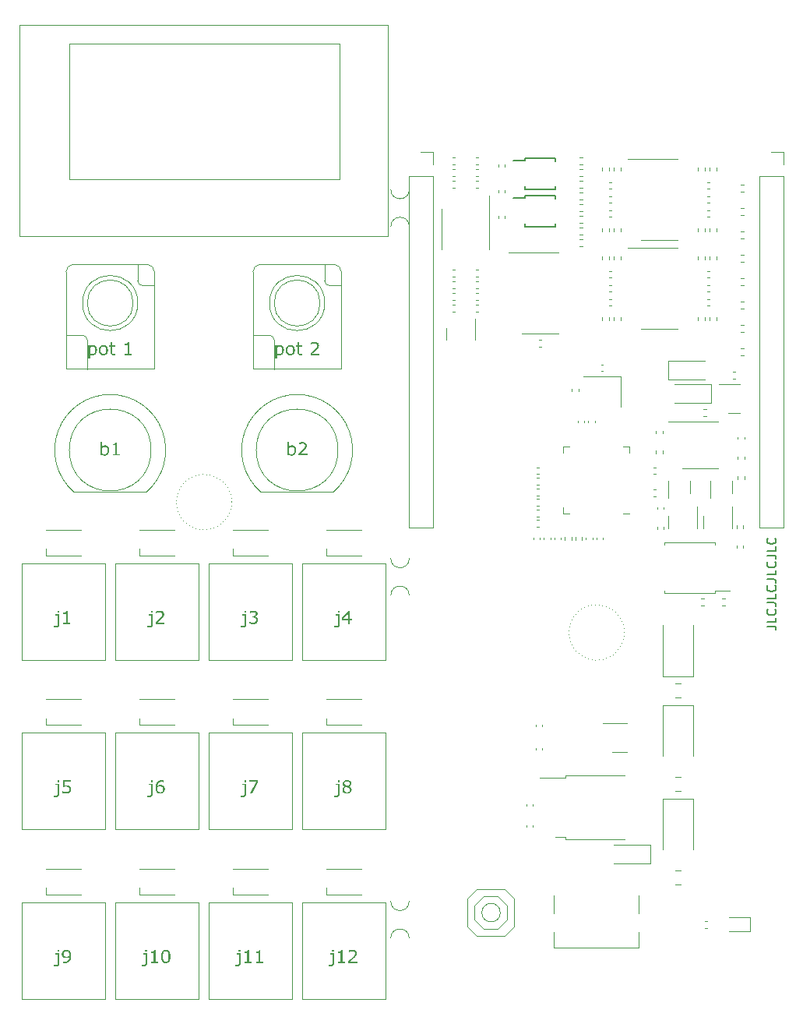
<source format=gbr>
%TF.GenerationSoftware,KiCad,Pcbnew,7.0.9*%
%TF.CreationDate,2023-11-25T16:41:53+01:00*%
%TF.ProjectId,EuroPi-X,4575726f-5069-42d5-982e-6b696361645f,rev?*%
%TF.SameCoordinates,Original*%
%TF.FileFunction,Legend,Top*%
%TF.FilePolarity,Positive*%
%FSLAX46Y46*%
G04 Gerber Fmt 4.6, Leading zero omitted, Abs format (unit mm)*
G04 Created by KiCad (PCBNEW 7.0.9) date 2023-11-25 16:41:53*
%MOMM*%
%LPD*%
G01*
G04 APERTURE LIST*
%ADD10C,0.100000*%
%ADD11C,0.150000*%
%ADD12C,0.250000*%
%ADD13C,0.120000*%
G04 APERTURE END LIST*
D10*
X65992000Y-66232000D02*
X65992000Y-66232000D01*
X65965372Y-66630815D02*
X65965372Y-66630815D01*
X65885963Y-67022552D02*
X65885963Y-67022552D01*
X65755182Y-67400255D02*
X65755182Y-67400255D01*
X65575351Y-67757219D02*
X65575351Y-67757219D01*
X65349661Y-68087109D02*
X65349661Y-68087109D01*
X65082120Y-68384068D02*
X65082120Y-68384068D01*
X64777475Y-68642824D02*
X64777475Y-68642824D01*
X64441136Y-68858785D02*
X64441136Y-68858785D01*
X64079073Y-69028117D02*
X64079073Y-69028117D01*
X63697712Y-69147813D02*
X63697712Y-69147813D01*
X63303824Y-69215750D02*
X63303824Y-69215750D01*
X62904401Y-69230720D02*
X62904401Y-69230720D01*
X62506533Y-69192459D02*
X62506533Y-69192459D01*
X62117282Y-69101646D02*
X62117282Y-69101646D01*
X61743559Y-68959892D02*
X61743559Y-68959892D01*
X61391998Y-68769714D02*
X61391998Y-68769714D01*
X61068839Y-68534488D02*
X61068839Y-68534488D01*
X60779818Y-68258389D02*
X60779818Y-68258389D01*
X60530068Y-67946319D02*
X60530068Y-67946319D01*
X60324020Y-67603817D02*
X60324020Y-67603817D01*
X60165332Y-67236964D02*
X60165332Y-67236964D01*
X60056823Y-66852271D02*
X60056823Y-66852271D01*
X60000416Y-66456567D02*
X60000416Y-66456567D01*
X59997115Y-66056877D02*
X59997115Y-66056877D01*
X60046977Y-65660296D02*
X60046977Y-65660296D01*
X60149118Y-65273863D02*
X60149118Y-65273863D01*
X60301724Y-64904438D02*
X60301724Y-64904438D01*
X60502087Y-64558580D02*
X60502087Y-64558580D01*
X60746648Y-64242427D02*
X60746648Y-64242427D01*
X61031069Y-63961592D02*
X61031069Y-63961592D01*
X61350298Y-63721060D02*
X61350298Y-63721060D01*
X61698670Y-63525101D02*
X61698670Y-63525101D01*
X62070001Y-63377193D02*
X62070001Y-63377193D01*
X62457698Y-63279963D02*
X62457698Y-63279963D01*
X62854880Y-63235135D02*
X62854880Y-63235135D01*
X63254496Y-63243506D02*
X63254496Y-63243506D01*
X63649453Y-63304927D02*
X63649453Y-63304927D01*
X64032738Y-63418308D02*
X64032738Y-63418308D01*
X64397550Y-63581636D02*
X64397550Y-63581636D01*
X64737410Y-63792011D02*
X64737410Y-63792011D01*
X65046287Y-64045700D02*
X65046287Y-64045700D01*
X65318697Y-64338200D02*
X65318697Y-64338200D01*
X65549805Y-64664316D02*
X65549805Y-64664316D01*
X65735508Y-65018262D02*
X65735508Y-65018262D01*
X65872510Y-65393753D02*
X65872510Y-65393753D01*
X65958379Y-65784124D02*
X65958379Y-65784124D01*
X65991590Y-66182446D02*
X65991590Y-66182446D01*
X23320000Y-52070000D02*
X23320000Y-52070000D01*
X23293372Y-52468815D02*
X23293372Y-52468815D01*
X23213963Y-52860552D02*
X23213963Y-52860552D01*
X23083182Y-53238255D02*
X23083182Y-53238255D01*
X22903351Y-53595219D02*
X22903351Y-53595219D01*
X22677661Y-53925109D02*
X22677661Y-53925109D01*
X22410120Y-54222068D02*
X22410120Y-54222068D01*
X22105475Y-54480824D02*
X22105475Y-54480824D01*
X21769136Y-54696785D02*
X21769136Y-54696785D01*
X21407073Y-54866117D02*
X21407073Y-54866117D01*
X21025712Y-54985813D02*
X21025712Y-54985813D01*
X20631824Y-55053750D02*
X20631824Y-55053750D01*
X20232401Y-55068720D02*
X20232401Y-55068720D01*
X19834533Y-55030459D02*
X19834533Y-55030459D01*
X19445282Y-54939646D02*
X19445282Y-54939646D01*
X19071559Y-54797892D02*
X19071559Y-54797892D01*
X18719998Y-54607714D02*
X18719998Y-54607714D01*
X18396839Y-54372488D02*
X18396839Y-54372488D01*
X18107818Y-54096389D02*
X18107818Y-54096389D01*
X17858068Y-53784319D02*
X17858068Y-53784319D01*
X17652020Y-53441817D02*
X17652020Y-53441817D01*
X17493332Y-53074964D02*
X17493332Y-53074964D01*
X17384823Y-52690271D02*
X17384823Y-52690271D01*
X17328416Y-52294567D02*
X17328416Y-52294567D01*
X17325115Y-51894877D02*
X17325115Y-51894877D01*
X17374977Y-51498296D02*
X17374977Y-51498296D01*
X17477118Y-51111863D02*
X17477118Y-51111863D01*
X17629724Y-50742438D02*
X17629724Y-50742438D01*
X17830087Y-50396580D02*
X17830087Y-50396580D01*
X18074648Y-50080427D02*
X18074648Y-50080427D01*
X18359069Y-49799592D02*
X18359069Y-49799592D01*
X18678298Y-49559060D02*
X18678298Y-49559060D01*
X19026670Y-49363101D02*
X19026670Y-49363101D01*
X19398001Y-49215193D02*
X19398001Y-49215193D01*
X19785698Y-49117963D02*
X19785698Y-49117963D01*
X20182880Y-49073135D02*
X20182880Y-49073135D01*
X20582496Y-49081506D02*
X20582496Y-49081506D01*
X20977453Y-49142927D02*
X20977453Y-49142927D01*
X21360738Y-49256308D02*
X21360738Y-49256308D01*
X21725550Y-49419636D02*
X21725550Y-49419636D01*
X22065410Y-49630011D02*
X22065410Y-49630011D01*
X22374287Y-49883700D02*
X22374287Y-49883700D01*
X22646697Y-50176200D02*
X22646697Y-50176200D01*
X22877805Y-50502316D02*
X22877805Y-50502316D01*
X23063508Y-50856262D02*
X23063508Y-50856262D01*
X23200510Y-51231753D02*
X23200510Y-51231753D01*
X23286379Y-51622124D02*
X23286379Y-51622124D01*
X23319590Y-52020446D02*
X23319590Y-52020446D01*
D11*
X81546819Y-65609506D02*
X82261104Y-65609506D01*
X82261104Y-65609506D02*
X82403961Y-65657125D01*
X82403961Y-65657125D02*
X82499200Y-65752363D01*
X82499200Y-65752363D02*
X82546819Y-65895220D01*
X82546819Y-65895220D02*
X82546819Y-65990458D01*
X82546819Y-64657125D02*
X82546819Y-65133315D01*
X82546819Y-65133315D02*
X81546819Y-65133315D01*
X82451580Y-63752363D02*
X82499200Y-63799982D01*
X82499200Y-63799982D02*
X82546819Y-63942839D01*
X82546819Y-63942839D02*
X82546819Y-64038077D01*
X82546819Y-64038077D02*
X82499200Y-64180934D01*
X82499200Y-64180934D02*
X82403961Y-64276172D01*
X82403961Y-64276172D02*
X82308723Y-64323791D01*
X82308723Y-64323791D02*
X82118247Y-64371410D01*
X82118247Y-64371410D02*
X81975390Y-64371410D01*
X81975390Y-64371410D02*
X81784914Y-64323791D01*
X81784914Y-64323791D02*
X81689676Y-64276172D01*
X81689676Y-64276172D02*
X81594438Y-64180934D01*
X81594438Y-64180934D02*
X81546819Y-64038077D01*
X81546819Y-64038077D02*
X81546819Y-63942839D01*
X81546819Y-63942839D02*
X81594438Y-63799982D01*
X81594438Y-63799982D02*
X81642057Y-63752363D01*
X81546819Y-63038077D02*
X82261104Y-63038077D01*
X82261104Y-63038077D02*
X82403961Y-63085696D01*
X82403961Y-63085696D02*
X82499200Y-63180934D01*
X82499200Y-63180934D02*
X82546819Y-63323791D01*
X82546819Y-63323791D02*
X82546819Y-63419029D01*
X82546819Y-62085696D02*
X82546819Y-62561886D01*
X82546819Y-62561886D02*
X81546819Y-62561886D01*
X82451580Y-61180934D02*
X82499200Y-61228553D01*
X82499200Y-61228553D02*
X82546819Y-61371410D01*
X82546819Y-61371410D02*
X82546819Y-61466648D01*
X82546819Y-61466648D02*
X82499200Y-61609505D01*
X82499200Y-61609505D02*
X82403961Y-61704743D01*
X82403961Y-61704743D02*
X82308723Y-61752362D01*
X82308723Y-61752362D02*
X82118247Y-61799981D01*
X82118247Y-61799981D02*
X81975390Y-61799981D01*
X81975390Y-61799981D02*
X81784914Y-61752362D01*
X81784914Y-61752362D02*
X81689676Y-61704743D01*
X81689676Y-61704743D02*
X81594438Y-61609505D01*
X81594438Y-61609505D02*
X81546819Y-61466648D01*
X81546819Y-61466648D02*
X81546819Y-61371410D01*
X81546819Y-61371410D02*
X81594438Y-61228553D01*
X81594438Y-61228553D02*
X81642057Y-61180934D01*
X81546819Y-60466648D02*
X82261104Y-60466648D01*
X82261104Y-60466648D02*
X82403961Y-60514267D01*
X82403961Y-60514267D02*
X82499200Y-60609505D01*
X82499200Y-60609505D02*
X82546819Y-60752362D01*
X82546819Y-60752362D02*
X82546819Y-60847600D01*
X82546819Y-59514267D02*
X82546819Y-59990457D01*
X82546819Y-59990457D02*
X81546819Y-59990457D01*
X82451580Y-58609505D02*
X82499200Y-58657124D01*
X82499200Y-58657124D02*
X82546819Y-58799981D01*
X82546819Y-58799981D02*
X82546819Y-58895219D01*
X82546819Y-58895219D02*
X82499200Y-59038076D01*
X82499200Y-59038076D02*
X82403961Y-59133314D01*
X82403961Y-59133314D02*
X82308723Y-59180933D01*
X82308723Y-59180933D02*
X82118247Y-59228552D01*
X82118247Y-59228552D02*
X81975390Y-59228552D01*
X81975390Y-59228552D02*
X81784914Y-59180933D01*
X81784914Y-59180933D02*
X81689676Y-59133314D01*
X81689676Y-59133314D02*
X81594438Y-59038076D01*
X81594438Y-59038076D02*
X81546819Y-58895219D01*
X81546819Y-58895219D02*
X81546819Y-58799981D01*
X81546819Y-58799981D02*
X81594438Y-58657124D01*
X81594438Y-58657124D02*
X81642057Y-58609505D01*
X81546819Y-57895219D02*
X82261104Y-57895219D01*
X82261104Y-57895219D02*
X82403961Y-57942838D01*
X82403961Y-57942838D02*
X82499200Y-58038076D01*
X82499200Y-58038076D02*
X82546819Y-58180933D01*
X82546819Y-58180933D02*
X82546819Y-58276171D01*
X82546819Y-56942838D02*
X82546819Y-57419028D01*
X82546819Y-57419028D02*
X81546819Y-57419028D01*
X82451580Y-56038076D02*
X82499200Y-56085695D01*
X82499200Y-56085695D02*
X82546819Y-56228552D01*
X82546819Y-56228552D02*
X82546819Y-56323790D01*
X82546819Y-56323790D02*
X82499200Y-56466647D01*
X82499200Y-56466647D02*
X82403961Y-56561885D01*
X82403961Y-56561885D02*
X82308723Y-56609504D01*
X82308723Y-56609504D02*
X82118247Y-56657123D01*
X82118247Y-56657123D02*
X81975390Y-56657123D01*
X81975390Y-56657123D02*
X81784914Y-56609504D01*
X81784914Y-56609504D02*
X81689676Y-56561885D01*
X81689676Y-56561885D02*
X81594438Y-56466647D01*
X81594438Y-56466647D02*
X81546819Y-56323790D01*
X81546819Y-56323790D02*
X81546819Y-56228552D01*
X81546819Y-56228552D02*
X81594438Y-56085695D01*
X81594438Y-56085695D02*
X81642057Y-56038076D01*
D12*
G36*
X14792401Y-64125487D02*
G01*
X14588604Y-64125487D01*
X14588604Y-63928529D01*
X14792401Y-63928529D01*
X14792401Y-64125487D01*
G37*
G36*
X14780775Y-65367755D02*
G01*
X14780399Y-65390734D01*
X14779273Y-65412997D01*
X14777397Y-65434545D01*
X14774769Y-65455377D01*
X14771391Y-65475492D01*
X14767263Y-65494892D01*
X14762383Y-65513576D01*
X14756753Y-65531544D01*
X14750373Y-65548796D01*
X14743241Y-65565332D01*
X14735359Y-65581152D01*
X14726727Y-65596256D01*
X14717343Y-65610644D01*
X14707209Y-65624316D01*
X14696325Y-65637273D01*
X14684689Y-65649513D01*
X14672422Y-65661066D01*
X14659642Y-65671873D01*
X14646349Y-65681935D01*
X14632544Y-65691251D01*
X14618225Y-65699822D01*
X14603393Y-65707648D01*
X14588049Y-65714729D01*
X14572191Y-65721064D01*
X14555821Y-65726654D01*
X14538938Y-65731499D01*
X14521541Y-65735598D01*
X14503632Y-65738952D01*
X14485210Y-65741560D01*
X14466275Y-65743424D01*
X14446827Y-65744542D01*
X14426867Y-65744914D01*
X14411640Y-65744638D01*
X14397628Y-65743985D01*
X14382414Y-65742948D01*
X14365999Y-65741527D01*
X14352001Y-65740114D01*
X14337233Y-65738455D01*
X14325652Y-65737050D01*
X14310244Y-65735110D01*
X14295476Y-65733053D01*
X14281350Y-65730879D01*
X14267865Y-65728587D01*
X14251910Y-65725556D01*
X14236956Y-65722342D01*
X14223005Y-65718945D01*
X14220335Y-65718243D01*
X14220335Y-65547957D01*
X14229909Y-65547957D01*
X14242611Y-65553506D01*
X14257080Y-65559383D01*
X14270889Y-65564680D01*
X14285995Y-65570218D01*
X14299576Y-65575016D01*
X14302401Y-65575996D01*
X14316661Y-65580527D01*
X14330804Y-65584291D01*
X14344831Y-65587286D01*
X14358740Y-65589513D01*
X14372533Y-65590973D01*
X14386209Y-65591664D01*
X14391647Y-65591725D01*
X14408498Y-65591426D01*
X14424516Y-65590528D01*
X14439700Y-65589032D01*
X14454051Y-65586938D01*
X14467568Y-65584245D01*
X14483293Y-65580038D01*
X14497715Y-65574895D01*
X14503119Y-65572577D01*
X14515852Y-65566125D01*
X14527549Y-65558739D01*
X14540220Y-65548641D01*
X14551400Y-65537197D01*
X14561089Y-65524406D01*
X14566720Y-65515131D01*
X14572879Y-65502877D01*
X14578321Y-65489839D01*
X14583044Y-65476016D01*
X14587050Y-65461409D01*
X14590337Y-65446016D01*
X14592907Y-65429839D01*
X14593733Y-65423149D01*
X14595256Y-65409279D01*
X14596576Y-65394682D01*
X14597692Y-65379359D01*
X14598606Y-65363309D01*
X14599317Y-65346533D01*
X14599824Y-65329030D01*
X14600129Y-65310800D01*
X14600224Y-65296651D01*
X14600230Y-65291844D01*
X14600230Y-64431865D01*
X14375918Y-64431865D01*
X14375918Y-64278676D01*
X14780775Y-64278676D01*
X14780775Y-65367755D01*
G37*
G36*
X16078437Y-65351000D02*
G01*
X15109037Y-65351000D01*
X15109037Y-65139339D01*
X15121649Y-65128868D01*
X15134266Y-65118400D01*
X15146888Y-65107935D01*
X15159516Y-65097472D01*
X15172149Y-65087012D01*
X15184787Y-65076555D01*
X15197431Y-65066101D01*
X15210080Y-65055649D01*
X15222735Y-65045200D01*
X15235394Y-65034753D01*
X15248060Y-65024309D01*
X15260730Y-65013868D01*
X15273406Y-65003430D01*
X15286087Y-64992994D01*
X15298774Y-64982561D01*
X15311465Y-64972130D01*
X15324105Y-64961662D01*
X15336635Y-64951202D01*
X15349056Y-64940750D01*
X15361367Y-64930306D01*
X15373569Y-64919871D01*
X15385661Y-64909443D01*
X15397644Y-64899023D01*
X15409517Y-64888611D01*
X15421280Y-64878207D01*
X15432934Y-64867812D01*
X15444479Y-64857424D01*
X15455914Y-64847044D01*
X15467239Y-64836672D01*
X15478455Y-64826309D01*
X15489561Y-64815953D01*
X15500558Y-64805605D01*
X15511985Y-64794882D01*
X15523184Y-64784298D01*
X15534155Y-64773853D01*
X15544898Y-64763547D01*
X15555414Y-64753379D01*
X15565702Y-64743351D01*
X15575762Y-64733461D01*
X15585594Y-64723711D01*
X15604576Y-64704626D01*
X15622647Y-64686097D01*
X15639807Y-64668124D01*
X15656055Y-64650706D01*
X15671393Y-64633844D01*
X15685820Y-64617538D01*
X15699336Y-64601788D01*
X15711941Y-64586593D01*
X15723635Y-64571953D01*
X15734418Y-64557870D01*
X15744291Y-64544342D01*
X15753252Y-64531369D01*
X15761533Y-64518568D01*
X15769280Y-64505638D01*
X15776493Y-64492581D01*
X15783172Y-64479394D01*
X15789316Y-64466080D01*
X15794926Y-64452638D01*
X15800002Y-64439067D01*
X15804543Y-64425368D01*
X15808550Y-64411541D01*
X15812023Y-64397585D01*
X15814961Y-64383502D01*
X15817366Y-64369290D01*
X15819236Y-64354950D01*
X15820571Y-64340481D01*
X15821373Y-64325885D01*
X15821640Y-64311160D01*
X15820994Y-64291376D01*
X15819055Y-64272415D01*
X15815825Y-64254278D01*
X15811302Y-64236964D01*
X15805486Y-64220474D01*
X15798379Y-64204807D01*
X15789979Y-64189964D01*
X15780287Y-64175944D01*
X15769302Y-64162748D01*
X15757025Y-64150375D01*
X15748123Y-64142584D01*
X15733824Y-64131706D01*
X15718498Y-64121899D01*
X15702144Y-64113161D01*
X15684762Y-64105494D01*
X15666353Y-64098896D01*
X15646915Y-64093368D01*
X15633386Y-64090277D01*
X15619400Y-64087662D01*
X15604957Y-64085522D01*
X15590057Y-64083858D01*
X15574700Y-64082669D01*
X15558887Y-64081956D01*
X15542617Y-64081718D01*
X15526078Y-64081956D01*
X15509286Y-64082668D01*
X15492241Y-64083855D01*
X15474945Y-64085517D01*
X15457396Y-64087654D01*
X15439594Y-64090265D01*
X15421540Y-64093352D01*
X15403234Y-64096913D01*
X15384675Y-64100949D01*
X15365863Y-64105460D01*
X15353182Y-64108732D01*
X15334118Y-64114046D01*
X15315139Y-64119859D01*
X15296243Y-64126171D01*
X15277432Y-64132983D01*
X15258704Y-64140293D01*
X15240061Y-64148101D01*
X15221502Y-64156409D01*
X15203028Y-64165216D01*
X15190758Y-64171364D01*
X15178526Y-64177734D01*
X15166331Y-64184326D01*
X15154173Y-64191139D01*
X15144599Y-64191139D01*
X15144599Y-63993840D01*
X15157821Y-63987736D01*
X15171843Y-63981734D01*
X15186664Y-63975835D01*
X15202285Y-63970037D01*
X15218705Y-63964342D01*
X15235925Y-63958749D01*
X15253944Y-63953259D01*
X15272762Y-63947870D01*
X15292380Y-63942584D01*
X15305903Y-63939116D01*
X15319781Y-63935694D01*
X15326853Y-63934000D01*
X15341059Y-63930688D01*
X15355212Y-63927589D01*
X15369312Y-63924704D01*
X15383358Y-63922032D01*
X15397351Y-63919575D01*
X15411291Y-63917331D01*
X15425177Y-63915300D01*
X15439009Y-63913484D01*
X15452788Y-63911881D01*
X15466514Y-63910492D01*
X15480186Y-63909316D01*
X15500594Y-63907954D01*
X15520882Y-63907072D01*
X15541050Y-63906672D01*
X15547746Y-63906645D01*
X15574899Y-63907051D01*
X15601308Y-63908269D01*
X15626971Y-63910299D01*
X15651888Y-63913142D01*
X15676060Y-63916796D01*
X15699487Y-63921263D01*
X15722169Y-63926542D01*
X15744105Y-63932632D01*
X15765296Y-63939535D01*
X15785742Y-63947250D01*
X15805442Y-63955778D01*
X15824397Y-63965117D01*
X15842606Y-63975268D01*
X15860071Y-63986232D01*
X15876790Y-63998007D01*
X15892763Y-64010595D01*
X15907918Y-64023877D01*
X15922095Y-64037736D01*
X15935295Y-64052173D01*
X15947517Y-64067186D01*
X15958761Y-64082776D01*
X15969027Y-64098943D01*
X15978315Y-64115688D01*
X15986626Y-64133009D01*
X15993959Y-64150908D01*
X16000314Y-64169383D01*
X16005692Y-64188436D01*
X16010092Y-64208065D01*
X16013514Y-64228272D01*
X16015958Y-64249055D01*
X16017425Y-64270416D01*
X16017913Y-64292353D01*
X16017730Y-64307263D01*
X16017180Y-64321986D01*
X16016264Y-64336523D01*
X16014980Y-64350873D01*
X16013330Y-64365037D01*
X16011314Y-64379015D01*
X16008931Y-64392807D01*
X16006181Y-64406412D01*
X16003064Y-64419830D01*
X15999581Y-64433063D01*
X15997055Y-64441781D01*
X15991616Y-64458937D01*
X15985557Y-64475868D01*
X15978879Y-64492575D01*
X15971581Y-64509058D01*
X15963663Y-64525316D01*
X15955125Y-64541350D01*
X15948315Y-64553228D01*
X15941156Y-64564980D01*
X15936190Y-64572744D01*
X15926583Y-64587330D01*
X15916571Y-64601852D01*
X15906153Y-64616309D01*
X15895328Y-64630703D01*
X15884097Y-64645032D01*
X15875408Y-64655737D01*
X15866490Y-64666406D01*
X15857344Y-64677039D01*
X15847969Y-64687636D01*
X15838352Y-64698323D01*
X15828350Y-64709226D01*
X15817964Y-64720346D01*
X15807193Y-64731682D01*
X15796037Y-64743235D01*
X15784497Y-64755003D01*
X15772572Y-64766989D01*
X15760262Y-64779190D01*
X15747567Y-64791608D01*
X15734488Y-64804243D01*
X15725555Y-64812786D01*
X15712663Y-64825115D01*
X15699717Y-64837395D01*
X15686718Y-64849627D01*
X15673665Y-64861812D01*
X15660559Y-64873948D01*
X15647400Y-64886036D01*
X15634187Y-64898076D01*
X15620921Y-64910068D01*
X15607601Y-64922012D01*
X15594228Y-64933908D01*
X15580802Y-64945755D01*
X15567322Y-64957555D01*
X15553789Y-64969306D01*
X15540202Y-64981010D01*
X15526562Y-64992665D01*
X15512868Y-65004272D01*
X15499205Y-65015802D01*
X15485657Y-65027225D01*
X15472224Y-65038541D01*
X15458906Y-65049750D01*
X15445702Y-65060853D01*
X15432614Y-65071848D01*
X15419640Y-65082737D01*
X15406781Y-65093519D01*
X15394037Y-65104194D01*
X15381408Y-65114762D01*
X15368894Y-65125223D01*
X15356495Y-65135577D01*
X15344210Y-65145825D01*
X15332041Y-65155965D01*
X15319986Y-65165999D01*
X15308046Y-65175926D01*
X16078437Y-65175926D01*
X16078437Y-65351000D01*
G37*
G36*
X24952401Y-64125487D02*
G01*
X24748604Y-64125487D01*
X24748604Y-63928529D01*
X24952401Y-63928529D01*
X24952401Y-64125487D01*
G37*
G36*
X24940775Y-65367755D02*
G01*
X24940399Y-65390734D01*
X24939273Y-65412997D01*
X24937397Y-65434545D01*
X24934769Y-65455377D01*
X24931391Y-65475492D01*
X24927263Y-65494892D01*
X24922383Y-65513576D01*
X24916753Y-65531544D01*
X24910373Y-65548796D01*
X24903241Y-65565332D01*
X24895359Y-65581152D01*
X24886727Y-65596256D01*
X24877343Y-65610644D01*
X24867209Y-65624316D01*
X24856325Y-65637273D01*
X24844689Y-65649513D01*
X24832422Y-65661066D01*
X24819642Y-65671873D01*
X24806349Y-65681935D01*
X24792544Y-65691251D01*
X24778225Y-65699822D01*
X24763393Y-65707648D01*
X24748049Y-65714729D01*
X24732191Y-65721064D01*
X24715821Y-65726654D01*
X24698938Y-65731499D01*
X24681541Y-65735598D01*
X24663632Y-65738952D01*
X24645210Y-65741560D01*
X24626275Y-65743424D01*
X24606827Y-65744542D01*
X24586867Y-65744914D01*
X24571640Y-65744638D01*
X24557628Y-65743985D01*
X24542414Y-65742948D01*
X24525999Y-65741527D01*
X24512001Y-65740114D01*
X24497233Y-65738455D01*
X24485652Y-65737050D01*
X24470244Y-65735110D01*
X24455476Y-65733053D01*
X24441350Y-65730879D01*
X24427865Y-65728587D01*
X24411910Y-65725556D01*
X24396956Y-65722342D01*
X24383005Y-65718945D01*
X24380335Y-65718243D01*
X24380335Y-65547957D01*
X24389909Y-65547957D01*
X24402611Y-65553506D01*
X24417080Y-65559383D01*
X24430889Y-65564680D01*
X24445995Y-65570218D01*
X24459576Y-65575016D01*
X24462401Y-65575996D01*
X24476661Y-65580527D01*
X24490804Y-65584291D01*
X24504831Y-65587286D01*
X24518740Y-65589513D01*
X24532533Y-65590973D01*
X24546209Y-65591664D01*
X24551647Y-65591725D01*
X24568498Y-65591426D01*
X24584516Y-65590528D01*
X24599700Y-65589032D01*
X24614051Y-65586938D01*
X24627568Y-65584245D01*
X24643293Y-65580038D01*
X24657715Y-65574895D01*
X24663119Y-65572577D01*
X24675852Y-65566125D01*
X24687549Y-65558739D01*
X24700220Y-65548641D01*
X24711400Y-65537197D01*
X24721089Y-65524406D01*
X24726720Y-65515131D01*
X24732879Y-65502877D01*
X24738321Y-65489839D01*
X24743044Y-65476016D01*
X24747050Y-65461409D01*
X24750337Y-65446016D01*
X24752907Y-65429839D01*
X24753733Y-65423149D01*
X24755256Y-65409279D01*
X24756576Y-65394682D01*
X24757692Y-65379359D01*
X24758606Y-65363309D01*
X24759317Y-65346533D01*
X24759824Y-65329030D01*
X24760129Y-65310800D01*
X24760224Y-65296651D01*
X24760230Y-65291844D01*
X24760230Y-64431865D01*
X24535918Y-64431865D01*
X24535918Y-64278676D01*
X24940775Y-64278676D01*
X24940775Y-65367755D01*
G37*
G36*
X26112603Y-64660965D02*
G01*
X26123887Y-64671549D01*
X26134658Y-64682785D01*
X26144916Y-64694672D01*
X26154662Y-64707212D01*
X26163894Y-64720403D01*
X26172613Y-64734247D01*
X26180820Y-64748742D01*
X26188514Y-64763889D01*
X26195486Y-64779922D01*
X26201529Y-64797078D01*
X26205451Y-64810681D01*
X26208850Y-64824915D01*
X26211726Y-64839781D01*
X26214079Y-64855277D01*
X26215909Y-64871405D01*
X26217217Y-64888164D01*
X26218001Y-64905554D01*
X26218262Y-64923575D01*
X26217950Y-64941642D01*
X26217012Y-64959426D01*
X26215449Y-64976928D01*
X26213261Y-64994148D01*
X26210449Y-65011085D01*
X26207010Y-65027739D01*
X26202947Y-65044111D01*
X26198259Y-65060201D01*
X26192945Y-65076008D01*
X26187007Y-65091533D01*
X26182701Y-65101725D01*
X26175777Y-65116676D01*
X26168343Y-65131266D01*
X26160398Y-65145495D01*
X26151942Y-65159364D01*
X26142975Y-65172871D01*
X26133497Y-65186019D01*
X26123509Y-65198805D01*
X26113009Y-65211232D01*
X26101998Y-65223297D01*
X26090477Y-65235002D01*
X26082512Y-65242605D01*
X26068820Y-65254800D01*
X26054671Y-65266383D01*
X26040065Y-65277352D01*
X26025002Y-65287709D01*
X26009483Y-65297452D01*
X25993506Y-65306582D01*
X25977073Y-65315099D01*
X25960183Y-65323003D01*
X25942836Y-65330294D01*
X25925033Y-65336972D01*
X25912910Y-65341083D01*
X25894469Y-65346766D01*
X25875692Y-65351890D01*
X25856578Y-65356456D01*
X25837128Y-65360462D01*
X25817340Y-65363909D01*
X25797217Y-65366797D01*
X25783614Y-65368412D01*
X25769862Y-65369778D01*
X25755960Y-65370896D01*
X25741908Y-65371766D01*
X25727707Y-65372387D01*
X25713356Y-65372759D01*
X25698856Y-65372884D01*
X25683994Y-65372775D01*
X25669160Y-65372451D01*
X25654353Y-65371910D01*
X25639572Y-65371153D01*
X25624818Y-65370179D01*
X25610090Y-65368989D01*
X25595389Y-65367582D01*
X25580715Y-65365959D01*
X25566068Y-65364120D01*
X25551447Y-65362064D01*
X25536853Y-65359792D01*
X25522286Y-65357304D01*
X25507746Y-65354599D01*
X25493232Y-65351678D01*
X25478745Y-65348540D01*
X25464285Y-65345187D01*
X25450041Y-65341704D01*
X25436117Y-65338182D01*
X25422515Y-65334620D01*
X25409232Y-65331017D01*
X25389910Y-65325539D01*
X25371309Y-65319970D01*
X25353429Y-65314311D01*
X25336271Y-65308562D01*
X25319834Y-65302722D01*
X25304118Y-65296793D01*
X25289123Y-65290773D01*
X25274850Y-65284663D01*
X25274850Y-65088390D01*
X25289211Y-65088390D01*
X25304787Y-65097096D01*
X25320868Y-65105520D01*
X25337453Y-65113661D01*
X25354543Y-65121520D01*
X25372139Y-65129097D01*
X25390239Y-65136391D01*
X25408844Y-65143402D01*
X25427954Y-65150131D01*
X25440974Y-65154460D01*
X25454219Y-65158664D01*
X25467688Y-65162742D01*
X25481382Y-65166694D01*
X25495200Y-65170462D01*
X25508956Y-65173987D01*
X25522651Y-65177269D01*
X25536284Y-65180307D01*
X25549857Y-65183103D01*
X25563367Y-65185655D01*
X25583518Y-65189028D01*
X25603530Y-65191854D01*
X25623405Y-65194134D01*
X25643141Y-65195866D01*
X25662738Y-65197051D01*
X25682198Y-65197689D01*
X25695094Y-65197810D01*
X25710343Y-65197506D01*
X25725826Y-65196592D01*
X25741545Y-65195070D01*
X25757498Y-65192938D01*
X25773687Y-65190197D01*
X25790111Y-65186847D01*
X25806770Y-65182888D01*
X25823664Y-65178320D01*
X25840355Y-65173068D01*
X25856233Y-65167228D01*
X25871300Y-65160801D01*
X25885555Y-65153786D01*
X25898997Y-65146183D01*
X25911628Y-65137992D01*
X25923446Y-65129214D01*
X25934452Y-65119848D01*
X25945127Y-65109376D01*
X25955097Y-65098648D01*
X25964361Y-65087663D01*
X25972920Y-65076422D01*
X25980774Y-65064924D01*
X25987923Y-65053170D01*
X25995867Y-65038116D01*
X26000105Y-65028892D01*
X26005234Y-65016080D01*
X26009679Y-65002434D01*
X26013440Y-64987955D01*
X26016518Y-64972643D01*
X26018911Y-64956497D01*
X26020621Y-64939517D01*
X26021647Y-64921705D01*
X26021967Y-64907798D01*
X26021989Y-64903058D01*
X26021772Y-64889243D01*
X26020811Y-64871523D01*
X26019080Y-64854605D01*
X26016579Y-64838489D01*
X26013309Y-64823173D01*
X26009270Y-64808660D01*
X26004462Y-64794947D01*
X25998884Y-64782036D01*
X25997369Y-64778934D01*
X25989315Y-64764056D01*
X25980326Y-64750196D01*
X25970401Y-64737355D01*
X25959542Y-64725532D01*
X25947748Y-64714728D01*
X25935019Y-64704943D01*
X25929665Y-64701314D01*
X25915652Y-64692682D01*
X25900754Y-64684951D01*
X25888198Y-64679416D01*
X25875076Y-64674458D01*
X25861388Y-64670077D01*
X25847133Y-64666273D01*
X25832312Y-64663046D01*
X25824689Y-64661648D01*
X25809153Y-64659084D01*
X25793316Y-64656861D01*
X25777181Y-64654981D01*
X25760747Y-64653442D01*
X25744013Y-64652245D01*
X25726980Y-64651390D01*
X25709648Y-64650877D01*
X25692017Y-64650706D01*
X25605506Y-64650706D01*
X25605506Y-64497517D01*
X25672868Y-64497517D01*
X25690929Y-64497292D01*
X25708526Y-64496614D01*
X25725658Y-64495486D01*
X25742325Y-64493906D01*
X25758527Y-64491874D01*
X25774264Y-64489391D01*
X25789536Y-64486456D01*
X25804344Y-64483070D01*
X25818687Y-64479233D01*
X25832565Y-64474944D01*
X25845978Y-64470204D01*
X25858926Y-64465012D01*
X25871410Y-64459368D01*
X25889263Y-64450057D01*
X25906071Y-64439729D01*
X25921654Y-64428364D01*
X25935704Y-64416067D01*
X25948221Y-64402839D01*
X25959205Y-64388679D01*
X25968657Y-64373587D01*
X25976576Y-64357564D01*
X25982963Y-64340609D01*
X25987816Y-64322722D01*
X25991137Y-64303903D01*
X25992925Y-64284153D01*
X25993266Y-64270469D01*
X25992723Y-64255382D01*
X25991095Y-64240897D01*
X25988382Y-64227012D01*
X25984584Y-64213728D01*
X25978593Y-64198582D01*
X25971040Y-64184300D01*
X25962208Y-64170921D01*
X25952126Y-64158478D01*
X25940794Y-64146974D01*
X25928212Y-64136407D01*
X25916771Y-64128318D01*
X25909491Y-64123777D01*
X25896419Y-64116664D01*
X25883064Y-64110286D01*
X25869424Y-64104643D01*
X25855501Y-64099734D01*
X25841295Y-64095560D01*
X25826804Y-64092121D01*
X25820928Y-64090951D01*
X25805972Y-64088291D01*
X25790381Y-64086082D01*
X25774155Y-64084324D01*
X25757295Y-64083017D01*
X25743350Y-64082295D01*
X25729000Y-64081863D01*
X25714243Y-64081718D01*
X25697022Y-64081971D01*
X25679597Y-64082728D01*
X25661968Y-64083990D01*
X25644134Y-64085757D01*
X25626096Y-64088029D01*
X25607854Y-64090806D01*
X25589407Y-64094088D01*
X25570756Y-64097875D01*
X25551901Y-64102167D01*
X25532841Y-64106963D01*
X25520021Y-64110441D01*
X25500825Y-64115973D01*
X25481833Y-64121926D01*
X25463046Y-64128299D01*
X25444463Y-64135093D01*
X25426084Y-64142308D01*
X25407910Y-64149943D01*
X25389940Y-64158000D01*
X25372175Y-64166477D01*
X25354613Y-64175374D01*
X25337257Y-64184693D01*
X25325799Y-64191139D01*
X25316225Y-64191139D01*
X25316225Y-63994866D01*
X25329447Y-63988756D01*
X25343469Y-63982736D01*
X25358290Y-63976806D01*
X25373911Y-63970967D01*
X25390331Y-63965218D01*
X25407551Y-63959559D01*
X25425570Y-63953990D01*
X25444388Y-63948511D01*
X25464006Y-63943123D01*
X25477529Y-63939580D01*
X25491406Y-63936078D01*
X25498479Y-63934342D01*
X25512684Y-63930988D01*
X25526833Y-63927851D01*
X25540926Y-63924929D01*
X25554963Y-63922225D01*
X25568944Y-63919736D01*
X25582868Y-63917464D01*
X25596737Y-63915409D01*
X25610550Y-63913569D01*
X25624306Y-63911946D01*
X25638006Y-63910540D01*
X25651650Y-63909350D01*
X25672012Y-63907970D01*
X25692246Y-63907078D01*
X25712355Y-63906672D01*
X25719030Y-63906645D01*
X25738491Y-63906810D01*
X25757506Y-63907306D01*
X25776077Y-63908133D01*
X25794203Y-63909290D01*
X25811885Y-63910777D01*
X25829121Y-63912596D01*
X25845913Y-63914744D01*
X25862260Y-63917224D01*
X25878162Y-63920034D01*
X25893620Y-63923174D01*
X25903678Y-63925452D01*
X25918542Y-63929173D01*
X25933130Y-63933286D01*
X25947441Y-63937789D01*
X25961476Y-63942682D01*
X25975235Y-63947967D01*
X25988716Y-63953642D01*
X26001922Y-63959707D01*
X26014851Y-63966164D01*
X26027503Y-63973011D01*
X26039879Y-63980249D01*
X26047976Y-63985291D01*
X26060694Y-63993920D01*
X26072816Y-64002878D01*
X26084344Y-64012168D01*
X26095276Y-64021788D01*
X26105614Y-64031739D01*
X26115356Y-64042020D01*
X26124503Y-64052632D01*
X26133055Y-64063574D01*
X26141012Y-64074847D01*
X26148374Y-64086451D01*
X26152952Y-64094370D01*
X26159307Y-64106488D01*
X26165037Y-64118990D01*
X26170142Y-64131877D01*
X26174622Y-64145148D01*
X26178477Y-64158804D01*
X26181707Y-64172845D01*
X26184311Y-64187271D01*
X26186291Y-64202081D01*
X26187645Y-64217276D01*
X26188375Y-64232856D01*
X26188514Y-64243456D01*
X26188185Y-64257873D01*
X26187199Y-64272061D01*
X26185556Y-64286019D01*
X26183256Y-64299748D01*
X26180299Y-64313246D01*
X26176685Y-64326515D01*
X26172413Y-64339554D01*
X26167484Y-64352364D01*
X26161898Y-64364943D01*
X26155655Y-64377293D01*
X26148755Y-64389414D01*
X26141198Y-64401304D01*
X26132983Y-64412965D01*
X26124111Y-64424396D01*
X26114582Y-64435597D01*
X26104396Y-64446568D01*
X26093763Y-64457132D01*
X26082892Y-64467197D01*
X26071782Y-64476762D01*
X26060436Y-64485827D01*
X26048851Y-64494393D01*
X26037029Y-64502459D01*
X26024969Y-64510026D01*
X26012671Y-64517093D01*
X26000135Y-64523661D01*
X25987362Y-64529729D01*
X25974351Y-64535298D01*
X25961102Y-64540367D01*
X25947616Y-64544936D01*
X25933891Y-64549006D01*
X25919929Y-64552576D01*
X25905729Y-64555647D01*
X25905729Y-64568641D01*
X25920480Y-64571401D01*
X25935883Y-64574979D01*
X25951936Y-64579375D01*
X25965248Y-64583481D01*
X25978976Y-64588110D01*
X25993121Y-64593263D01*
X26007683Y-64598940D01*
X26011389Y-64600441D01*
X26026060Y-64606698D01*
X26040154Y-64613328D01*
X26053672Y-64620333D01*
X26066612Y-64627711D01*
X26078975Y-64635463D01*
X26090761Y-64643590D01*
X26101971Y-64652090D01*
X26112603Y-64660965D01*
G37*
G36*
X29605660Y-46077739D02*
G01*
X29619977Y-46066394D01*
X29634463Y-46055439D01*
X29649117Y-46044876D01*
X29663939Y-46034703D01*
X29678930Y-46024920D01*
X29694088Y-46015529D01*
X29709416Y-46006528D01*
X29724911Y-45997917D01*
X29740575Y-45989698D01*
X29756407Y-45981869D01*
X29767055Y-45976867D01*
X29783331Y-45969839D01*
X29799974Y-45963503D01*
X29816983Y-45957858D01*
X29834359Y-45952904D01*
X29852101Y-45948642D01*
X29870210Y-45945070D01*
X29888686Y-45942190D01*
X29907528Y-45940001D01*
X29926738Y-45938504D01*
X29946313Y-45937697D01*
X29959567Y-45937544D01*
X29983061Y-45938106D01*
X30005927Y-45939793D01*
X30028165Y-45942605D01*
X30049775Y-45946541D01*
X30070758Y-45951602D01*
X30091113Y-45957787D01*
X30110840Y-45965098D01*
X30129939Y-45973533D01*
X30148410Y-45983092D01*
X30166254Y-45993777D01*
X30183470Y-46005586D01*
X30200058Y-46018519D01*
X30216018Y-46032577D01*
X30231351Y-46047760D01*
X30246056Y-46064068D01*
X30260133Y-46081500D01*
X30273466Y-46099956D01*
X30285938Y-46119333D01*
X30297551Y-46139631D01*
X30308303Y-46160852D01*
X30318196Y-46182994D01*
X30327228Y-46206057D01*
X30335400Y-46230042D01*
X30342711Y-46254949D01*
X30349163Y-46280778D01*
X30354754Y-46307528D01*
X30357227Y-46321249D01*
X30359485Y-46335200D01*
X30361528Y-46349381D01*
X30363356Y-46363793D01*
X30364969Y-46378435D01*
X30366366Y-46393308D01*
X30367549Y-46408411D01*
X30368517Y-46423745D01*
X30369270Y-46439309D01*
X30369807Y-46455103D01*
X30370130Y-46471128D01*
X30370237Y-46487383D01*
X30370089Y-46503863D01*
X30369644Y-46520134D01*
X30368903Y-46536198D01*
X30367865Y-46552052D01*
X30366531Y-46567699D01*
X30364900Y-46583137D01*
X30362972Y-46598367D01*
X30360749Y-46613388D01*
X30358228Y-46628201D01*
X30355411Y-46642805D01*
X30352298Y-46657202D01*
X30348887Y-46671389D01*
X30345181Y-46685369D01*
X30341178Y-46699140D01*
X30336878Y-46712703D01*
X30332282Y-46726057D01*
X30327433Y-46739175D01*
X30322376Y-46752029D01*
X30314400Y-46770813D01*
X30305955Y-46789002D01*
X30297041Y-46806596D01*
X30287659Y-46823596D01*
X30277807Y-46840000D01*
X30267487Y-46855809D01*
X30256698Y-46871023D01*
X30245440Y-46885642D01*
X30233713Y-46899665D01*
X30229700Y-46904208D01*
X30216821Y-46917860D01*
X30203702Y-46930863D01*
X30190342Y-46943217D01*
X30176742Y-46954922D01*
X30162902Y-46965977D01*
X30148821Y-46976384D01*
X30134499Y-46986141D01*
X30119937Y-46995249D01*
X30105135Y-47003708D01*
X30090092Y-47011518D01*
X30079930Y-47016364D01*
X30064463Y-47023025D01*
X30048707Y-47029031D01*
X30032662Y-47034381D01*
X30016329Y-47039076D01*
X29999708Y-47043117D01*
X29982798Y-47046502D01*
X29965599Y-47049232D01*
X29948112Y-47051306D01*
X29930337Y-47052726D01*
X29912273Y-47053490D01*
X29900070Y-47053636D01*
X29883092Y-47053446D01*
X29866522Y-47052878D01*
X29850362Y-47051932D01*
X29834610Y-47050606D01*
X29819267Y-47048902D01*
X29804332Y-47046820D01*
X29789806Y-47044358D01*
X29775689Y-47041518D01*
X29761981Y-47038299D01*
X29748681Y-47034702D01*
X29740042Y-47032093D01*
X29723057Y-47026564D01*
X29706126Y-47020574D01*
X29689248Y-47014126D01*
X29672423Y-47007217D01*
X29659840Y-47001735D01*
X29647287Y-46995993D01*
X29634764Y-46989994D01*
X29622270Y-46983736D01*
X29609807Y-46977219D01*
X29605660Y-46974989D01*
X29594034Y-47031752D01*
X29424773Y-47031752D01*
X29424773Y-46839923D01*
X29605660Y-46839923D01*
X29619893Y-46846090D01*
X29633741Y-46851896D01*
X29647205Y-46857342D01*
X29660284Y-46862427D01*
X29677125Y-46868646D01*
X29693282Y-46874224D01*
X29708754Y-46879161D01*
X29723543Y-46883456D01*
X29737648Y-46887111D01*
X29751732Y-46890236D01*
X29766286Y-46892945D01*
X29781310Y-46895237D01*
X29796804Y-46897113D01*
X29812768Y-46898571D01*
X29829203Y-46899613D01*
X29846107Y-46900238D01*
X29863482Y-46900447D01*
X29881951Y-46900067D01*
X29899915Y-46898929D01*
X29917374Y-46897032D01*
X29934328Y-46894377D01*
X29950777Y-46890963D01*
X29966721Y-46886790D01*
X29982161Y-46881859D01*
X29997095Y-46876169D01*
X30011525Y-46869720D01*
X30025450Y-46862513D01*
X30038869Y-46854546D01*
X30051784Y-46845822D01*
X30064194Y-46836338D01*
X30076100Y-46826096D01*
X30087500Y-46815095D01*
X30098395Y-46803336D01*
X30108705Y-46790764D01*
X30118350Y-46777327D01*
X30127330Y-46763024D01*
X30135645Y-46747856D01*
X30143295Y-46731822D01*
X30150279Y-46714923D01*
X30156598Y-46697158D01*
X30162252Y-46678527D01*
X30167241Y-46659032D01*
X30171565Y-46638670D01*
X30175223Y-46617443D01*
X30178217Y-46595351D01*
X30180545Y-46572393D01*
X30182208Y-46548569D01*
X30183206Y-46523880D01*
X30183538Y-46498325D01*
X30183290Y-46475002D01*
X30182544Y-46452393D01*
X30181302Y-46430497D01*
X30179563Y-46409314D01*
X30177327Y-46388844D01*
X30174594Y-46369088D01*
X30171365Y-46350045D01*
X30167638Y-46331715D01*
X30163414Y-46314098D01*
X30158694Y-46297195D01*
X30153477Y-46281005D01*
X30147763Y-46265528D01*
X30141552Y-46250765D01*
X30134844Y-46236714D01*
X30127639Y-46223377D01*
X30119937Y-46210754D01*
X30111724Y-46198870D01*
X30102899Y-46187753D01*
X30093462Y-46177402D01*
X30083414Y-46167819D01*
X30072754Y-46159002D01*
X30061482Y-46150951D01*
X30049598Y-46143668D01*
X30037102Y-46137151D01*
X30023995Y-46131401D01*
X30010276Y-46126417D01*
X29995945Y-46122200D01*
X29981003Y-46118750D01*
X29965449Y-46116067D01*
X29949283Y-46114150D01*
X29932505Y-46113000D01*
X29915115Y-46112617D01*
X29900348Y-46112914D01*
X29885539Y-46113807D01*
X29870687Y-46115295D01*
X29855794Y-46117377D01*
X29840858Y-46120055D01*
X29825881Y-46123328D01*
X29810861Y-46127196D01*
X29795800Y-46131659D01*
X29780696Y-46136717D01*
X29765550Y-46142370D01*
X29755429Y-46146469D01*
X29740401Y-46152923D01*
X29725576Y-46159720D01*
X29710956Y-46166860D01*
X29696541Y-46174342D01*
X29682330Y-46182167D01*
X29668323Y-46190335D01*
X29654520Y-46198845D01*
X29640922Y-46207698D01*
X29627528Y-46216893D01*
X29614339Y-46226431D01*
X29605660Y-46232980D01*
X29605660Y-46839923D01*
X29424773Y-46839923D01*
X29424773Y-45543629D01*
X29605660Y-45543629D01*
X29605660Y-46077739D01*
G37*
G36*
X31591305Y-47031752D02*
G01*
X30621905Y-47031752D01*
X30621905Y-46820091D01*
X30634517Y-46809620D01*
X30647134Y-46799152D01*
X30659756Y-46788687D01*
X30672384Y-46778224D01*
X30685017Y-46767764D01*
X30697656Y-46757307D01*
X30710299Y-46746853D01*
X30722948Y-46736401D01*
X30735603Y-46725952D01*
X30748263Y-46715505D01*
X30760928Y-46705061D01*
X30773598Y-46694620D01*
X30786274Y-46684182D01*
X30798955Y-46673746D01*
X30811642Y-46663313D01*
X30824334Y-46652882D01*
X30836973Y-46642414D01*
X30849504Y-46631954D01*
X30861924Y-46621502D01*
X30874236Y-46611058D01*
X30886437Y-46600623D01*
X30898529Y-46590195D01*
X30910512Y-46579775D01*
X30922385Y-46569363D01*
X30934148Y-46558959D01*
X30945802Y-46548564D01*
X30957347Y-46538176D01*
X30968782Y-46527796D01*
X30980107Y-46517424D01*
X30991323Y-46507061D01*
X31002430Y-46496705D01*
X31013426Y-46486357D01*
X31024853Y-46475634D01*
X31036052Y-46465050D01*
X31047023Y-46454605D01*
X31057766Y-46444299D01*
X31068282Y-46434131D01*
X31078570Y-46424103D01*
X31088630Y-46414213D01*
X31098463Y-46404463D01*
X31117444Y-46385378D01*
X31135515Y-46366849D01*
X31152675Y-46348876D01*
X31168924Y-46331458D01*
X31184262Y-46314596D01*
X31198688Y-46298290D01*
X31212204Y-46282540D01*
X31224809Y-46267345D01*
X31236504Y-46252705D01*
X31247287Y-46238622D01*
X31257159Y-46225094D01*
X31266120Y-46212121D01*
X31274401Y-46199320D01*
X31282149Y-46186390D01*
X31289361Y-46173333D01*
X31296040Y-46160146D01*
X31302184Y-46146832D01*
X31307794Y-46133390D01*
X31312870Y-46119819D01*
X31317411Y-46106120D01*
X31321418Y-46092293D01*
X31324891Y-46078337D01*
X31327830Y-46064254D01*
X31330234Y-46050042D01*
X31332104Y-46035702D01*
X31333440Y-46021233D01*
X31334241Y-46006637D01*
X31334508Y-45991912D01*
X31333862Y-45972128D01*
X31331924Y-45953167D01*
X31328693Y-45935030D01*
X31324170Y-45917716D01*
X31318354Y-45901226D01*
X31311247Y-45885559D01*
X31302847Y-45870716D01*
X31293155Y-45856696D01*
X31282170Y-45843500D01*
X31269893Y-45831127D01*
X31260991Y-45823336D01*
X31246693Y-45812458D01*
X31231366Y-45802651D01*
X31215012Y-45793913D01*
X31197631Y-45786246D01*
X31179221Y-45779648D01*
X31159783Y-45774120D01*
X31146254Y-45771029D01*
X31132268Y-45768414D01*
X31117825Y-45766274D01*
X31102925Y-45764610D01*
X31087569Y-45763421D01*
X31071755Y-45762708D01*
X31055485Y-45762470D01*
X31038946Y-45762708D01*
X31022154Y-45763420D01*
X31005110Y-45764607D01*
X30987813Y-45766269D01*
X30970264Y-45768406D01*
X30952462Y-45771017D01*
X30934408Y-45774104D01*
X30916102Y-45777665D01*
X30897543Y-45781701D01*
X30878731Y-45786212D01*
X30866050Y-45789484D01*
X30846987Y-45794798D01*
X30828007Y-45800611D01*
X30809111Y-45806923D01*
X30790300Y-45813735D01*
X30771573Y-45821045D01*
X30752930Y-45828853D01*
X30734371Y-45837161D01*
X30715896Y-45845968D01*
X30703626Y-45852116D01*
X30691394Y-45858486D01*
X30679199Y-45865078D01*
X30667041Y-45871891D01*
X30657467Y-45871891D01*
X30657467Y-45674592D01*
X30670689Y-45668488D01*
X30684711Y-45662486D01*
X30699533Y-45656587D01*
X30715153Y-45650789D01*
X30731573Y-45645094D01*
X30748793Y-45639501D01*
X30766812Y-45634011D01*
X30785630Y-45628622D01*
X30805248Y-45623336D01*
X30818771Y-45619868D01*
X30832649Y-45616446D01*
X30839721Y-45614752D01*
X30853927Y-45611440D01*
X30868081Y-45608341D01*
X30882180Y-45605456D01*
X30896227Y-45602784D01*
X30910219Y-45600327D01*
X30924159Y-45598083D01*
X30938045Y-45596052D01*
X30951877Y-45594236D01*
X30965656Y-45592633D01*
X30979382Y-45591244D01*
X30993054Y-45590068D01*
X31013463Y-45588706D01*
X31033751Y-45587824D01*
X31053918Y-45587424D01*
X31060614Y-45587397D01*
X31087768Y-45587803D01*
X31114176Y-45589021D01*
X31139839Y-45591051D01*
X31164756Y-45593894D01*
X31188929Y-45597548D01*
X31212355Y-45602015D01*
X31235037Y-45607294D01*
X31256973Y-45613384D01*
X31278164Y-45620287D01*
X31298610Y-45628002D01*
X31318310Y-45636530D01*
X31337265Y-45645869D01*
X31355475Y-45656020D01*
X31372939Y-45666984D01*
X31389658Y-45678759D01*
X31405632Y-45691347D01*
X31420787Y-45704629D01*
X31434964Y-45718488D01*
X31448163Y-45732925D01*
X31460385Y-45747938D01*
X31471629Y-45763528D01*
X31481895Y-45779695D01*
X31491183Y-45796440D01*
X31499494Y-45813761D01*
X31506827Y-45831660D01*
X31513182Y-45850135D01*
X31518560Y-45869188D01*
X31522960Y-45888817D01*
X31526382Y-45909024D01*
X31528826Y-45929807D01*
X31530293Y-45951168D01*
X31530782Y-45973105D01*
X31530598Y-45988015D01*
X31530048Y-46002738D01*
X31529132Y-46017275D01*
X31527848Y-46031625D01*
X31526199Y-46045789D01*
X31524182Y-46059767D01*
X31521799Y-46073559D01*
X31519049Y-46087164D01*
X31515932Y-46100582D01*
X31512449Y-46113815D01*
X31509923Y-46122533D01*
X31504484Y-46139689D01*
X31498426Y-46156620D01*
X31491747Y-46173327D01*
X31484449Y-46189810D01*
X31476531Y-46206068D01*
X31467993Y-46222102D01*
X31461183Y-46233980D01*
X31454024Y-46245732D01*
X31449058Y-46253496D01*
X31439452Y-46268082D01*
X31429439Y-46282604D01*
X31419021Y-46297061D01*
X31408196Y-46311455D01*
X31396966Y-46325784D01*
X31388276Y-46336489D01*
X31379358Y-46347158D01*
X31370212Y-46357791D01*
X31360837Y-46368388D01*
X31351220Y-46379075D01*
X31341219Y-46389978D01*
X31330832Y-46401098D01*
X31320061Y-46412434D01*
X31308905Y-46423987D01*
X31297365Y-46435755D01*
X31285440Y-46447741D01*
X31273130Y-46459942D01*
X31260435Y-46472360D01*
X31247356Y-46484995D01*
X31238423Y-46493538D01*
X31225531Y-46505867D01*
X31212585Y-46518147D01*
X31199586Y-46530379D01*
X31186534Y-46542564D01*
X31173428Y-46554700D01*
X31160268Y-46566788D01*
X31147056Y-46578828D01*
X31133789Y-46590820D01*
X31120470Y-46602764D01*
X31107097Y-46614660D01*
X31093670Y-46626507D01*
X31080190Y-46638307D01*
X31066657Y-46650058D01*
X31053070Y-46661762D01*
X31039430Y-46673417D01*
X31025736Y-46685024D01*
X31012073Y-46696554D01*
X30998525Y-46707977D01*
X30985092Y-46719293D01*
X30971774Y-46730502D01*
X30958570Y-46741605D01*
X30945482Y-46752600D01*
X30932508Y-46763489D01*
X30919649Y-46774271D01*
X30906905Y-46784946D01*
X30894276Y-46795514D01*
X30881762Y-46805975D01*
X30869363Y-46816329D01*
X30857078Y-46826577D01*
X30844909Y-46836717D01*
X30832854Y-46846751D01*
X30820914Y-46856678D01*
X31591305Y-46856678D01*
X31591305Y-47031752D01*
G37*
G36*
X4632401Y-100955487D02*
G01*
X4428604Y-100955487D01*
X4428604Y-100758529D01*
X4632401Y-100758529D01*
X4632401Y-100955487D01*
G37*
G36*
X4620775Y-102197755D02*
G01*
X4620399Y-102220734D01*
X4619273Y-102242997D01*
X4617397Y-102264545D01*
X4614769Y-102285377D01*
X4611391Y-102305492D01*
X4607263Y-102324892D01*
X4602383Y-102343576D01*
X4596753Y-102361544D01*
X4590373Y-102378796D01*
X4583241Y-102395332D01*
X4575359Y-102411152D01*
X4566727Y-102426256D01*
X4557343Y-102440644D01*
X4547209Y-102454316D01*
X4536325Y-102467273D01*
X4524689Y-102479513D01*
X4512422Y-102491066D01*
X4499642Y-102501873D01*
X4486349Y-102511935D01*
X4472544Y-102521251D01*
X4458225Y-102529822D01*
X4443393Y-102537648D01*
X4428049Y-102544729D01*
X4412191Y-102551064D01*
X4395821Y-102556654D01*
X4378938Y-102561499D01*
X4361541Y-102565598D01*
X4343632Y-102568952D01*
X4325210Y-102571560D01*
X4306275Y-102573424D01*
X4286827Y-102574542D01*
X4266867Y-102574914D01*
X4251640Y-102574638D01*
X4237628Y-102573985D01*
X4222414Y-102572948D01*
X4205999Y-102571527D01*
X4192001Y-102570114D01*
X4177233Y-102568455D01*
X4165652Y-102567050D01*
X4150244Y-102565110D01*
X4135476Y-102563053D01*
X4121350Y-102560879D01*
X4107865Y-102558587D01*
X4091910Y-102555556D01*
X4076956Y-102552342D01*
X4063005Y-102548945D01*
X4060335Y-102548243D01*
X4060335Y-102377957D01*
X4069909Y-102377957D01*
X4082611Y-102383506D01*
X4097080Y-102389383D01*
X4110889Y-102394680D01*
X4125995Y-102400218D01*
X4139576Y-102405016D01*
X4142401Y-102405996D01*
X4156661Y-102410527D01*
X4170804Y-102414291D01*
X4184831Y-102417286D01*
X4198740Y-102419513D01*
X4212533Y-102420973D01*
X4226209Y-102421664D01*
X4231647Y-102421725D01*
X4248498Y-102421426D01*
X4264516Y-102420528D01*
X4279700Y-102419032D01*
X4294051Y-102416938D01*
X4307568Y-102414245D01*
X4323293Y-102410038D01*
X4337715Y-102404895D01*
X4343119Y-102402577D01*
X4355852Y-102396125D01*
X4367549Y-102388739D01*
X4380220Y-102378641D01*
X4391400Y-102367197D01*
X4401089Y-102354406D01*
X4406720Y-102345131D01*
X4412879Y-102332877D01*
X4418321Y-102319839D01*
X4423044Y-102306016D01*
X4427050Y-102291409D01*
X4430337Y-102276016D01*
X4432907Y-102259839D01*
X4433733Y-102253149D01*
X4435256Y-102239279D01*
X4436576Y-102224682D01*
X4437692Y-102209359D01*
X4438606Y-102193309D01*
X4439317Y-102176533D01*
X4439824Y-102159030D01*
X4440129Y-102140800D01*
X4440224Y-102126651D01*
X4440230Y-102121844D01*
X4440230Y-101261865D01*
X4215918Y-101261865D01*
X4215918Y-101108676D01*
X4620775Y-101108676D01*
X4620775Y-102197755D01*
G37*
G36*
X5418382Y-100736924D02*
G01*
X5437458Y-100737763D01*
X5456258Y-100739160D01*
X5474780Y-100741117D01*
X5493027Y-100743632D01*
X5510997Y-100746707D01*
X5528690Y-100750340D01*
X5546107Y-100754533D01*
X5563247Y-100759284D01*
X5580111Y-100764595D01*
X5591200Y-100768445D01*
X5607610Y-100774684D01*
X5623630Y-100781477D01*
X5639259Y-100788822D01*
X5654497Y-100796720D01*
X5669344Y-100805171D01*
X5683801Y-100814175D01*
X5697867Y-100823732D01*
X5711542Y-100833841D01*
X5724826Y-100844504D01*
X5737720Y-100855720D01*
X5746099Y-100863505D01*
X5756168Y-100873512D01*
X5765942Y-100883872D01*
X5775423Y-100894584D01*
X5784610Y-100905649D01*
X5793503Y-100917066D01*
X5802102Y-100928837D01*
X5810408Y-100940959D01*
X5818419Y-100953435D01*
X5826137Y-100966263D01*
X5833561Y-100979444D01*
X5840691Y-100992977D01*
X5847527Y-101006863D01*
X5854069Y-101021102D01*
X5860318Y-101035693D01*
X5866272Y-101050637D01*
X5871933Y-101065933D01*
X5877316Y-101081646D01*
X5882351Y-101097926D01*
X5887040Y-101114772D01*
X5891381Y-101132184D01*
X5895375Y-101150163D01*
X5899021Y-101168708D01*
X5902320Y-101187819D01*
X5905272Y-101207496D01*
X5907877Y-101227740D01*
X5910134Y-101248551D01*
X5912044Y-101269927D01*
X5913607Y-101291870D01*
X5914822Y-101314379D01*
X5915691Y-101337455D01*
X5916212Y-101361097D01*
X5916385Y-101385305D01*
X5916218Y-101408294D01*
X5915717Y-101431013D01*
X5914883Y-101453462D01*
X5913714Y-101475641D01*
X5912211Y-101497551D01*
X5910375Y-101519191D01*
X5908204Y-101540561D01*
X5905700Y-101561661D01*
X5902861Y-101582491D01*
X5899689Y-101603051D01*
X5896183Y-101623342D01*
X5892343Y-101643363D01*
X5888168Y-101663114D01*
X5883660Y-101682595D01*
X5878819Y-101701807D01*
X5873643Y-101720748D01*
X5868129Y-101739383D01*
X5862273Y-101757672D01*
X5856076Y-101775618D01*
X5849536Y-101793218D01*
X5842654Y-101810474D01*
X5835431Y-101827385D01*
X5827865Y-101843952D01*
X5819958Y-101860174D01*
X5811709Y-101876052D01*
X5803118Y-101891585D01*
X5794184Y-101906773D01*
X5784909Y-101921617D01*
X5775292Y-101936116D01*
X5765333Y-101950270D01*
X5755032Y-101964080D01*
X5744389Y-101977545D01*
X5733274Y-101990859D01*
X5721811Y-102003789D01*
X5710000Y-102016334D01*
X5697843Y-102028494D01*
X5685338Y-102040270D01*
X5672486Y-102051661D01*
X5659286Y-102062667D01*
X5645740Y-102073288D01*
X5631846Y-102083525D01*
X5617604Y-102093377D01*
X5603016Y-102102845D01*
X5588080Y-102111928D01*
X5572797Y-102120626D01*
X5557167Y-102128939D01*
X5541189Y-102136868D01*
X5524864Y-102144412D01*
X5508228Y-102151492D01*
X5491231Y-102158116D01*
X5473873Y-102164283D01*
X5456155Y-102169993D01*
X5438077Y-102175247D01*
X5419637Y-102180043D01*
X5400837Y-102184383D01*
X5381677Y-102188266D01*
X5362155Y-102191692D01*
X5342273Y-102194661D01*
X5322031Y-102197174D01*
X5301427Y-102199229D01*
X5280464Y-102200828D01*
X5259139Y-102201970D01*
X5237454Y-102202655D01*
X5215408Y-102202884D01*
X5199941Y-102202742D01*
X5184740Y-102202316D01*
X5169807Y-102201606D01*
X5155141Y-102200613D01*
X5140742Y-102199336D01*
X5126611Y-102197775D01*
X5121033Y-102197071D01*
X5107482Y-102195194D01*
X5091838Y-102192501D01*
X5076868Y-102189328D01*
X5062570Y-102185673D01*
X5048946Y-102181538D01*
X5042387Y-102179290D01*
X5042387Y-101984042D01*
X5051961Y-101984042D01*
X5065324Y-101990842D01*
X5078524Y-101996540D01*
X5093334Y-102002118D01*
X5106906Y-102006674D01*
X5121597Y-102011147D01*
X5130949Y-102013791D01*
X5147154Y-102017830D01*
X5163928Y-102021184D01*
X5177755Y-102023375D01*
X5191945Y-102025127D01*
X5206499Y-102026441D01*
X5221416Y-102027318D01*
X5236697Y-102027756D01*
X5244473Y-102027810D01*
X5270658Y-102027323D01*
X5296127Y-102025860D01*
X5320881Y-102023423D01*
X5344918Y-102020010D01*
X5368239Y-102015622D01*
X5390845Y-102010259D01*
X5412734Y-102003921D01*
X5433908Y-101996608D01*
X5454365Y-101988320D01*
X5474107Y-101979057D01*
X5493133Y-101968819D01*
X5511443Y-101957606D01*
X5529037Y-101945418D01*
X5545915Y-101932254D01*
X5562077Y-101918116D01*
X5577523Y-101903002D01*
X5592214Y-101886990D01*
X5606112Y-101870240D01*
X5619217Y-101852753D01*
X5631528Y-101834529D01*
X5643046Y-101815567D01*
X5653770Y-101795868D01*
X5663701Y-101775432D01*
X5672838Y-101754258D01*
X5681183Y-101732348D01*
X5688733Y-101709699D01*
X5695491Y-101686314D01*
X5701455Y-101662191D01*
X5706625Y-101637331D01*
X5711002Y-101611734D01*
X5714586Y-101585399D01*
X5717376Y-101558327D01*
X5700671Y-101567875D01*
X5684153Y-101576900D01*
X5667821Y-101585402D01*
X5651676Y-101593381D01*
X5635716Y-101600837D01*
X5619943Y-101607771D01*
X5604357Y-101614181D01*
X5588956Y-101620068D01*
X5573742Y-101625433D01*
X5558715Y-101630274D01*
X5548800Y-101633212D01*
X5533924Y-101637245D01*
X5518790Y-101640881D01*
X5503398Y-101644121D01*
X5487747Y-101646964D01*
X5471838Y-101649410D01*
X5455670Y-101651460D01*
X5439244Y-101653113D01*
X5422560Y-101654369D01*
X5405617Y-101655229D01*
X5388415Y-101655692D01*
X5376804Y-101655780D01*
X5360407Y-101655632D01*
X5344298Y-101655191D01*
X5328478Y-101654454D01*
X5312947Y-101653424D01*
X5297704Y-101652098D01*
X5282749Y-101650478D01*
X5268083Y-101648564D01*
X5253705Y-101646355D01*
X5239616Y-101643852D01*
X5225816Y-101641054D01*
X5216776Y-101639025D01*
X5203370Y-101635542D01*
X5189952Y-101631507D01*
X5176523Y-101626919D01*
X5163081Y-101621778D01*
X5149627Y-101616084D01*
X5136161Y-101609837D01*
X5122683Y-101603037D01*
X5109193Y-101595684D01*
X5095691Y-101587778D01*
X5082177Y-101579319D01*
X5073161Y-101573372D01*
X5057631Y-101562395D01*
X5042839Y-101550876D01*
X5028787Y-101538817D01*
X5015475Y-101526216D01*
X5002902Y-101513075D01*
X4991068Y-101499393D01*
X4979973Y-101485170D01*
X4969617Y-101470405D01*
X4960001Y-101455100D01*
X4951125Y-101439254D01*
X4945618Y-101428390D01*
X4937979Y-101411606D01*
X4931092Y-101394209D01*
X4924956Y-101376199D01*
X4919571Y-101357576D01*
X4914938Y-101338340D01*
X4911056Y-101318491D01*
X4908886Y-101304917D01*
X4907049Y-101291071D01*
X4905546Y-101276953D01*
X4904378Y-101262562D01*
X4903543Y-101247899D01*
X4903042Y-101232963D01*
X4902875Y-101217755D01*
X4903029Y-101210574D01*
X5098123Y-101210574D01*
X5098351Y-101226958D01*
X5099036Y-101242771D01*
X5100178Y-101258013D01*
X5101777Y-101272684D01*
X5103833Y-101286784D01*
X5106345Y-101300313D01*
X5110406Y-101317463D01*
X5115279Y-101333599D01*
X5120963Y-101348719D01*
X5124110Y-101355898D01*
X5131163Y-101369699D01*
X5139327Y-101383061D01*
X5148602Y-101395985D01*
X5158988Y-101408472D01*
X5170486Y-101420520D01*
X5183095Y-101432130D01*
X5196815Y-101443301D01*
X5211647Y-101454035D01*
X5225328Y-101462650D01*
X5239443Y-101470331D01*
X5253992Y-101477076D01*
X5268975Y-101482886D01*
X5284393Y-101487762D01*
X5300244Y-101491702D01*
X5306706Y-101493016D01*
X5323232Y-101495774D01*
X5336862Y-101497644D01*
X5350855Y-101499215D01*
X5365211Y-101500487D01*
X5379930Y-101501459D01*
X5395013Y-101502132D01*
X5410459Y-101502506D01*
X5422282Y-101502591D01*
X5436341Y-101502419D01*
X5450436Y-101501905D01*
X5464567Y-101501049D01*
X5478734Y-101499850D01*
X5492937Y-101498308D01*
X5507177Y-101496424D01*
X5521452Y-101494197D01*
X5535763Y-101491627D01*
X5550111Y-101488715D01*
X5564494Y-101485460D01*
X5574103Y-101483100D01*
X5588445Y-101479228D01*
X5602618Y-101475050D01*
X5616623Y-101470565D01*
X5630459Y-101465773D01*
X5644127Y-101460675D01*
X5657627Y-101455271D01*
X5670959Y-101449559D01*
X5684122Y-101443542D01*
X5697118Y-101437218D01*
X5709944Y-101430587D01*
X5718402Y-101425996D01*
X5719219Y-101411218D01*
X5720133Y-101396632D01*
X5720796Y-101387015D01*
X5721574Y-101372557D01*
X5721971Y-101358805D01*
X5722142Y-101345127D01*
X5722163Y-101337775D01*
X5722043Y-101319876D01*
X5721682Y-101302422D01*
X5721081Y-101285415D01*
X5720240Y-101268853D01*
X5719158Y-101252738D01*
X5717836Y-101237069D01*
X5716273Y-101221846D01*
X5714470Y-101207069D01*
X5712426Y-101192738D01*
X5710142Y-101178854D01*
X5706265Y-101158863D01*
X5701847Y-101139876D01*
X5696888Y-101121893D01*
X5691389Y-101104914D01*
X5685417Y-101088783D01*
X5679043Y-101073342D01*
X5672266Y-101058593D01*
X5665086Y-101044535D01*
X5657504Y-101031169D01*
X5649518Y-101018493D01*
X5641131Y-101006509D01*
X5632340Y-100995216D01*
X5623147Y-100984614D01*
X5613551Y-100974703D01*
X5606929Y-100968480D01*
X5595458Y-100958340D01*
X5583784Y-100948947D01*
X5571907Y-100940302D01*
X5559827Y-100932406D01*
X5547544Y-100925257D01*
X5535058Y-100918856D01*
X5522369Y-100913204D01*
X5509477Y-100908299D01*
X5496429Y-100903971D01*
X5483104Y-100900221D01*
X5469502Y-100897047D01*
X5455621Y-100894450D01*
X5441463Y-100892431D01*
X5427026Y-100890988D01*
X5412312Y-100890123D01*
X5397320Y-100889834D01*
X5380237Y-100890163D01*
X5363607Y-100891148D01*
X5347432Y-100892791D01*
X5331711Y-100895091D01*
X5316443Y-100898049D01*
X5301631Y-100901663D01*
X5287272Y-100905935D01*
X5273367Y-100910863D01*
X5259917Y-100916449D01*
X5246920Y-100922692D01*
X5234378Y-100929593D01*
X5222290Y-100937150D01*
X5210656Y-100945365D01*
X5199476Y-100954236D01*
X5188750Y-100963765D01*
X5178479Y-100973951D01*
X5168748Y-100984733D01*
X5159645Y-100996049D01*
X5151170Y-101007900D01*
X5143323Y-101020284D01*
X5136104Y-101033203D01*
X5129512Y-101046656D01*
X5123548Y-101060644D01*
X5118212Y-101075166D01*
X5113503Y-101090222D01*
X5109423Y-101105812D01*
X5105970Y-101121937D01*
X5103145Y-101138595D01*
X5100948Y-101155789D01*
X5099378Y-101173516D01*
X5098437Y-101191778D01*
X5098123Y-101210574D01*
X4903029Y-101210574D01*
X4903439Y-101191394D01*
X4905130Y-101165657D01*
X4907948Y-101140542D01*
X4911894Y-101116049D01*
X4916967Y-101092178D01*
X4923167Y-101068931D01*
X4930495Y-101046305D01*
X4938950Y-101024302D01*
X4948532Y-101002921D01*
X4959242Y-100982163D01*
X4971079Y-100962028D01*
X4984043Y-100942514D01*
X4998135Y-100923623D01*
X5013354Y-100905355D01*
X5029700Y-100887709D01*
X5047174Y-100870685D01*
X5065458Y-100854454D01*
X5084237Y-100839270D01*
X5103510Y-100825133D01*
X5123277Y-100812043D01*
X5143538Y-100800000D01*
X5164294Y-100789005D01*
X5185543Y-100779056D01*
X5207287Y-100770155D01*
X5229525Y-100762301D01*
X5252258Y-100755494D01*
X5275484Y-100749735D01*
X5299205Y-100745023D01*
X5323420Y-100741357D01*
X5348129Y-100738739D01*
X5373332Y-100737169D01*
X5399030Y-100736645D01*
X5418382Y-100736924D01*
G37*
G36*
X4632401Y-82540487D02*
G01*
X4428604Y-82540487D01*
X4428604Y-82343529D01*
X4632401Y-82343529D01*
X4632401Y-82540487D01*
G37*
G36*
X4620775Y-83782755D02*
G01*
X4620399Y-83805734D01*
X4619273Y-83827997D01*
X4617397Y-83849545D01*
X4614769Y-83870377D01*
X4611391Y-83890492D01*
X4607263Y-83909892D01*
X4602383Y-83928576D01*
X4596753Y-83946544D01*
X4590373Y-83963796D01*
X4583241Y-83980332D01*
X4575359Y-83996152D01*
X4566727Y-84011256D01*
X4557343Y-84025644D01*
X4547209Y-84039316D01*
X4536325Y-84052273D01*
X4524689Y-84064513D01*
X4512422Y-84076066D01*
X4499642Y-84086873D01*
X4486349Y-84096935D01*
X4472544Y-84106251D01*
X4458225Y-84114822D01*
X4443393Y-84122648D01*
X4428049Y-84129729D01*
X4412191Y-84136064D01*
X4395821Y-84141654D01*
X4378938Y-84146499D01*
X4361541Y-84150598D01*
X4343632Y-84153952D01*
X4325210Y-84156560D01*
X4306275Y-84158424D01*
X4286827Y-84159542D01*
X4266867Y-84159914D01*
X4251640Y-84159638D01*
X4237628Y-84158985D01*
X4222414Y-84157948D01*
X4205999Y-84156527D01*
X4192001Y-84155114D01*
X4177233Y-84153455D01*
X4165652Y-84152050D01*
X4150244Y-84150110D01*
X4135476Y-84148053D01*
X4121350Y-84145879D01*
X4107865Y-84143587D01*
X4091910Y-84140556D01*
X4076956Y-84137342D01*
X4063005Y-84133945D01*
X4060335Y-84133243D01*
X4060335Y-83962957D01*
X4069909Y-83962957D01*
X4082611Y-83968506D01*
X4097080Y-83974383D01*
X4110889Y-83979680D01*
X4125995Y-83985218D01*
X4139576Y-83990016D01*
X4142401Y-83990996D01*
X4156661Y-83995527D01*
X4170804Y-83999291D01*
X4184831Y-84002286D01*
X4198740Y-84004513D01*
X4212533Y-84005973D01*
X4226209Y-84006664D01*
X4231647Y-84006725D01*
X4248498Y-84006426D01*
X4264516Y-84005528D01*
X4279700Y-84004032D01*
X4294051Y-84001938D01*
X4307568Y-83999245D01*
X4323293Y-83995038D01*
X4337715Y-83989895D01*
X4343119Y-83987577D01*
X4355852Y-83981125D01*
X4367549Y-83973739D01*
X4380220Y-83963641D01*
X4391400Y-83952197D01*
X4401089Y-83939406D01*
X4406720Y-83930131D01*
X4412879Y-83917877D01*
X4418321Y-83904839D01*
X4423044Y-83891016D01*
X4427050Y-83876409D01*
X4430337Y-83861016D01*
X4432907Y-83844839D01*
X4433733Y-83838149D01*
X4435256Y-83824279D01*
X4436576Y-83809682D01*
X4437692Y-83794359D01*
X4438606Y-83778309D01*
X4439317Y-83761533D01*
X4439824Y-83744030D01*
X4440129Y-83725800D01*
X4440224Y-83711651D01*
X4440230Y-83706844D01*
X4440230Y-82846865D01*
X4215918Y-82846865D01*
X4215918Y-82693676D01*
X4620775Y-82693676D01*
X4620775Y-83782755D01*
G37*
G36*
X5906811Y-83303697D02*
G01*
X5906489Y-83322343D01*
X5905525Y-83340839D01*
X5903917Y-83359184D01*
X5901666Y-83377379D01*
X5898772Y-83395424D01*
X5895234Y-83413319D01*
X5891054Y-83431064D01*
X5886230Y-83448658D01*
X5880764Y-83466102D01*
X5874654Y-83483395D01*
X5870223Y-83494841D01*
X5863129Y-83511707D01*
X5855565Y-83528068D01*
X5847533Y-83543924D01*
X5839032Y-83559275D01*
X5830062Y-83574122D01*
X5820623Y-83588463D01*
X5810716Y-83602300D01*
X5800339Y-83615631D01*
X5789494Y-83628458D01*
X5778180Y-83640780D01*
X5770377Y-83648714D01*
X5757130Y-83661010D01*
X5743421Y-83672765D01*
X5729249Y-83683979D01*
X5714614Y-83694652D01*
X5699516Y-83704784D01*
X5683955Y-83714375D01*
X5667932Y-83723425D01*
X5651446Y-83731934D01*
X5634497Y-83739902D01*
X5617085Y-83747329D01*
X5605220Y-83751980D01*
X5587003Y-83758396D01*
X5568258Y-83764182D01*
X5548984Y-83769336D01*
X5529181Y-83773859D01*
X5515685Y-83776524D01*
X5501954Y-83778908D01*
X5487988Y-83781011D01*
X5473787Y-83782835D01*
X5459350Y-83784377D01*
X5444679Y-83785640D01*
X5429773Y-83786621D01*
X5414631Y-83787323D01*
X5399254Y-83787743D01*
X5383643Y-83787884D01*
X5369015Y-83787789D01*
X5354455Y-83787504D01*
X5339961Y-83787030D01*
X5325534Y-83786366D01*
X5311174Y-83785513D01*
X5296881Y-83784470D01*
X5282654Y-83783237D01*
X5268494Y-83781814D01*
X5254401Y-83780202D01*
X5240375Y-83778400D01*
X5226416Y-83776409D01*
X5212523Y-83774227D01*
X5198697Y-83771857D01*
X5184938Y-83769296D01*
X5171246Y-83766546D01*
X5157620Y-83763606D01*
X5144160Y-83760531D01*
X5124467Y-83755769D01*
X5105368Y-83750826D01*
X5086864Y-83745703D01*
X5068955Y-83740399D01*
X5051641Y-83734916D01*
X5034923Y-83729252D01*
X5018799Y-83723407D01*
X5003271Y-83717383D01*
X4988337Y-83711178D01*
X4973999Y-83704792D01*
X4973999Y-83503390D01*
X4987334Y-83503390D01*
X5002379Y-83511800D01*
X5017892Y-83519975D01*
X5033875Y-83527916D01*
X5050326Y-83535623D01*
X5067246Y-83543095D01*
X5084635Y-83550333D01*
X5102493Y-83557336D01*
X5120819Y-83564105D01*
X5139614Y-83570640D01*
X5158879Y-83576940D01*
X5171982Y-83581010D01*
X5185216Y-83584861D01*
X5198418Y-83588463D01*
X5218161Y-83593401D01*
X5237832Y-83597780D01*
X5257431Y-83601599D01*
X5276957Y-83604860D01*
X5296412Y-83607562D01*
X5315794Y-83609705D01*
X5335105Y-83611289D01*
X5354343Y-83612314D01*
X5373509Y-83612779D01*
X5379881Y-83612810D01*
X5396829Y-83612511D01*
X5413648Y-83611614D01*
X5430339Y-83610118D01*
X5446902Y-83608023D01*
X5463336Y-83605330D01*
X5479642Y-83602039D01*
X5495820Y-83598150D01*
X5511870Y-83593662D01*
X5527642Y-83588426D01*
X5542987Y-83582292D01*
X5557904Y-83575261D01*
X5572394Y-83567332D01*
X5586456Y-83558506D01*
X5600091Y-83548782D01*
X5613298Y-83538161D01*
X5626078Y-83526642D01*
X5636272Y-83516047D01*
X5645825Y-83504950D01*
X5654737Y-83493350D01*
X5663008Y-83481249D01*
X5670637Y-83468645D01*
X5677626Y-83455539D01*
X5683973Y-83441931D01*
X5689679Y-83427821D01*
X5694808Y-83413096D01*
X5699253Y-83397816D01*
X5703015Y-83381980D01*
X5706092Y-83365588D01*
X5708486Y-83348640D01*
X5710195Y-83331137D01*
X5711221Y-83313079D01*
X5711542Y-83299170D01*
X5711563Y-83294464D01*
X5711162Y-83276357D01*
X5709960Y-83258967D01*
X5707957Y-83242292D01*
X5705152Y-83226333D01*
X5701545Y-83211090D01*
X5697138Y-83196563D01*
X5691928Y-83182751D01*
X5685918Y-83169656D01*
X5679282Y-83157239D01*
X5672026Y-83145464D01*
X5662085Y-83131646D01*
X5651176Y-83118830D01*
X5639298Y-83107016D01*
X5626452Y-83096203D01*
X5615478Y-83088274D01*
X5602655Y-83079469D01*
X5589149Y-83071348D01*
X5574958Y-83063911D01*
X5560084Y-83057158D01*
X5544525Y-83051088D01*
X5528283Y-83045703D01*
X5511357Y-83041001D01*
X5493747Y-83036983D01*
X5480197Y-83034295D01*
X5466347Y-83031870D01*
X5452196Y-83029711D01*
X5437744Y-83027815D01*
X5422992Y-83026184D01*
X5407939Y-83024818D01*
X5392586Y-83023716D01*
X5376932Y-83022878D01*
X5360978Y-83022305D01*
X5344723Y-83021997D01*
X5333719Y-83021938D01*
X5317876Y-83022067D01*
X5302147Y-83022455D01*
X5286533Y-83023101D01*
X5271032Y-83024006D01*
X5255646Y-83025169D01*
X5240374Y-83026590D01*
X5225216Y-83028270D01*
X5210172Y-83030209D01*
X5195243Y-83032406D01*
X5180427Y-83034861D01*
X5170614Y-83036642D01*
X5156121Y-83039337D01*
X5142007Y-83042039D01*
X5128272Y-83044747D01*
X5110547Y-83048367D01*
X5093496Y-83051997D01*
X5077117Y-83055638D01*
X5061412Y-83059290D01*
X5046380Y-83062953D01*
X5035548Y-83065706D01*
X5035548Y-82321645D01*
X5897237Y-82321645D01*
X5897237Y-82496718D01*
X5221221Y-82496718D01*
X5221221Y-82876272D01*
X5236797Y-82874933D01*
X5252493Y-82873739D01*
X5268309Y-82872689D01*
X5284245Y-82871784D01*
X5300301Y-82871022D01*
X5305680Y-82870801D01*
X5321557Y-82870103D01*
X5336615Y-82869550D01*
X5350857Y-82869142D01*
X5366438Y-82868847D01*
X5380907Y-82868749D01*
X5395327Y-82868826D01*
X5409523Y-82869059D01*
X5423495Y-82869446D01*
X5437242Y-82869989D01*
X5457442Y-82871092D01*
X5477137Y-82872545D01*
X5496327Y-82874346D01*
X5515012Y-82876496D01*
X5533192Y-82878994D01*
X5550867Y-82881842D01*
X5568038Y-82885037D01*
X5584703Y-82888581D01*
X5600990Y-82892503D01*
X5617025Y-82896960D01*
X5632807Y-82901952D01*
X5648336Y-82907479D01*
X5663613Y-82913541D01*
X5678638Y-82920137D01*
X5693410Y-82927269D01*
X5707930Y-82934936D01*
X5722197Y-82943137D01*
X5736212Y-82951874D01*
X5745415Y-82957995D01*
X5759534Y-82968200D01*
X5773040Y-82978940D01*
X5785933Y-82990215D01*
X5798213Y-83002025D01*
X5809880Y-83014370D01*
X5820933Y-83027250D01*
X5831374Y-83040665D01*
X5841201Y-83054615D01*
X5850415Y-83069099D01*
X5859017Y-83084119D01*
X5864410Y-83094429D01*
X5871988Y-83110446D01*
X5878820Y-83127208D01*
X5884907Y-83144715D01*
X5890248Y-83162967D01*
X5894844Y-83181965D01*
X5898695Y-83201708D01*
X5900848Y-83215284D01*
X5902670Y-83229191D01*
X5904161Y-83243430D01*
X5905320Y-83258000D01*
X5906148Y-83272901D01*
X5906645Y-83288133D01*
X5906811Y-83303697D01*
G37*
G36*
X8339517Y-35047361D02*
G01*
X8362785Y-35049068D01*
X8385379Y-35051913D01*
X8407301Y-35055896D01*
X8428549Y-35061017D01*
X8449124Y-35067276D01*
X8469026Y-35074673D01*
X8488255Y-35083208D01*
X8506811Y-35092881D01*
X8524693Y-35103692D01*
X8541902Y-35115642D01*
X8558438Y-35128729D01*
X8574301Y-35142954D01*
X8589491Y-35158317D01*
X8604007Y-35174819D01*
X8617850Y-35192458D01*
X8630976Y-35211066D01*
X8643255Y-35230558D01*
X8654688Y-35250934D01*
X8665273Y-35272194D01*
X8675012Y-35294339D01*
X8683904Y-35317368D01*
X8691949Y-35341281D01*
X8699147Y-35366078D01*
X8705498Y-35391760D01*
X8711002Y-35418325D01*
X8713437Y-35431940D01*
X8715660Y-35445775D01*
X8717671Y-35459832D01*
X8719471Y-35474110D01*
X8721058Y-35488608D01*
X8722435Y-35503328D01*
X8723599Y-35518269D01*
X8724552Y-35533431D01*
X8725293Y-35548814D01*
X8725822Y-35564418D01*
X8726139Y-35580243D01*
X8726245Y-35596289D01*
X8726098Y-35612402D01*
X8725658Y-35628341D01*
X8724923Y-35644106D01*
X8723895Y-35659698D01*
X8722572Y-35675116D01*
X8720956Y-35690360D01*
X8719046Y-35705431D01*
X8716842Y-35720328D01*
X8714344Y-35735051D01*
X8711553Y-35749601D01*
X8708467Y-35763977D01*
X8705088Y-35778180D01*
X8701415Y-35792209D01*
X8697448Y-35806064D01*
X8693187Y-35819746D01*
X8688632Y-35833254D01*
X8683851Y-35846546D01*
X8678828Y-35859583D01*
X8673561Y-35872363D01*
X8668051Y-35884886D01*
X8659331Y-35903191D01*
X8650064Y-35920918D01*
X8640249Y-35938069D01*
X8629888Y-35954642D01*
X8618979Y-35970639D01*
X8607524Y-35986058D01*
X8595522Y-36000900D01*
X8582973Y-36015166D01*
X8570849Y-36028094D01*
X8558329Y-36040462D01*
X8545412Y-36052272D01*
X8532098Y-36063523D01*
X8518388Y-36074215D01*
X8504281Y-36084348D01*
X8489777Y-36093922D01*
X8474877Y-36102937D01*
X8459580Y-36111393D01*
X8443886Y-36119290D01*
X8433203Y-36124244D01*
X8417020Y-36131150D01*
X8400657Y-36137376D01*
X8384114Y-36142923D01*
X8367390Y-36147790D01*
X8350486Y-36151979D01*
X8333402Y-36155488D01*
X8316137Y-36158318D01*
X8298692Y-36160469D01*
X8281067Y-36161940D01*
X8263261Y-36162733D01*
X8251291Y-36162884D01*
X8235721Y-36162724D01*
X8220428Y-36162247D01*
X8205411Y-36161450D01*
X8190671Y-36160335D01*
X8176208Y-36158902D01*
X8162020Y-36157149D01*
X8148110Y-36155079D01*
X8134475Y-36152690D01*
X8116727Y-36149008D01*
X8099469Y-36144761D01*
X8082506Y-36139915D01*
X8065468Y-36134439D01*
X8048355Y-36128332D01*
X8035471Y-36123338D01*
X8022545Y-36117989D01*
X8009577Y-36112286D01*
X7996567Y-36106228D01*
X7983515Y-36099816D01*
X7970420Y-36093049D01*
X7961668Y-36088341D01*
X7961668Y-36534914D01*
X7780781Y-36534914D01*
X7780781Y-35950197D01*
X7961668Y-35950197D01*
X7975901Y-35956480D01*
X7989749Y-35962379D01*
X8003213Y-35967892D01*
X8016292Y-35973021D01*
X8033133Y-35979262D01*
X8049290Y-35984818D01*
X8064762Y-35989691D01*
X8079551Y-35993880D01*
X8093656Y-35997385D01*
X8107740Y-36000270D01*
X8122294Y-36002770D01*
X8137318Y-36004886D01*
X8152812Y-36006617D01*
X8168776Y-36007963D01*
X8185211Y-36008925D01*
X8202115Y-36009502D01*
X8219490Y-36009695D01*
X8238081Y-36009298D01*
X8256153Y-36008108D01*
X8273706Y-36006124D01*
X8290742Y-36003347D01*
X8307259Y-35999777D01*
X8323258Y-35995413D01*
X8338739Y-35990256D01*
X8353702Y-35984306D01*
X8368146Y-35977562D01*
X8382072Y-35970024D01*
X8395480Y-35961693D01*
X8408369Y-35952569D01*
X8420741Y-35942652D01*
X8432594Y-35931941D01*
X8443928Y-35920436D01*
X8454745Y-35908138D01*
X8465014Y-35895062D01*
X8474620Y-35881221D01*
X8483564Y-35866617D01*
X8491845Y-35851248D01*
X8499464Y-35835115D01*
X8506421Y-35818219D01*
X8512715Y-35800558D01*
X8518346Y-35782133D01*
X8523315Y-35762945D01*
X8527621Y-35742992D01*
X8531265Y-35722275D01*
X8534246Y-35700795D01*
X8536565Y-35678550D01*
X8538221Y-35655541D01*
X8539215Y-35631768D01*
X8539546Y-35607231D01*
X8539287Y-35583421D01*
X8538510Y-35560375D01*
X8537214Y-35538093D01*
X8535400Y-35516574D01*
X8533068Y-35495820D01*
X8530218Y-35475830D01*
X8526849Y-35456604D01*
X8522962Y-35438142D01*
X8518557Y-35420444D01*
X8513633Y-35403510D01*
X8508192Y-35387340D01*
X8502232Y-35371934D01*
X8495754Y-35357292D01*
X8488757Y-35343414D01*
X8481243Y-35330300D01*
X8473210Y-35317950D01*
X8464640Y-35306315D01*
X8455514Y-35295430D01*
X8445833Y-35285296D01*
X8435596Y-35275913D01*
X8424804Y-35267280D01*
X8413456Y-35259398D01*
X8401552Y-35252267D01*
X8389093Y-35245886D01*
X8376077Y-35240256D01*
X8362507Y-35235377D01*
X8348380Y-35231248D01*
X8333698Y-35227870D01*
X8318461Y-35225243D01*
X8302667Y-35223366D01*
X8286318Y-35222240D01*
X8269414Y-35221865D01*
X8254787Y-35222159D01*
X8240142Y-35223043D01*
X8225479Y-35224516D01*
X8210798Y-35226577D01*
X8196098Y-35229228D01*
X8181381Y-35232468D01*
X8166646Y-35236296D01*
X8151893Y-35240714D01*
X8137122Y-35245721D01*
X8122333Y-35251317D01*
X8112463Y-35255375D01*
X8097774Y-35261844D01*
X8083199Y-35268687D01*
X8068739Y-35275901D01*
X8054392Y-35283489D01*
X8040160Y-35291449D01*
X8026042Y-35299782D01*
X8012038Y-35308487D01*
X7998148Y-35317565D01*
X7984373Y-35327016D01*
X7970712Y-35336839D01*
X7961668Y-35343595D01*
X7961668Y-35950197D01*
X7780781Y-35950197D01*
X7780781Y-35068676D01*
X7961668Y-35068676D01*
X7961668Y-35188013D01*
X7975352Y-35176903D01*
X7989349Y-35166142D01*
X8003658Y-35155729D01*
X8018280Y-35145666D01*
X8033214Y-35135950D01*
X8048462Y-35126584D01*
X8064021Y-35117566D01*
X8079893Y-35108896D01*
X8096078Y-35100576D01*
X8112575Y-35092603D01*
X8123747Y-35087482D01*
X8140714Y-35080211D01*
X8157892Y-35073654D01*
X8175280Y-35067813D01*
X8192878Y-35062686D01*
X8210686Y-35058276D01*
X8228705Y-35054580D01*
X8246935Y-35051600D01*
X8265374Y-35049335D01*
X8284024Y-35047785D01*
X8302885Y-35046950D01*
X8315575Y-35046792D01*
X8339517Y-35047361D01*
G37*
G36*
X9435105Y-35046938D02*
G01*
X9448964Y-35047378D01*
X9462644Y-35048111D01*
X9489470Y-35050456D01*
X9515583Y-35053975D01*
X9540983Y-35058666D01*
X9565670Y-35064529D01*
X9589643Y-35071566D01*
X9612903Y-35079775D01*
X9635449Y-35089157D01*
X9657283Y-35099712D01*
X9678403Y-35111439D01*
X9698810Y-35124339D01*
X9718503Y-35138412D01*
X9737484Y-35153658D01*
X9755751Y-35170077D01*
X9773305Y-35187668D01*
X9781814Y-35196903D01*
X9798128Y-35216089D01*
X9813390Y-35236119D01*
X9827599Y-35256994D01*
X9840756Y-35278712D01*
X9852860Y-35301275D01*
X9863912Y-35324682D01*
X9873911Y-35348933D01*
X9882857Y-35374028D01*
X9890751Y-35399967D01*
X9894304Y-35413254D01*
X9897593Y-35426751D01*
X9900619Y-35440459D01*
X9903382Y-35454379D01*
X9905882Y-35468509D01*
X9908118Y-35482851D01*
X9910092Y-35497403D01*
X9911802Y-35512167D01*
X9913249Y-35527141D01*
X9914433Y-35542327D01*
X9915354Y-35557723D01*
X9916012Y-35573331D01*
X9916407Y-35589150D01*
X9916538Y-35605180D01*
X9916407Y-35621230D01*
X9916012Y-35637068D01*
X9915354Y-35652694D01*
X9914433Y-35668107D01*
X9913249Y-35683308D01*
X9911802Y-35698297D01*
X9910092Y-35713073D01*
X9908118Y-35727637D01*
X9905882Y-35741988D01*
X9903382Y-35756127D01*
X9900619Y-35770054D01*
X9897593Y-35783768D01*
X9894304Y-35797270D01*
X9890751Y-35810560D01*
X9882857Y-35836502D01*
X9873911Y-35861594D01*
X9863912Y-35885837D01*
X9852860Y-35909231D01*
X9840756Y-35931775D01*
X9827599Y-35953469D01*
X9813390Y-35974314D01*
X9798128Y-35994310D01*
X9781814Y-36013456D01*
X9764617Y-36031551D01*
X9746706Y-36048478D01*
X9728083Y-36064238D01*
X9708746Y-36078831D01*
X9688696Y-36092256D01*
X9667932Y-36104513D01*
X9646455Y-36115604D01*
X9624265Y-36125527D01*
X9601362Y-36134282D01*
X9577745Y-36141870D01*
X9553416Y-36148291D01*
X9528372Y-36153544D01*
X9502616Y-36157630D01*
X9476146Y-36160549D01*
X9448964Y-36162300D01*
X9435105Y-36162738D01*
X9421067Y-36162884D01*
X9406925Y-36162738D01*
X9392966Y-36162300D01*
X9379188Y-36161570D01*
X9352180Y-36159236D01*
X9325902Y-36155733D01*
X9300352Y-36151064D01*
X9275532Y-36145227D01*
X9251441Y-36138222D01*
X9228080Y-36130050D01*
X9205448Y-36120711D01*
X9183545Y-36110205D01*
X9162371Y-36098530D01*
X9141927Y-36085689D01*
X9122212Y-36071680D01*
X9103227Y-36056504D01*
X9084970Y-36040160D01*
X9067443Y-36022649D01*
X9058953Y-36013456D01*
X9042721Y-35994310D01*
X9027537Y-35974314D01*
X9013400Y-35953469D01*
X9000310Y-35931775D01*
X8988268Y-35909231D01*
X8977272Y-35885837D01*
X8967324Y-35861594D01*
X8958423Y-35836502D01*
X8950569Y-35810560D01*
X8947034Y-35797270D01*
X8943762Y-35783768D01*
X8940751Y-35770054D01*
X8938002Y-35756127D01*
X8935515Y-35741988D01*
X8933290Y-35727637D01*
X8931327Y-35713073D01*
X8929625Y-35698297D01*
X8928185Y-35683308D01*
X8927007Y-35668107D01*
X8926091Y-35652694D01*
X8925436Y-35637068D01*
X8925043Y-35621230D01*
X8924912Y-35605180D01*
X9111612Y-35605180D01*
X9111931Y-35629680D01*
X9112889Y-35653430D01*
X9114485Y-35676430D01*
X9116719Y-35698679D01*
X9119593Y-35720177D01*
X9123104Y-35740924D01*
X9127254Y-35760921D01*
X9132043Y-35780167D01*
X9137470Y-35798663D01*
X9143535Y-35816408D01*
X9150239Y-35833402D01*
X9157581Y-35849645D01*
X9165562Y-35865138D01*
X9174181Y-35879880D01*
X9183439Y-35893872D01*
X9193335Y-35907113D01*
X9203802Y-35919535D01*
X9214771Y-35931155D01*
X9226242Y-35941974D01*
X9238215Y-35951992D01*
X9250690Y-35961209D01*
X9263668Y-35969623D01*
X9277148Y-35977237D01*
X9291130Y-35984049D01*
X9305615Y-35990060D01*
X9320601Y-35995269D01*
X9336090Y-35999677D01*
X9352081Y-36003283D01*
X9368574Y-36006088D01*
X9385570Y-36008092D01*
X9403067Y-36009294D01*
X9421067Y-36009695D01*
X9438862Y-36009298D01*
X9456170Y-36008108D01*
X9472992Y-36006124D01*
X9489327Y-36003347D01*
X9505177Y-35999777D01*
X9520540Y-35995413D01*
X9535417Y-35990256D01*
X9549808Y-35984306D01*
X9563712Y-35977562D01*
X9577131Y-35970024D01*
X9590063Y-35961693D01*
X9602509Y-35952569D01*
X9614469Y-35942652D01*
X9625943Y-35931941D01*
X9636930Y-35920436D01*
X9647432Y-35908138D01*
X9657411Y-35895014D01*
X9666746Y-35881114D01*
X9675437Y-35866440D01*
X9683485Y-35850992D01*
X9690889Y-35834768D01*
X9697649Y-35817770D01*
X9703765Y-35799997D01*
X9709237Y-35781450D01*
X9714066Y-35762127D01*
X9718251Y-35742030D01*
X9721792Y-35721159D01*
X9724689Y-35699512D01*
X9726942Y-35677091D01*
X9728552Y-35653895D01*
X9729517Y-35629925D01*
X9729839Y-35605180D01*
X9729520Y-35579904D01*
X9728562Y-35555454D01*
X9726966Y-35531829D01*
X9724731Y-35509030D01*
X9721858Y-35487057D01*
X9718347Y-35465908D01*
X9714197Y-35445586D01*
X9709408Y-35426088D01*
X9703981Y-35407417D01*
X9697916Y-35389570D01*
X9691212Y-35372549D01*
X9683870Y-35356354D01*
X9675889Y-35340984D01*
X9667270Y-35326440D01*
X9658012Y-35312721D01*
X9648116Y-35299827D01*
X9637652Y-35287736D01*
X9626691Y-35276426D01*
X9615233Y-35265895D01*
X9603279Y-35256144D01*
X9590827Y-35247174D01*
X9577879Y-35238983D01*
X9564434Y-35231573D01*
X9550492Y-35224942D01*
X9536053Y-35219092D01*
X9521117Y-35214022D01*
X9505684Y-35209731D01*
X9489755Y-35206221D01*
X9473328Y-35203491D01*
X9456405Y-35201541D01*
X9438985Y-35200371D01*
X9421067Y-35199981D01*
X9402945Y-35200371D01*
X9385335Y-35201541D01*
X9368238Y-35203491D01*
X9351654Y-35206221D01*
X9335582Y-35209731D01*
X9320024Y-35214022D01*
X9304979Y-35219092D01*
X9290446Y-35224942D01*
X9276427Y-35231573D01*
X9262920Y-35238983D01*
X9249926Y-35247174D01*
X9237446Y-35256144D01*
X9225478Y-35265895D01*
X9214023Y-35276426D01*
X9203081Y-35287736D01*
X9192651Y-35299827D01*
X9182838Y-35312721D01*
X9173658Y-35326440D01*
X9165111Y-35340984D01*
X9157197Y-35356354D01*
X9149916Y-35372549D01*
X9143268Y-35389570D01*
X9137253Y-35407417D01*
X9131872Y-35426088D01*
X9127123Y-35445586D01*
X9123008Y-35465908D01*
X9119526Y-35487057D01*
X9116677Y-35509030D01*
X9114461Y-35531829D01*
X9112878Y-35555454D01*
X9111928Y-35579904D01*
X9111612Y-35605180D01*
X8924912Y-35605180D01*
X8925043Y-35589150D01*
X8925436Y-35573331D01*
X8926091Y-35557723D01*
X8927007Y-35542327D01*
X8928185Y-35527141D01*
X8929625Y-35512167D01*
X8931327Y-35497403D01*
X8933290Y-35482851D01*
X8935515Y-35468509D01*
X8938002Y-35454379D01*
X8940751Y-35440459D01*
X8943762Y-35426751D01*
X8947034Y-35413254D01*
X8950569Y-35399967D01*
X8958423Y-35374028D01*
X8967324Y-35348933D01*
X8977272Y-35324682D01*
X8988268Y-35301275D01*
X9000310Y-35278712D01*
X9013400Y-35256994D01*
X9027537Y-35236119D01*
X9042721Y-35216089D01*
X9058953Y-35196903D01*
X9076115Y-35178726D01*
X9094007Y-35161721D01*
X9112628Y-35145889D01*
X9131979Y-35131229D01*
X9152058Y-35117743D01*
X9172867Y-35105429D01*
X9194405Y-35094288D01*
X9216673Y-35084319D01*
X9239670Y-35075524D01*
X9263396Y-35067901D01*
X9287851Y-35061451D01*
X9313036Y-35056174D01*
X9338950Y-35052069D01*
X9365593Y-35049137D01*
X9392966Y-35047378D01*
X9406925Y-35046938D01*
X9421067Y-35046792D01*
X9435105Y-35046938D01*
G37*
G36*
X10747453Y-36131425D02*
G01*
X10731306Y-36135583D01*
X10714708Y-36139506D01*
X10701105Y-36142477D01*
X10687214Y-36145298D01*
X10673034Y-36147969D01*
X10658566Y-36150491D01*
X10643809Y-36152863D01*
X10636322Y-36153993D01*
X10621485Y-36156077D01*
X10607065Y-36157883D01*
X10593061Y-36159411D01*
X10576143Y-36160930D01*
X10559876Y-36162015D01*
X10544260Y-36162667D01*
X10529295Y-36162884D01*
X10509043Y-36162539D01*
X10489405Y-36161505D01*
X10470382Y-36159782D01*
X10451974Y-36157370D01*
X10434179Y-36154268D01*
X10417000Y-36150478D01*
X10400434Y-36145998D01*
X10384483Y-36140829D01*
X10369147Y-36134970D01*
X10354425Y-36128423D01*
X10340317Y-36121186D01*
X10326824Y-36113260D01*
X10313945Y-36104644D01*
X10301680Y-36095340D01*
X10290030Y-36085346D01*
X10278995Y-36074663D01*
X10268643Y-36063219D01*
X10258959Y-36050941D01*
X10249943Y-36037830D01*
X10241595Y-36023885D01*
X10233915Y-36009107D01*
X10226902Y-35993495D01*
X10220558Y-35977050D01*
X10214881Y-35959771D01*
X10209872Y-35941659D01*
X10205531Y-35922714D01*
X10201858Y-35902934D01*
X10198853Y-35882322D01*
X10196515Y-35860876D01*
X10194846Y-35838596D01*
X10193844Y-35815483D01*
X10193510Y-35791537D01*
X10193510Y-35221865D01*
X10071095Y-35221865D01*
X10071095Y-35068676D01*
X10193510Y-35068676D01*
X10193510Y-34762297D01*
X10374054Y-34762297D01*
X10374054Y-35068676D01*
X10747453Y-35068676D01*
X10747453Y-35221865D01*
X10374054Y-35221865D01*
X10374054Y-35713233D01*
X10374087Y-35728869D01*
X10374186Y-35743851D01*
X10374352Y-35758177D01*
X10374675Y-35776260D01*
X10375116Y-35793178D01*
X10375674Y-35808931D01*
X10376350Y-35823520D01*
X10377360Y-35840118D01*
X10377815Y-35846247D01*
X10379557Y-35860958D01*
X10382217Y-35875386D01*
X10385795Y-35889529D01*
X10390291Y-35903389D01*
X10395706Y-35916964D01*
X10402038Y-35930256D01*
X10404829Y-35935494D01*
X10413332Y-35949250D01*
X10422941Y-35961540D01*
X10433656Y-35972363D01*
X10445477Y-35981720D01*
X10458404Y-35989610D01*
X10462959Y-35991914D01*
X10478294Y-35997956D01*
X10493148Y-36002037D01*
X10509890Y-36005249D01*
X10524641Y-36007194D01*
X10540600Y-36008583D01*
X10557767Y-36009417D01*
X10576141Y-36009695D01*
X10590025Y-36009294D01*
X10604110Y-36008092D01*
X10618396Y-36006088D01*
X10632881Y-36003283D01*
X10647567Y-35999677D01*
X10662454Y-35995269D01*
X10668464Y-35993281D01*
X10682872Y-35988286D01*
X10695960Y-35983558D01*
X10709925Y-35978236D01*
X10723816Y-35972514D01*
X10736527Y-35966615D01*
X10737878Y-35965926D01*
X10747453Y-35965926D01*
X10747453Y-36131425D01*
G37*
G36*
X12513573Y-36141000D02*
G01*
X11738395Y-36141000D01*
X11738395Y-35987810D01*
X12036566Y-35987810D01*
X12036566Y-35046792D01*
X11738395Y-35046792D01*
X11738395Y-34915487D01*
X11753659Y-34915332D01*
X11769191Y-34914867D01*
X11784989Y-34914092D01*
X11801055Y-34913008D01*
X11817388Y-34911613D01*
X11833988Y-34909909D01*
X11850856Y-34907894D01*
X11867990Y-34905570D01*
X11884814Y-34902947D01*
X11900581Y-34900035D01*
X11915290Y-34896835D01*
X11928941Y-34893346D01*
X11944517Y-34888579D01*
X11958440Y-34883362D01*
X11972966Y-34876505D01*
X11986389Y-34868823D01*
X11998878Y-34860524D01*
X12010432Y-34851606D01*
X12021051Y-34842071D01*
X12030735Y-34831918D01*
X12039484Y-34821147D01*
X12042721Y-34816666D01*
X12050201Y-34804623D01*
X12056613Y-34791361D01*
X12061955Y-34776880D01*
X12066230Y-34761181D01*
X12068880Y-34747744D01*
X12070846Y-34733526D01*
X12072128Y-34718529D01*
X12221214Y-34718529D01*
X12221214Y-35987810D01*
X12513573Y-35987810D01*
X12513573Y-36141000D01*
G37*
G36*
X9285660Y-46077739D02*
G01*
X9299977Y-46066394D01*
X9314463Y-46055439D01*
X9329117Y-46044876D01*
X9343939Y-46034703D01*
X9358930Y-46024920D01*
X9374088Y-46015529D01*
X9389416Y-46006528D01*
X9404911Y-45997917D01*
X9420575Y-45989698D01*
X9436407Y-45981869D01*
X9447055Y-45976867D01*
X9463331Y-45969839D01*
X9479974Y-45963503D01*
X9496983Y-45957858D01*
X9514359Y-45952904D01*
X9532101Y-45948642D01*
X9550210Y-45945070D01*
X9568686Y-45942190D01*
X9587528Y-45940001D01*
X9606738Y-45938504D01*
X9626313Y-45937697D01*
X9639567Y-45937544D01*
X9663061Y-45938106D01*
X9685927Y-45939793D01*
X9708165Y-45942605D01*
X9729775Y-45946541D01*
X9750758Y-45951602D01*
X9771113Y-45957787D01*
X9790840Y-45965098D01*
X9809939Y-45973533D01*
X9828410Y-45983092D01*
X9846254Y-45993777D01*
X9863470Y-46005586D01*
X9880058Y-46018519D01*
X9896018Y-46032577D01*
X9911351Y-46047760D01*
X9926056Y-46064068D01*
X9940133Y-46081500D01*
X9953466Y-46099956D01*
X9965938Y-46119333D01*
X9977551Y-46139631D01*
X9988303Y-46160852D01*
X9998196Y-46182994D01*
X10007228Y-46206057D01*
X10015400Y-46230042D01*
X10022711Y-46254949D01*
X10029163Y-46280778D01*
X10034754Y-46307528D01*
X10037227Y-46321249D01*
X10039485Y-46335200D01*
X10041528Y-46349381D01*
X10043356Y-46363793D01*
X10044969Y-46378435D01*
X10046366Y-46393308D01*
X10047549Y-46408411D01*
X10048517Y-46423745D01*
X10049270Y-46439309D01*
X10049807Y-46455103D01*
X10050130Y-46471128D01*
X10050237Y-46487383D01*
X10050089Y-46503863D01*
X10049644Y-46520134D01*
X10048903Y-46536198D01*
X10047865Y-46552052D01*
X10046531Y-46567699D01*
X10044900Y-46583137D01*
X10042972Y-46598367D01*
X10040749Y-46613388D01*
X10038228Y-46628201D01*
X10035411Y-46642805D01*
X10032298Y-46657202D01*
X10028887Y-46671389D01*
X10025181Y-46685369D01*
X10021178Y-46699140D01*
X10016878Y-46712703D01*
X10012282Y-46726057D01*
X10007433Y-46739175D01*
X10002376Y-46752029D01*
X9994400Y-46770813D01*
X9985955Y-46789002D01*
X9977041Y-46806596D01*
X9967659Y-46823596D01*
X9957807Y-46840000D01*
X9947487Y-46855809D01*
X9936698Y-46871023D01*
X9925440Y-46885642D01*
X9913713Y-46899665D01*
X9909700Y-46904208D01*
X9896821Y-46917860D01*
X9883702Y-46930863D01*
X9870342Y-46943217D01*
X9856742Y-46954922D01*
X9842902Y-46965977D01*
X9828821Y-46976384D01*
X9814499Y-46986141D01*
X9799937Y-46995249D01*
X9785135Y-47003708D01*
X9770092Y-47011518D01*
X9759930Y-47016364D01*
X9744463Y-47023025D01*
X9728707Y-47029031D01*
X9712662Y-47034381D01*
X9696329Y-47039076D01*
X9679708Y-47043117D01*
X9662798Y-47046502D01*
X9645599Y-47049232D01*
X9628112Y-47051306D01*
X9610337Y-47052726D01*
X9592273Y-47053490D01*
X9580070Y-47053636D01*
X9563092Y-47053446D01*
X9546522Y-47052878D01*
X9530362Y-47051932D01*
X9514610Y-47050606D01*
X9499267Y-47048902D01*
X9484332Y-47046820D01*
X9469806Y-47044358D01*
X9455689Y-47041518D01*
X9441981Y-47038299D01*
X9428681Y-47034702D01*
X9420042Y-47032093D01*
X9403057Y-47026564D01*
X9386126Y-47020574D01*
X9369248Y-47014126D01*
X9352423Y-47007217D01*
X9339840Y-47001735D01*
X9327287Y-46995993D01*
X9314764Y-46989994D01*
X9302270Y-46983736D01*
X9289807Y-46977219D01*
X9285660Y-46974989D01*
X9274034Y-47031752D01*
X9104773Y-47031752D01*
X9104773Y-46839923D01*
X9285660Y-46839923D01*
X9299893Y-46846090D01*
X9313741Y-46851896D01*
X9327205Y-46857342D01*
X9340284Y-46862427D01*
X9357125Y-46868646D01*
X9373282Y-46874224D01*
X9388754Y-46879161D01*
X9403543Y-46883456D01*
X9417648Y-46887111D01*
X9431732Y-46890236D01*
X9446286Y-46892945D01*
X9461310Y-46895237D01*
X9476804Y-46897113D01*
X9492768Y-46898571D01*
X9509203Y-46899613D01*
X9526107Y-46900238D01*
X9543482Y-46900447D01*
X9561951Y-46900067D01*
X9579915Y-46898929D01*
X9597374Y-46897032D01*
X9614328Y-46894377D01*
X9630777Y-46890963D01*
X9646721Y-46886790D01*
X9662161Y-46881859D01*
X9677095Y-46876169D01*
X9691525Y-46869720D01*
X9705450Y-46862513D01*
X9718869Y-46854546D01*
X9731784Y-46845822D01*
X9744194Y-46836338D01*
X9756100Y-46826096D01*
X9767500Y-46815095D01*
X9778395Y-46803336D01*
X9788705Y-46790764D01*
X9798350Y-46777327D01*
X9807330Y-46763024D01*
X9815645Y-46747856D01*
X9823295Y-46731822D01*
X9830279Y-46714923D01*
X9836598Y-46697158D01*
X9842252Y-46678527D01*
X9847241Y-46659032D01*
X9851565Y-46638670D01*
X9855223Y-46617443D01*
X9858217Y-46595351D01*
X9860545Y-46572393D01*
X9862208Y-46548569D01*
X9863206Y-46523880D01*
X9863538Y-46498325D01*
X9863290Y-46475002D01*
X9862544Y-46452393D01*
X9861302Y-46430497D01*
X9859563Y-46409314D01*
X9857327Y-46388844D01*
X9854594Y-46369088D01*
X9851365Y-46350045D01*
X9847638Y-46331715D01*
X9843414Y-46314098D01*
X9838694Y-46297195D01*
X9833477Y-46281005D01*
X9827763Y-46265528D01*
X9821552Y-46250765D01*
X9814844Y-46236714D01*
X9807639Y-46223377D01*
X9799937Y-46210754D01*
X9791724Y-46198870D01*
X9782899Y-46187753D01*
X9773462Y-46177402D01*
X9763414Y-46167819D01*
X9752754Y-46159002D01*
X9741482Y-46150951D01*
X9729598Y-46143668D01*
X9717102Y-46137151D01*
X9703995Y-46131401D01*
X9690276Y-46126417D01*
X9675945Y-46122200D01*
X9661003Y-46118750D01*
X9645449Y-46116067D01*
X9629283Y-46114150D01*
X9612505Y-46113000D01*
X9595115Y-46112617D01*
X9580348Y-46112914D01*
X9565539Y-46113807D01*
X9550687Y-46115295D01*
X9535794Y-46117377D01*
X9520858Y-46120055D01*
X9505881Y-46123328D01*
X9490861Y-46127196D01*
X9475800Y-46131659D01*
X9460696Y-46136717D01*
X9445550Y-46142370D01*
X9435429Y-46146469D01*
X9420401Y-46152923D01*
X9405576Y-46159720D01*
X9390956Y-46166860D01*
X9376541Y-46174342D01*
X9362330Y-46182167D01*
X9348323Y-46190335D01*
X9334520Y-46198845D01*
X9320922Y-46207698D01*
X9307528Y-46216893D01*
X9294339Y-46226431D01*
X9285660Y-46232980D01*
X9285660Y-46839923D01*
X9104773Y-46839923D01*
X9104773Y-45543629D01*
X9285660Y-45543629D01*
X9285660Y-46077739D01*
G37*
G36*
X11189581Y-47031752D02*
G01*
X10414403Y-47031752D01*
X10414403Y-46878562D01*
X10712575Y-46878562D01*
X10712575Y-45937544D01*
X10414403Y-45937544D01*
X10414403Y-45806239D01*
X10429668Y-45806084D01*
X10445199Y-45805619D01*
X10460998Y-45804844D01*
X10477064Y-45803760D01*
X10493397Y-45802365D01*
X10509997Y-45800661D01*
X10526864Y-45798646D01*
X10543999Y-45796322D01*
X10560823Y-45793699D01*
X10576590Y-45790787D01*
X10591299Y-45787587D01*
X10604949Y-45784098D01*
X10620525Y-45779331D01*
X10634448Y-45774114D01*
X10648974Y-45767257D01*
X10662398Y-45759575D01*
X10674887Y-45751276D01*
X10686441Y-45742358D01*
X10697060Y-45732823D01*
X10706743Y-45722670D01*
X10715492Y-45711899D01*
X10718730Y-45707418D01*
X10726210Y-45695375D01*
X10732621Y-45682113D01*
X10737964Y-45667632D01*
X10742238Y-45651933D01*
X10744888Y-45638496D01*
X10746855Y-45624278D01*
X10748137Y-45609281D01*
X10897223Y-45609281D01*
X10897223Y-46878562D01*
X11189581Y-46878562D01*
X11189581Y-47031752D01*
G37*
G36*
X4632401Y-64125487D02*
G01*
X4428604Y-64125487D01*
X4428604Y-63928529D01*
X4632401Y-63928529D01*
X4632401Y-64125487D01*
G37*
G36*
X4620775Y-65367755D02*
G01*
X4620399Y-65390734D01*
X4619273Y-65412997D01*
X4617397Y-65434545D01*
X4614769Y-65455377D01*
X4611391Y-65475492D01*
X4607263Y-65494892D01*
X4602383Y-65513576D01*
X4596753Y-65531544D01*
X4590373Y-65548796D01*
X4583241Y-65565332D01*
X4575359Y-65581152D01*
X4566727Y-65596256D01*
X4557343Y-65610644D01*
X4547209Y-65624316D01*
X4536325Y-65637273D01*
X4524689Y-65649513D01*
X4512422Y-65661066D01*
X4499642Y-65671873D01*
X4486349Y-65681935D01*
X4472544Y-65691251D01*
X4458225Y-65699822D01*
X4443393Y-65707648D01*
X4428049Y-65714729D01*
X4412191Y-65721064D01*
X4395821Y-65726654D01*
X4378938Y-65731499D01*
X4361541Y-65735598D01*
X4343632Y-65738952D01*
X4325210Y-65741560D01*
X4306275Y-65743424D01*
X4286827Y-65744542D01*
X4266867Y-65744914D01*
X4251640Y-65744638D01*
X4237628Y-65743985D01*
X4222414Y-65742948D01*
X4205999Y-65741527D01*
X4192001Y-65740114D01*
X4177233Y-65738455D01*
X4165652Y-65737050D01*
X4150244Y-65735110D01*
X4135476Y-65733053D01*
X4121350Y-65730879D01*
X4107865Y-65728587D01*
X4091910Y-65725556D01*
X4076956Y-65722342D01*
X4063005Y-65718945D01*
X4060335Y-65718243D01*
X4060335Y-65547957D01*
X4069909Y-65547957D01*
X4082611Y-65553506D01*
X4097080Y-65559383D01*
X4110889Y-65564680D01*
X4125995Y-65570218D01*
X4139576Y-65575016D01*
X4142401Y-65575996D01*
X4156661Y-65580527D01*
X4170804Y-65584291D01*
X4184831Y-65587286D01*
X4198740Y-65589513D01*
X4212533Y-65590973D01*
X4226209Y-65591664D01*
X4231647Y-65591725D01*
X4248498Y-65591426D01*
X4264516Y-65590528D01*
X4279700Y-65589032D01*
X4294051Y-65586938D01*
X4307568Y-65584245D01*
X4323293Y-65580038D01*
X4337715Y-65574895D01*
X4343119Y-65572577D01*
X4355852Y-65566125D01*
X4367549Y-65558739D01*
X4380220Y-65548641D01*
X4391400Y-65537197D01*
X4401089Y-65524406D01*
X4406720Y-65515131D01*
X4412879Y-65502877D01*
X4418321Y-65489839D01*
X4423044Y-65476016D01*
X4427050Y-65461409D01*
X4430337Y-65446016D01*
X4432907Y-65429839D01*
X4433733Y-65423149D01*
X4435256Y-65409279D01*
X4436576Y-65394682D01*
X4437692Y-65379359D01*
X4438606Y-65363309D01*
X4439317Y-65346533D01*
X4439824Y-65329030D01*
X4440129Y-65310800D01*
X4440224Y-65296651D01*
X4440230Y-65291844D01*
X4440230Y-64431865D01*
X4215918Y-64431865D01*
X4215918Y-64278676D01*
X4620775Y-64278676D01*
X4620775Y-65367755D01*
G37*
G36*
X5836713Y-65351000D02*
G01*
X5061535Y-65351000D01*
X5061535Y-65197810D01*
X5359707Y-65197810D01*
X5359707Y-64256792D01*
X5061535Y-64256792D01*
X5061535Y-64125487D01*
X5076800Y-64125332D01*
X5092331Y-64124867D01*
X5108130Y-64124092D01*
X5124196Y-64123008D01*
X5140529Y-64121613D01*
X5157129Y-64119909D01*
X5173996Y-64117894D01*
X5191130Y-64115570D01*
X5207955Y-64112947D01*
X5223722Y-64110035D01*
X5238430Y-64106835D01*
X5252081Y-64103346D01*
X5267657Y-64098579D01*
X5281580Y-64093362D01*
X5296106Y-64086505D01*
X5309530Y-64078823D01*
X5322019Y-64070524D01*
X5333573Y-64061606D01*
X5344191Y-64052071D01*
X5353875Y-64041918D01*
X5362624Y-64031147D01*
X5365862Y-64026666D01*
X5373342Y-64014623D01*
X5379753Y-64001361D01*
X5385096Y-63986880D01*
X5389370Y-63971181D01*
X5392020Y-63957744D01*
X5393986Y-63943526D01*
X5395269Y-63928529D01*
X5544354Y-63928529D01*
X5544354Y-65197810D01*
X5836713Y-65197810D01*
X5836713Y-65351000D01*
G37*
G36*
X24329386Y-100955487D02*
G01*
X24125589Y-100955487D01*
X24125589Y-100758529D01*
X24329386Y-100758529D01*
X24329386Y-100955487D01*
G37*
G36*
X24317760Y-102197755D02*
G01*
X24317384Y-102220734D01*
X24316258Y-102242997D01*
X24314382Y-102264545D01*
X24311754Y-102285377D01*
X24308376Y-102305492D01*
X24304248Y-102324892D01*
X24299368Y-102343576D01*
X24293738Y-102361544D01*
X24287358Y-102378796D01*
X24280226Y-102395332D01*
X24272344Y-102411152D01*
X24263712Y-102426256D01*
X24254328Y-102440644D01*
X24244194Y-102454316D01*
X24233310Y-102467273D01*
X24221674Y-102479513D01*
X24209407Y-102491066D01*
X24196627Y-102501873D01*
X24183334Y-102511935D01*
X24169529Y-102521251D01*
X24155210Y-102529822D01*
X24140378Y-102537648D01*
X24125034Y-102544729D01*
X24109176Y-102551064D01*
X24092806Y-102556654D01*
X24075923Y-102561499D01*
X24058526Y-102565598D01*
X24040617Y-102568952D01*
X24022195Y-102571560D01*
X24003260Y-102573424D01*
X23983812Y-102574542D01*
X23963852Y-102574914D01*
X23948625Y-102574638D01*
X23934613Y-102573985D01*
X23919399Y-102572948D01*
X23902984Y-102571527D01*
X23888986Y-102570114D01*
X23874218Y-102568455D01*
X23862637Y-102567050D01*
X23847229Y-102565110D01*
X23832461Y-102563053D01*
X23818335Y-102560879D01*
X23804850Y-102558587D01*
X23788895Y-102555556D01*
X23773941Y-102552342D01*
X23759990Y-102548945D01*
X23757320Y-102548243D01*
X23757320Y-102377957D01*
X23766894Y-102377957D01*
X23779596Y-102383506D01*
X23794065Y-102389383D01*
X23807874Y-102394680D01*
X23822980Y-102400218D01*
X23836561Y-102405016D01*
X23839386Y-102405996D01*
X23853646Y-102410527D01*
X23867789Y-102414291D01*
X23881816Y-102417286D01*
X23895725Y-102419513D01*
X23909518Y-102420973D01*
X23923194Y-102421664D01*
X23928632Y-102421725D01*
X23945483Y-102421426D01*
X23961501Y-102420528D01*
X23976685Y-102419032D01*
X23991036Y-102416938D01*
X24004553Y-102414245D01*
X24020278Y-102410038D01*
X24034700Y-102404895D01*
X24040104Y-102402577D01*
X24052837Y-102396125D01*
X24064534Y-102388739D01*
X24077205Y-102378641D01*
X24088385Y-102367197D01*
X24098074Y-102354406D01*
X24103705Y-102345131D01*
X24109864Y-102332877D01*
X24115306Y-102319839D01*
X24120029Y-102306016D01*
X24124035Y-102291409D01*
X24127322Y-102276016D01*
X24129892Y-102259839D01*
X24130718Y-102253149D01*
X24132241Y-102239279D01*
X24133561Y-102224682D01*
X24134677Y-102209359D01*
X24135591Y-102193309D01*
X24136302Y-102176533D01*
X24136809Y-102159030D01*
X24137114Y-102140800D01*
X24137209Y-102126651D01*
X24137215Y-102121844D01*
X24137215Y-101261865D01*
X23912903Y-101261865D01*
X23912903Y-101108676D01*
X24317760Y-101108676D01*
X24317760Y-102197755D01*
G37*
G36*
X25533698Y-102181000D02*
G01*
X24758520Y-102181000D01*
X24758520Y-102027810D01*
X25056692Y-102027810D01*
X25056692Y-101086792D01*
X24758520Y-101086792D01*
X24758520Y-100955487D01*
X24773785Y-100955332D01*
X24789316Y-100954867D01*
X24805115Y-100954092D01*
X24821181Y-100953008D01*
X24837514Y-100951613D01*
X24854114Y-100949909D01*
X24870981Y-100947894D01*
X24888115Y-100945570D01*
X24904940Y-100942947D01*
X24920707Y-100940035D01*
X24935415Y-100936835D01*
X24949066Y-100933346D01*
X24964642Y-100928579D01*
X24978565Y-100923362D01*
X24993091Y-100916505D01*
X25006515Y-100908823D01*
X25019004Y-100900524D01*
X25030558Y-100891606D01*
X25041176Y-100882071D01*
X25050860Y-100871918D01*
X25059609Y-100861147D01*
X25062847Y-100856666D01*
X25070327Y-100844623D01*
X25076738Y-100831361D01*
X25082081Y-100816880D01*
X25086355Y-100801181D01*
X25089005Y-100787744D01*
X25090971Y-100773526D01*
X25092254Y-100758529D01*
X25241339Y-100758529D01*
X25241339Y-102027810D01*
X25533698Y-102027810D01*
X25533698Y-102181000D01*
G37*
G36*
X26779727Y-102181000D02*
G01*
X26004550Y-102181000D01*
X26004550Y-102027810D01*
X26302721Y-102027810D01*
X26302721Y-101086792D01*
X26004550Y-101086792D01*
X26004550Y-100955487D01*
X26019814Y-100955332D01*
X26035346Y-100954867D01*
X26051144Y-100954092D01*
X26067210Y-100953008D01*
X26083543Y-100951613D01*
X26100143Y-100949909D01*
X26117010Y-100947894D01*
X26134145Y-100945570D01*
X26150969Y-100942947D01*
X26166736Y-100940035D01*
X26181445Y-100936835D01*
X26195096Y-100933346D01*
X26210672Y-100928579D01*
X26224595Y-100923362D01*
X26239120Y-100916505D01*
X26252544Y-100908823D01*
X26265033Y-100900524D01*
X26276587Y-100891606D01*
X26287206Y-100882071D01*
X26296890Y-100871918D01*
X26305638Y-100861147D01*
X26308876Y-100856666D01*
X26316356Y-100844623D01*
X26322767Y-100831361D01*
X26328110Y-100816880D01*
X26332384Y-100801181D01*
X26335035Y-100787744D01*
X26337001Y-100773526D01*
X26338283Y-100758529D01*
X26487369Y-100758529D01*
X26487369Y-102027810D01*
X26779727Y-102027810D01*
X26779727Y-102181000D01*
G37*
G36*
X34489386Y-100955487D02*
G01*
X34285589Y-100955487D01*
X34285589Y-100758529D01*
X34489386Y-100758529D01*
X34489386Y-100955487D01*
G37*
G36*
X34477760Y-102197755D02*
G01*
X34477384Y-102220734D01*
X34476258Y-102242997D01*
X34474382Y-102264545D01*
X34471754Y-102285377D01*
X34468376Y-102305492D01*
X34464248Y-102324892D01*
X34459368Y-102343576D01*
X34453738Y-102361544D01*
X34447358Y-102378796D01*
X34440226Y-102395332D01*
X34432344Y-102411152D01*
X34423712Y-102426256D01*
X34414328Y-102440644D01*
X34404194Y-102454316D01*
X34393310Y-102467273D01*
X34381674Y-102479513D01*
X34369407Y-102491066D01*
X34356627Y-102501873D01*
X34343334Y-102511935D01*
X34329529Y-102521251D01*
X34315210Y-102529822D01*
X34300378Y-102537648D01*
X34285034Y-102544729D01*
X34269176Y-102551064D01*
X34252806Y-102556654D01*
X34235923Y-102561499D01*
X34218526Y-102565598D01*
X34200617Y-102568952D01*
X34182195Y-102571560D01*
X34163260Y-102573424D01*
X34143812Y-102574542D01*
X34123852Y-102574914D01*
X34108625Y-102574638D01*
X34094613Y-102573985D01*
X34079399Y-102572948D01*
X34062984Y-102571527D01*
X34048986Y-102570114D01*
X34034218Y-102568455D01*
X34022637Y-102567050D01*
X34007229Y-102565110D01*
X33992461Y-102563053D01*
X33978335Y-102560879D01*
X33964850Y-102558587D01*
X33948895Y-102555556D01*
X33933941Y-102552342D01*
X33919990Y-102548945D01*
X33917320Y-102548243D01*
X33917320Y-102377957D01*
X33926894Y-102377957D01*
X33939596Y-102383506D01*
X33954065Y-102389383D01*
X33967874Y-102394680D01*
X33982980Y-102400218D01*
X33996561Y-102405016D01*
X33999386Y-102405996D01*
X34013646Y-102410527D01*
X34027789Y-102414291D01*
X34041816Y-102417286D01*
X34055725Y-102419513D01*
X34069518Y-102420973D01*
X34083194Y-102421664D01*
X34088632Y-102421725D01*
X34105483Y-102421426D01*
X34121501Y-102420528D01*
X34136685Y-102419032D01*
X34151036Y-102416938D01*
X34164553Y-102414245D01*
X34180278Y-102410038D01*
X34194700Y-102404895D01*
X34200104Y-102402577D01*
X34212837Y-102396125D01*
X34224534Y-102388739D01*
X34237205Y-102378641D01*
X34248385Y-102367197D01*
X34258074Y-102354406D01*
X34263705Y-102345131D01*
X34269864Y-102332877D01*
X34275306Y-102319839D01*
X34280029Y-102306016D01*
X34284035Y-102291409D01*
X34287322Y-102276016D01*
X34289892Y-102259839D01*
X34290718Y-102253149D01*
X34292241Y-102239279D01*
X34293561Y-102224682D01*
X34294677Y-102209359D01*
X34295591Y-102193309D01*
X34296302Y-102176533D01*
X34296809Y-102159030D01*
X34297114Y-102140800D01*
X34297209Y-102126651D01*
X34297215Y-102121844D01*
X34297215Y-101261865D01*
X34072903Y-101261865D01*
X34072903Y-101108676D01*
X34477760Y-101108676D01*
X34477760Y-102197755D01*
G37*
G36*
X35693698Y-102181000D02*
G01*
X34918520Y-102181000D01*
X34918520Y-102027810D01*
X35216692Y-102027810D01*
X35216692Y-101086792D01*
X34918520Y-101086792D01*
X34918520Y-100955487D01*
X34933785Y-100955332D01*
X34949316Y-100954867D01*
X34965115Y-100954092D01*
X34981181Y-100953008D01*
X34997514Y-100951613D01*
X35014114Y-100949909D01*
X35030981Y-100947894D01*
X35048115Y-100945570D01*
X35064940Y-100942947D01*
X35080707Y-100940035D01*
X35095415Y-100936835D01*
X35109066Y-100933346D01*
X35124642Y-100928579D01*
X35138565Y-100923362D01*
X35153091Y-100916505D01*
X35166515Y-100908823D01*
X35179004Y-100900524D01*
X35190558Y-100891606D01*
X35201176Y-100882071D01*
X35210860Y-100871918D01*
X35219609Y-100861147D01*
X35222847Y-100856666D01*
X35230327Y-100844623D01*
X35236738Y-100831361D01*
X35242081Y-100816880D01*
X35246355Y-100801181D01*
X35249005Y-100787744D01*
X35250971Y-100773526D01*
X35252254Y-100758529D01*
X35401339Y-100758529D01*
X35401339Y-102027810D01*
X35693698Y-102027810D01*
X35693698Y-102181000D01*
G37*
G36*
X37021451Y-102181000D02*
G01*
X36052051Y-102181000D01*
X36052051Y-101969339D01*
X36064663Y-101958868D01*
X36077280Y-101948400D01*
X36089902Y-101937935D01*
X36102530Y-101927472D01*
X36115163Y-101917012D01*
X36127802Y-101906555D01*
X36140445Y-101896101D01*
X36153095Y-101885649D01*
X36165749Y-101875200D01*
X36178409Y-101864753D01*
X36191074Y-101854309D01*
X36203744Y-101843868D01*
X36216420Y-101833430D01*
X36229101Y-101822994D01*
X36241788Y-101812561D01*
X36254480Y-101802130D01*
X36267120Y-101791662D01*
X36279650Y-101781202D01*
X36292070Y-101770750D01*
X36304382Y-101760306D01*
X36316583Y-101749871D01*
X36328675Y-101739443D01*
X36340658Y-101729023D01*
X36352531Y-101718611D01*
X36364295Y-101708207D01*
X36375949Y-101697812D01*
X36387493Y-101687424D01*
X36398928Y-101677044D01*
X36410253Y-101666672D01*
X36421469Y-101656309D01*
X36432576Y-101645953D01*
X36443573Y-101635605D01*
X36454999Y-101624882D01*
X36466198Y-101614298D01*
X36477169Y-101603853D01*
X36487913Y-101593547D01*
X36498428Y-101583379D01*
X36508716Y-101573351D01*
X36518776Y-101563461D01*
X36528609Y-101553711D01*
X36547590Y-101534626D01*
X36565661Y-101516097D01*
X36582821Y-101498124D01*
X36599070Y-101480706D01*
X36614408Y-101463844D01*
X36628835Y-101447538D01*
X36642351Y-101431788D01*
X36654956Y-101416593D01*
X36666650Y-101401953D01*
X36677433Y-101387870D01*
X36687305Y-101374342D01*
X36696266Y-101361369D01*
X36704548Y-101348568D01*
X36712295Y-101335638D01*
X36719507Y-101322581D01*
X36726186Y-101309394D01*
X36732330Y-101296080D01*
X36737940Y-101282638D01*
X36743016Y-101269067D01*
X36747557Y-101255368D01*
X36751564Y-101241541D01*
X36755037Y-101227585D01*
X36757976Y-101213502D01*
X36760380Y-101199290D01*
X36762250Y-101184950D01*
X36763586Y-101170481D01*
X36764387Y-101155885D01*
X36764654Y-101141160D01*
X36764008Y-101121376D01*
X36762070Y-101102415D01*
X36758839Y-101084278D01*
X36754316Y-101066964D01*
X36748501Y-101050474D01*
X36741393Y-101034807D01*
X36732993Y-101019964D01*
X36723301Y-101005944D01*
X36712316Y-100992748D01*
X36700040Y-100980375D01*
X36691137Y-100972584D01*
X36676839Y-100961706D01*
X36661513Y-100951899D01*
X36645159Y-100943161D01*
X36627777Y-100935494D01*
X36609367Y-100928896D01*
X36589930Y-100923368D01*
X36576400Y-100920277D01*
X36562414Y-100917662D01*
X36547971Y-100915522D01*
X36533071Y-100913858D01*
X36517715Y-100912669D01*
X36501901Y-100911956D01*
X36485631Y-100911718D01*
X36469092Y-100911956D01*
X36452300Y-100912668D01*
X36435256Y-100913855D01*
X36417959Y-100915517D01*
X36400410Y-100917654D01*
X36382608Y-100920265D01*
X36364554Y-100923352D01*
X36346248Y-100926913D01*
X36327689Y-100930949D01*
X36308878Y-100935460D01*
X36296196Y-100938732D01*
X36277133Y-100944046D01*
X36258153Y-100949859D01*
X36239257Y-100956171D01*
X36220446Y-100962983D01*
X36201719Y-100970293D01*
X36183076Y-100978101D01*
X36164517Y-100986409D01*
X36146042Y-100995216D01*
X36133772Y-101001364D01*
X36121540Y-101007734D01*
X36109345Y-101014326D01*
X36097187Y-101021139D01*
X36087613Y-101021139D01*
X36087613Y-100823840D01*
X36100835Y-100817736D01*
X36114857Y-100811734D01*
X36129679Y-100805835D01*
X36145299Y-100800037D01*
X36161720Y-100794342D01*
X36178939Y-100788749D01*
X36196958Y-100783259D01*
X36215776Y-100777870D01*
X36235394Y-100772584D01*
X36248917Y-100769116D01*
X36262795Y-100765694D01*
X36269867Y-100764000D01*
X36284074Y-100760688D01*
X36298227Y-100757589D01*
X36312326Y-100754704D01*
X36326373Y-100752032D01*
X36340365Y-100749575D01*
X36354305Y-100747331D01*
X36368191Y-100745300D01*
X36382023Y-100743484D01*
X36395802Y-100741881D01*
X36409528Y-100740492D01*
X36423200Y-100739316D01*
X36443609Y-100737954D01*
X36463897Y-100737072D01*
X36484064Y-100736672D01*
X36490760Y-100736645D01*
X36517914Y-100737051D01*
X36544322Y-100738269D01*
X36569985Y-100740299D01*
X36594902Y-100743142D01*
X36619075Y-100746796D01*
X36642501Y-100751263D01*
X36665183Y-100756542D01*
X36687119Y-100762632D01*
X36708310Y-100769535D01*
X36728756Y-100777250D01*
X36748456Y-100785778D01*
X36767411Y-100795117D01*
X36785621Y-100805268D01*
X36803085Y-100816232D01*
X36819804Y-100828007D01*
X36835778Y-100840595D01*
X36850933Y-100853877D01*
X36865110Y-100867736D01*
X36878309Y-100882173D01*
X36890531Y-100897186D01*
X36901775Y-100912776D01*
X36912041Y-100928943D01*
X36921330Y-100945688D01*
X36929640Y-100963009D01*
X36936973Y-100980908D01*
X36943329Y-100999383D01*
X36948706Y-101018436D01*
X36953106Y-101038065D01*
X36956528Y-101058272D01*
X36958972Y-101079055D01*
X36960439Y-101100416D01*
X36960928Y-101122353D01*
X36960744Y-101137263D01*
X36960194Y-101151986D01*
X36959278Y-101166523D01*
X36957995Y-101180873D01*
X36956345Y-101195037D01*
X36954328Y-101209015D01*
X36951945Y-101222807D01*
X36949195Y-101236412D01*
X36946078Y-101249830D01*
X36942595Y-101263063D01*
X36940069Y-101271781D01*
X36934630Y-101288937D01*
X36928572Y-101305868D01*
X36921893Y-101322575D01*
X36914595Y-101339058D01*
X36906677Y-101355316D01*
X36898139Y-101371350D01*
X36891329Y-101383228D01*
X36884170Y-101394980D01*
X36879204Y-101402744D01*
X36869598Y-101417330D01*
X36859585Y-101431852D01*
X36849167Y-101446309D01*
X36838342Y-101460703D01*
X36827112Y-101475032D01*
X36818422Y-101485737D01*
X36809504Y-101496406D01*
X36800358Y-101507039D01*
X36790984Y-101517636D01*
X36781367Y-101528323D01*
X36771365Y-101539226D01*
X36760978Y-101550346D01*
X36750207Y-101561682D01*
X36739051Y-101573235D01*
X36727511Y-101585003D01*
X36715586Y-101596989D01*
X36703276Y-101609190D01*
X36690581Y-101621608D01*
X36677502Y-101634243D01*
X36668569Y-101642786D01*
X36655677Y-101655115D01*
X36642731Y-101667395D01*
X36629732Y-101679627D01*
X36616680Y-101691812D01*
X36603574Y-101703948D01*
X36590414Y-101716036D01*
X36577202Y-101728076D01*
X36563935Y-101740068D01*
X36550616Y-101752012D01*
X36537243Y-101763908D01*
X36523816Y-101775755D01*
X36510336Y-101787555D01*
X36496803Y-101799306D01*
X36483216Y-101811010D01*
X36469576Y-101822665D01*
X36455882Y-101834272D01*
X36442219Y-101845802D01*
X36428671Y-101857225D01*
X36415238Y-101868541D01*
X36401920Y-101879750D01*
X36388717Y-101890853D01*
X36375628Y-101901848D01*
X36362654Y-101912737D01*
X36349796Y-101923519D01*
X36337052Y-101934194D01*
X36324423Y-101944762D01*
X36311908Y-101955223D01*
X36299509Y-101965577D01*
X36287225Y-101975825D01*
X36275055Y-101985965D01*
X36263000Y-101995999D01*
X36251060Y-102005926D01*
X37021451Y-102005926D01*
X37021451Y-102181000D01*
G37*
G36*
X14169386Y-100955487D02*
G01*
X13965589Y-100955487D01*
X13965589Y-100758529D01*
X14169386Y-100758529D01*
X14169386Y-100955487D01*
G37*
G36*
X14157760Y-102197755D02*
G01*
X14157384Y-102220734D01*
X14156258Y-102242997D01*
X14154382Y-102264545D01*
X14151754Y-102285377D01*
X14148376Y-102305492D01*
X14144248Y-102324892D01*
X14139368Y-102343576D01*
X14133738Y-102361544D01*
X14127358Y-102378796D01*
X14120226Y-102395332D01*
X14112344Y-102411152D01*
X14103712Y-102426256D01*
X14094328Y-102440644D01*
X14084194Y-102454316D01*
X14073310Y-102467273D01*
X14061674Y-102479513D01*
X14049407Y-102491066D01*
X14036627Y-102501873D01*
X14023334Y-102511935D01*
X14009529Y-102521251D01*
X13995210Y-102529822D01*
X13980378Y-102537648D01*
X13965034Y-102544729D01*
X13949176Y-102551064D01*
X13932806Y-102556654D01*
X13915923Y-102561499D01*
X13898526Y-102565598D01*
X13880617Y-102568952D01*
X13862195Y-102571560D01*
X13843260Y-102573424D01*
X13823812Y-102574542D01*
X13803852Y-102574914D01*
X13788625Y-102574638D01*
X13774613Y-102573985D01*
X13759399Y-102572948D01*
X13742984Y-102571527D01*
X13728986Y-102570114D01*
X13714218Y-102568455D01*
X13702637Y-102567050D01*
X13687229Y-102565110D01*
X13672461Y-102563053D01*
X13658335Y-102560879D01*
X13644850Y-102558587D01*
X13628895Y-102555556D01*
X13613941Y-102552342D01*
X13599990Y-102548945D01*
X13597320Y-102548243D01*
X13597320Y-102377957D01*
X13606894Y-102377957D01*
X13619596Y-102383506D01*
X13634065Y-102389383D01*
X13647874Y-102394680D01*
X13662980Y-102400218D01*
X13676561Y-102405016D01*
X13679386Y-102405996D01*
X13693646Y-102410527D01*
X13707789Y-102414291D01*
X13721816Y-102417286D01*
X13735725Y-102419513D01*
X13749518Y-102420973D01*
X13763194Y-102421664D01*
X13768632Y-102421725D01*
X13785483Y-102421426D01*
X13801501Y-102420528D01*
X13816685Y-102419032D01*
X13831036Y-102416938D01*
X13844553Y-102414245D01*
X13860278Y-102410038D01*
X13874700Y-102404895D01*
X13880104Y-102402577D01*
X13892837Y-102396125D01*
X13904534Y-102388739D01*
X13917205Y-102378641D01*
X13928385Y-102367197D01*
X13938074Y-102354406D01*
X13943705Y-102345131D01*
X13949864Y-102332877D01*
X13955306Y-102319839D01*
X13960029Y-102306016D01*
X13964035Y-102291409D01*
X13967322Y-102276016D01*
X13969892Y-102259839D01*
X13970718Y-102253149D01*
X13972241Y-102239279D01*
X13973561Y-102224682D01*
X13974677Y-102209359D01*
X13975591Y-102193309D01*
X13976302Y-102176533D01*
X13976809Y-102159030D01*
X13977114Y-102140800D01*
X13977209Y-102126651D01*
X13977215Y-102121844D01*
X13977215Y-101261865D01*
X13752903Y-101261865D01*
X13752903Y-101108676D01*
X14157760Y-101108676D01*
X14157760Y-102197755D01*
G37*
G36*
X15373698Y-102181000D02*
G01*
X14598520Y-102181000D01*
X14598520Y-102027810D01*
X14896692Y-102027810D01*
X14896692Y-101086792D01*
X14598520Y-101086792D01*
X14598520Y-100955487D01*
X14613785Y-100955332D01*
X14629316Y-100954867D01*
X14645115Y-100954092D01*
X14661181Y-100953008D01*
X14677514Y-100951613D01*
X14694114Y-100949909D01*
X14710981Y-100947894D01*
X14728115Y-100945570D01*
X14744940Y-100942947D01*
X14760707Y-100940035D01*
X14775415Y-100936835D01*
X14789066Y-100933346D01*
X14804642Y-100928579D01*
X14818565Y-100923362D01*
X14833091Y-100916505D01*
X14846515Y-100908823D01*
X14859004Y-100900524D01*
X14870558Y-100891606D01*
X14881176Y-100882071D01*
X14890860Y-100871918D01*
X14899609Y-100861147D01*
X14902847Y-100856666D01*
X14910327Y-100844623D01*
X14916738Y-100831361D01*
X14922081Y-100816880D01*
X14926355Y-100801181D01*
X14929005Y-100787744D01*
X14930971Y-100773526D01*
X14932254Y-100758529D01*
X15081339Y-100758529D01*
X15081339Y-102027810D01*
X15373698Y-102027810D01*
X15373698Y-102181000D01*
G37*
G36*
X16220227Y-100736823D02*
G01*
X16235913Y-100737357D01*
X16251328Y-100738247D01*
X16266471Y-100739493D01*
X16281344Y-100741095D01*
X16295945Y-100743052D01*
X16310275Y-100745366D01*
X16324334Y-100748036D01*
X16338122Y-100751062D01*
X16351639Y-100754443D01*
X16364884Y-100758181D01*
X16390562Y-100766724D01*
X16415155Y-100776691D01*
X16438663Y-100788082D01*
X16461087Y-100800897D01*
X16482426Y-100815135D01*
X16502680Y-100830798D01*
X16521850Y-100847884D01*
X16539936Y-100866394D01*
X16556937Y-100886328D01*
X16572853Y-100907686D01*
X16580404Y-100918899D01*
X16594814Y-100942365D01*
X16601670Y-100954642D01*
X16608294Y-100967284D01*
X16614685Y-100980288D01*
X16620844Y-100993656D01*
X16626771Y-101007387D01*
X16632465Y-101021481D01*
X16637926Y-101035939D01*
X16643156Y-101050760D01*
X16648153Y-101065944D01*
X16652917Y-101081491D01*
X16657449Y-101097402D01*
X16661749Y-101113677D01*
X16665816Y-101130314D01*
X16669651Y-101147315D01*
X16673253Y-101164679D01*
X16676623Y-101182407D01*
X16679761Y-101200497D01*
X16682666Y-101218951D01*
X16685339Y-101237769D01*
X16687779Y-101256949D01*
X16689987Y-101276493D01*
X16691962Y-101296401D01*
X16693705Y-101316671D01*
X16695216Y-101337305D01*
X16696494Y-101358303D01*
X16697540Y-101379663D01*
X16698354Y-101401387D01*
X16698935Y-101423474D01*
X16699283Y-101445925D01*
X16699399Y-101468739D01*
X16699282Y-101492263D01*
X16698928Y-101515393D01*
X16698339Y-101538129D01*
X16697513Y-101560469D01*
X16696453Y-101582415D01*
X16695156Y-101603966D01*
X16693624Y-101625123D01*
X16691855Y-101645885D01*
X16689852Y-101666252D01*
X16687612Y-101686224D01*
X16685137Y-101705802D01*
X16682425Y-101724985D01*
X16679478Y-101743773D01*
X16676296Y-101762167D01*
X16672877Y-101780166D01*
X16669223Y-101797770D01*
X16665333Y-101814980D01*
X16661208Y-101831795D01*
X16656846Y-101848215D01*
X16652249Y-101864240D01*
X16647416Y-101879871D01*
X16642348Y-101895107D01*
X16637043Y-101909948D01*
X16631503Y-101924395D01*
X16625727Y-101938447D01*
X16619715Y-101952104D01*
X16613468Y-101965367D01*
X16606985Y-101978234D01*
X16600266Y-101990708D01*
X16593311Y-102002786D01*
X16586121Y-102014470D01*
X16578695Y-102025759D01*
X16563087Y-102047207D01*
X16546440Y-102067272D01*
X16528754Y-102085954D01*
X16510029Y-102103251D01*
X16490264Y-102119164D01*
X16469461Y-102133694D01*
X16447618Y-102146840D01*
X16424736Y-102158602D01*
X16400815Y-102168981D01*
X16375855Y-102177975D01*
X16349855Y-102185586D01*
X16336466Y-102188873D01*
X16322817Y-102191813D01*
X16308908Y-102194408D01*
X16294739Y-102196657D01*
X16280310Y-102198559D01*
X16265622Y-102200116D01*
X16250674Y-102201327D01*
X16235466Y-102202192D01*
X16219998Y-102202711D01*
X16204270Y-102202884D01*
X16188292Y-102202708D01*
X16172585Y-102202182D01*
X16157149Y-102201306D01*
X16141984Y-102200079D01*
X16127090Y-102198501D01*
X16112468Y-102196572D01*
X16098116Y-102194293D01*
X16084036Y-102191664D01*
X16070227Y-102188683D01*
X16056689Y-102185353D01*
X16043422Y-102181671D01*
X16017701Y-102173256D01*
X15993066Y-102163439D01*
X15969515Y-102152219D01*
X15947048Y-102139596D01*
X15925666Y-102125571D01*
X15905369Y-102110144D01*
X15886156Y-102093314D01*
X15868028Y-102075082D01*
X15850984Y-102055447D01*
X15835025Y-102034410D01*
X15827453Y-102023365D01*
X15813084Y-102000129D01*
X15806248Y-101987946D01*
X15799643Y-101975387D01*
X15793270Y-101962450D01*
X15787129Y-101949137D01*
X15781220Y-101935448D01*
X15775542Y-101921382D01*
X15770096Y-101906939D01*
X15764882Y-101892119D01*
X15759899Y-101876923D01*
X15755148Y-101861350D01*
X15750629Y-101845400D01*
X15746342Y-101829074D01*
X15742286Y-101812371D01*
X15738463Y-101795291D01*
X15734871Y-101777835D01*
X15731510Y-101760002D01*
X15728382Y-101741792D01*
X15725485Y-101723206D01*
X15722820Y-101704243D01*
X15720387Y-101684903D01*
X15718185Y-101665187D01*
X15716215Y-101645094D01*
X15714477Y-101624624D01*
X15712971Y-101603778D01*
X15711696Y-101582555D01*
X15710653Y-101560955D01*
X15709842Y-101538979D01*
X15709263Y-101516626D01*
X15708915Y-101493896D01*
X15708799Y-101470790D01*
X15904047Y-101470790D01*
X15904088Y-101489151D01*
X15904213Y-101507132D01*
X15904420Y-101524734D01*
X15904710Y-101541956D01*
X15905082Y-101558800D01*
X15905538Y-101575264D01*
X15906076Y-101591348D01*
X15906697Y-101607053D01*
X15907401Y-101622379D01*
X15908188Y-101637326D01*
X15909057Y-101651893D01*
X15910010Y-101666081D01*
X15911045Y-101679889D01*
X15912753Y-101699891D01*
X15914647Y-101719039D01*
X15916845Y-101737515D01*
X15919464Y-101755632D01*
X15922503Y-101773387D01*
X15925963Y-101790782D01*
X15929844Y-101807816D01*
X15934146Y-101824490D01*
X15938868Y-101840803D01*
X15944011Y-101856755D01*
X15949575Y-101872347D01*
X15955560Y-101887578D01*
X15959783Y-101897531D01*
X15965977Y-101911134D01*
X15972634Y-101924118D01*
X15979754Y-101936483D01*
X15987336Y-101948229D01*
X15995381Y-101959356D01*
X16006828Y-101973229D01*
X16019098Y-101986001D01*
X16032191Y-101997672D01*
X16046106Y-102008243D01*
X16049714Y-102010713D01*
X16064844Y-102019850D01*
X16081172Y-102027768D01*
X16094203Y-102032907D01*
X16107907Y-102037361D01*
X16122285Y-102041129D01*
X16137336Y-102044213D01*
X16153060Y-102046611D01*
X16169457Y-102048324D01*
X16186527Y-102049352D01*
X16204270Y-102049695D01*
X16220926Y-102049370D01*
X16237041Y-102048396D01*
X16252614Y-102046773D01*
X16267647Y-102044501D01*
X16282139Y-102041580D01*
X16296089Y-102038010D01*
X16309499Y-102033790D01*
X16322368Y-102028922D01*
X16338685Y-102021420D01*
X16354040Y-102012765D01*
X16368573Y-102002854D01*
X16382250Y-101991757D01*
X16395073Y-101979474D01*
X16407041Y-101966005D01*
X16415456Y-101955124D01*
X16423390Y-101943577D01*
X16430843Y-101931362D01*
X16437815Y-101918480D01*
X16444307Y-101904931D01*
X16446364Y-101900267D01*
X16452519Y-101885604D01*
X16458289Y-101870466D01*
X16463675Y-101854853D01*
X16468675Y-101838766D01*
X16473292Y-101822203D01*
X16477523Y-101805166D01*
X16481370Y-101787654D01*
X16484832Y-101769667D01*
X16487910Y-101751205D01*
X16490602Y-101732269D01*
X16492184Y-101719381D01*
X16494323Y-101699456D01*
X16495632Y-101685763D01*
X16496847Y-101671740D01*
X16497969Y-101657390D01*
X16498998Y-101642710D01*
X16499933Y-101627702D01*
X16500774Y-101612366D01*
X16501522Y-101596701D01*
X16502177Y-101580707D01*
X16502738Y-101564385D01*
X16503205Y-101547734D01*
X16503579Y-101530754D01*
X16503860Y-101513446D01*
X16504047Y-101495810D01*
X16504140Y-101477844D01*
X16504152Y-101468739D01*
X16504105Y-101450849D01*
X16503965Y-101433257D01*
X16503731Y-101415961D01*
X16503404Y-101398961D01*
X16502983Y-101382258D01*
X16502469Y-101365852D01*
X16501861Y-101349742D01*
X16501160Y-101333929D01*
X16500365Y-101318412D01*
X16499477Y-101303191D01*
X16498495Y-101288268D01*
X16497420Y-101273640D01*
X16496251Y-101259310D01*
X16494989Y-101245275D01*
X16493633Y-101231538D01*
X16492184Y-101218096D01*
X16489739Y-101198379D01*
X16486890Y-101179232D01*
X16483640Y-101160656D01*
X16479986Y-101142651D01*
X16475930Y-101125217D01*
X16471471Y-101108354D01*
X16466609Y-101092062D01*
X16461345Y-101076341D01*
X16455678Y-101061191D01*
X16449608Y-101046612D01*
X16445338Y-101037210D01*
X16438839Y-101023808D01*
X16431906Y-101011044D01*
X16424541Y-100998916D01*
X16416743Y-100987426D01*
X16405673Y-100973096D01*
X16393833Y-100959900D01*
X16381224Y-100947836D01*
X16367846Y-100936904D01*
X16353698Y-100927106D01*
X16338647Y-100918370D01*
X16322560Y-100910799D01*
X16305437Y-100904393D01*
X16291914Y-100900353D01*
X16277808Y-100896968D01*
X16263118Y-100894238D01*
X16247846Y-100892164D01*
X16231991Y-100890744D01*
X16215553Y-100889980D01*
X16204270Y-100889834D01*
X16187557Y-100890162D01*
X16171396Y-100891144D01*
X16155788Y-100892782D01*
X16140734Y-100895075D01*
X16126232Y-100898024D01*
X16112283Y-100901627D01*
X16098887Y-100905886D01*
X16086045Y-100910799D01*
X16069781Y-100918370D01*
X16054501Y-100927106D01*
X16040096Y-100936936D01*
X16026462Y-100947964D01*
X16013596Y-100960188D01*
X16001500Y-100973609D01*
X15992933Y-100984461D01*
X15984798Y-100995985D01*
X15977097Y-101008183D01*
X15969828Y-101021054D01*
X15962992Y-101034598D01*
X15960809Y-101039262D01*
X15954838Y-101052784D01*
X15949233Y-101067063D01*
X15943994Y-101082100D01*
X15939123Y-101097894D01*
X15934618Y-101114445D01*
X15930479Y-101131754D01*
X15926708Y-101149820D01*
X15923303Y-101168643D01*
X15920264Y-101188224D01*
X15917592Y-101208562D01*
X15916015Y-101222542D01*
X15914566Y-101236775D01*
X15913210Y-101251179D01*
X15911948Y-101265754D01*
X15910779Y-101280501D01*
X15909704Y-101295418D01*
X15908722Y-101310506D01*
X15907834Y-101325765D01*
X15907039Y-101341195D01*
X15906338Y-101356796D01*
X15905730Y-101372568D01*
X15905216Y-101388511D01*
X15904795Y-101404625D01*
X15904468Y-101420910D01*
X15904234Y-101437366D01*
X15904094Y-101453992D01*
X15904047Y-101470790D01*
X15708799Y-101470790D01*
X15708917Y-101447495D01*
X15709268Y-101424584D01*
X15709854Y-101402057D01*
X15710675Y-101379914D01*
X15711730Y-101358155D01*
X15713019Y-101336780D01*
X15714543Y-101315789D01*
X15716301Y-101295183D01*
X15718293Y-101274960D01*
X15720520Y-101255121D01*
X15722982Y-101235666D01*
X15725677Y-101216595D01*
X15728607Y-101197908D01*
X15731772Y-101179606D01*
X15735171Y-101161687D01*
X15738805Y-101144152D01*
X15742672Y-101127001D01*
X15746775Y-101110234D01*
X15751111Y-101093852D01*
X15755683Y-101077853D01*
X15760488Y-101062238D01*
X15765528Y-101047008D01*
X15770802Y-101032161D01*
X15776311Y-101017698D01*
X15782054Y-101003620D01*
X15788032Y-100989925D01*
X15794244Y-100976614D01*
X15800690Y-100963688D01*
X15807371Y-100951145D01*
X15814287Y-100938987D01*
X15821436Y-100927212D01*
X15828820Y-100915822D01*
X15844392Y-100894124D01*
X15861016Y-100873827D01*
X15878693Y-100854930D01*
X15897422Y-100837432D01*
X15917204Y-100821334D01*
X15938038Y-100806636D01*
X15959925Y-100793338D01*
X15982864Y-100781439D01*
X16006856Y-100770941D01*
X16031901Y-100761842D01*
X16057998Y-100754143D01*
X16071441Y-100750818D01*
X16085147Y-100747844D01*
X16099117Y-100745219D01*
X16113349Y-100742944D01*
X16127845Y-100741019D01*
X16142604Y-100739445D01*
X16157626Y-100738220D01*
X16172911Y-100737345D01*
X16188459Y-100736820D01*
X16204270Y-100736645D01*
X16220227Y-100736823D01*
G37*
G36*
X14792401Y-82540487D02*
G01*
X14588604Y-82540487D01*
X14588604Y-82343529D01*
X14792401Y-82343529D01*
X14792401Y-82540487D01*
G37*
G36*
X14780775Y-83782755D02*
G01*
X14780399Y-83805734D01*
X14779273Y-83827997D01*
X14777397Y-83849545D01*
X14774769Y-83870377D01*
X14771391Y-83890492D01*
X14767263Y-83909892D01*
X14762383Y-83928576D01*
X14756753Y-83946544D01*
X14750373Y-83963796D01*
X14743241Y-83980332D01*
X14735359Y-83996152D01*
X14726727Y-84011256D01*
X14717343Y-84025644D01*
X14707209Y-84039316D01*
X14696325Y-84052273D01*
X14684689Y-84064513D01*
X14672422Y-84076066D01*
X14659642Y-84086873D01*
X14646349Y-84096935D01*
X14632544Y-84106251D01*
X14618225Y-84114822D01*
X14603393Y-84122648D01*
X14588049Y-84129729D01*
X14572191Y-84136064D01*
X14555821Y-84141654D01*
X14538938Y-84146499D01*
X14521541Y-84150598D01*
X14503632Y-84153952D01*
X14485210Y-84156560D01*
X14466275Y-84158424D01*
X14446827Y-84159542D01*
X14426867Y-84159914D01*
X14411640Y-84159638D01*
X14397628Y-84158985D01*
X14382414Y-84157948D01*
X14365999Y-84156527D01*
X14352001Y-84155114D01*
X14337233Y-84153455D01*
X14325652Y-84152050D01*
X14310244Y-84150110D01*
X14295476Y-84148053D01*
X14281350Y-84145879D01*
X14267865Y-84143587D01*
X14251910Y-84140556D01*
X14236956Y-84137342D01*
X14223005Y-84133945D01*
X14220335Y-84133243D01*
X14220335Y-83962957D01*
X14229909Y-83962957D01*
X14242611Y-83968506D01*
X14257080Y-83974383D01*
X14270889Y-83979680D01*
X14285995Y-83985218D01*
X14299576Y-83990016D01*
X14302401Y-83990996D01*
X14316661Y-83995527D01*
X14330804Y-83999291D01*
X14344831Y-84002286D01*
X14358740Y-84004513D01*
X14372533Y-84005973D01*
X14386209Y-84006664D01*
X14391647Y-84006725D01*
X14408498Y-84006426D01*
X14424516Y-84005528D01*
X14439700Y-84004032D01*
X14454051Y-84001938D01*
X14467568Y-83999245D01*
X14483293Y-83995038D01*
X14497715Y-83989895D01*
X14503119Y-83987577D01*
X14515852Y-83981125D01*
X14527549Y-83973739D01*
X14540220Y-83963641D01*
X14551400Y-83952197D01*
X14561089Y-83939406D01*
X14566720Y-83930131D01*
X14572879Y-83917877D01*
X14578321Y-83904839D01*
X14583044Y-83891016D01*
X14587050Y-83876409D01*
X14590337Y-83861016D01*
X14592907Y-83844839D01*
X14593733Y-83838149D01*
X14595256Y-83824279D01*
X14596576Y-83809682D01*
X14597692Y-83794359D01*
X14598606Y-83778309D01*
X14599317Y-83761533D01*
X14599824Y-83744030D01*
X14600129Y-83725800D01*
X14600224Y-83711651D01*
X14600230Y-83706844D01*
X14600230Y-82846865D01*
X14375918Y-82846865D01*
X14375918Y-82693676D01*
X14780775Y-82693676D01*
X14780775Y-83782755D01*
G37*
G36*
X15801006Y-82321725D02*
G01*
X15817572Y-82322051D01*
X15833236Y-82322627D01*
X15847999Y-82323453D01*
X15861861Y-82324530D01*
X15877304Y-82326153D01*
X15882163Y-82326774D01*
X15896677Y-82328986D01*
X15911239Y-82331775D01*
X15925849Y-82335141D01*
X15940507Y-82339084D01*
X15955213Y-82343604D01*
X15960126Y-82345239D01*
X15960126Y-82540487D01*
X15950551Y-82540487D01*
X15937424Y-82533687D01*
X15924088Y-82527989D01*
X15908829Y-82522411D01*
X15894644Y-82517854D01*
X15879123Y-82513382D01*
X15869170Y-82510738D01*
X15855540Y-82507452D01*
X15841836Y-82504604D01*
X15828057Y-82502195D01*
X15814203Y-82500223D01*
X15800274Y-82498690D01*
X15786270Y-82497594D01*
X15772192Y-82496937D01*
X15758039Y-82496718D01*
X15732549Y-82497192D01*
X15707710Y-82498615D01*
X15683523Y-82500986D01*
X15659988Y-82504305D01*
X15637105Y-82508573D01*
X15614873Y-82513789D01*
X15593293Y-82519953D01*
X15572366Y-82527065D01*
X15552090Y-82535126D01*
X15532466Y-82544136D01*
X15513493Y-82554093D01*
X15495173Y-82564999D01*
X15477504Y-82576854D01*
X15460487Y-82589656D01*
X15444122Y-82603408D01*
X15428409Y-82618107D01*
X15413424Y-82633614D01*
X15399243Y-82649790D01*
X15385865Y-82666633D01*
X15373292Y-82684144D01*
X15361524Y-82702323D01*
X15350559Y-82721170D01*
X15340398Y-82740684D01*
X15331042Y-82760867D01*
X15322489Y-82781717D01*
X15314741Y-82803235D01*
X15307796Y-82825421D01*
X15301656Y-82848275D01*
X15296320Y-82871797D01*
X15291788Y-82895987D01*
X15288060Y-82920844D01*
X15285136Y-82946369D01*
X15300246Y-82937408D01*
X15315314Y-82928862D01*
X15330339Y-82920731D01*
X15345323Y-82913014D01*
X15360264Y-82905712D01*
X15375164Y-82898825D01*
X15390021Y-82892353D01*
X15404836Y-82886295D01*
X15419610Y-82880652D01*
X15434341Y-82875423D01*
X15444138Y-82872168D01*
X15459098Y-82867646D01*
X15474484Y-82863569D01*
X15490297Y-82859937D01*
X15506537Y-82856749D01*
X15523203Y-82854006D01*
X15540297Y-82851708D01*
X15557817Y-82849855D01*
X15575764Y-82848446D01*
X15594137Y-82847483D01*
X15612938Y-82846964D01*
X15625708Y-82846865D01*
X15642634Y-82847012D01*
X15659176Y-82847454D01*
X15675332Y-82848190D01*
X15691104Y-82849221D01*
X15706492Y-82850546D01*
X15721494Y-82852166D01*
X15736112Y-82854081D01*
X15750345Y-82856290D01*
X15764194Y-82858793D01*
X15777658Y-82861591D01*
X15786420Y-82863620D01*
X15803912Y-82868343D01*
X15817102Y-82872586D01*
X15830351Y-82877431D01*
X15843661Y-82882877D01*
X15857031Y-82888923D01*
X15870461Y-82895571D01*
X15883950Y-82902820D01*
X15897500Y-82910670D01*
X15911111Y-82919121D01*
X15924781Y-82928173D01*
X15929351Y-82931324D01*
X15944882Y-82942558D01*
X15959673Y-82954333D01*
X15973725Y-82966649D01*
X15987037Y-82979505D01*
X15999611Y-82992903D01*
X16011445Y-83006842D01*
X16022539Y-83021322D01*
X16032895Y-83036342D01*
X16042511Y-83051904D01*
X16051388Y-83068006D01*
X16056895Y-83079042D01*
X16064533Y-83096051D01*
X16071420Y-83113740D01*
X16077556Y-83132107D01*
X16082941Y-83151154D01*
X16087574Y-83170880D01*
X16090245Y-83184408D01*
X16092583Y-83198238D01*
X16094586Y-83212370D01*
X16096256Y-83226803D01*
X16097592Y-83241539D01*
X16098594Y-83256576D01*
X16099261Y-83271915D01*
X16099595Y-83287556D01*
X16099637Y-83295490D01*
X16099075Y-83322362D01*
X16097388Y-83348608D01*
X16094576Y-83374230D01*
X16090640Y-83399226D01*
X16085579Y-83423597D01*
X16079393Y-83447343D01*
X16072083Y-83470465D01*
X16063648Y-83492960D01*
X16054088Y-83514831D01*
X16043404Y-83536077D01*
X16031595Y-83556698D01*
X16018661Y-83576693D01*
X16004603Y-83596063D01*
X15989420Y-83614809D01*
X15973113Y-83632929D01*
X15955680Y-83650424D01*
X15937473Y-83667069D01*
X15918756Y-83682641D01*
X15899529Y-83697139D01*
X15879791Y-83710562D01*
X15859543Y-83722912D01*
X15838785Y-83734188D01*
X15817517Y-83744390D01*
X15795738Y-83753519D01*
X15773449Y-83761573D01*
X15750650Y-83768553D01*
X15727341Y-83774460D01*
X15703521Y-83779292D01*
X15679191Y-83783051D01*
X15654351Y-83785736D01*
X15629001Y-83787347D01*
X15603140Y-83787884D01*
X15583497Y-83787601D01*
X15564191Y-83786754D01*
X15545221Y-83785341D01*
X15526588Y-83783364D01*
X15508292Y-83780821D01*
X15490332Y-83777714D01*
X15472709Y-83774041D01*
X15455422Y-83769804D01*
X15438472Y-83765001D01*
X15421859Y-83759634D01*
X15410970Y-83755741D01*
X15394927Y-83749438D01*
X15379238Y-83742582D01*
X15363903Y-83735173D01*
X15348924Y-83727211D01*
X15334299Y-83718696D01*
X15320029Y-83709627D01*
X15306113Y-83700006D01*
X15292552Y-83689832D01*
X15279345Y-83679105D01*
X15266494Y-83667825D01*
X15258123Y-83659998D01*
X15247927Y-83649968D01*
X15238028Y-83639540D01*
X15228426Y-83628715D01*
X15219120Y-83617491D01*
X15210111Y-83605869D01*
X15201398Y-83593849D01*
X15192982Y-83581431D01*
X15184862Y-83568615D01*
X15177039Y-83555401D01*
X15169512Y-83541788D01*
X15162282Y-83527778D01*
X15155348Y-83513370D01*
X15148711Y-83498564D01*
X15142371Y-83483359D01*
X15136327Y-83467757D01*
X15130579Y-83451757D01*
X15125155Y-83435309D01*
X15120081Y-83418450D01*
X15115356Y-83401179D01*
X15110982Y-83383497D01*
X15106957Y-83365403D01*
X15103283Y-83346899D01*
X15099958Y-83327982D01*
X15096984Y-83308655D01*
X15094359Y-83288916D01*
X15092084Y-83268765D01*
X15090159Y-83248204D01*
X15088585Y-83227230D01*
X15087360Y-83205846D01*
X15086485Y-83184050D01*
X15086169Y-83170682D01*
X15280007Y-83170682D01*
X15280129Y-83189538D01*
X15280493Y-83207895D01*
X15281101Y-83225752D01*
X15281952Y-83243109D01*
X15283046Y-83259967D01*
X15284383Y-83276325D01*
X15285963Y-83292184D01*
X15287786Y-83307543D01*
X15289852Y-83322403D01*
X15292162Y-83336763D01*
X15294714Y-83350624D01*
X15298999Y-83370478D01*
X15303831Y-83389208D01*
X15309209Y-83406815D01*
X15311123Y-83412434D01*
X15317226Y-83428711D01*
X15323738Y-83444334D01*
X15330658Y-83459302D01*
X15337987Y-83473614D01*
X15345725Y-83487271D01*
X15353871Y-83500273D01*
X15362427Y-83512620D01*
X15371390Y-83524312D01*
X15380763Y-83535349D01*
X15390544Y-83545730D01*
X15397292Y-83552287D01*
X15408512Y-83562615D01*
X15419946Y-83572226D01*
X15431593Y-83581122D01*
X15443454Y-83589302D01*
X15455529Y-83596766D01*
X15467817Y-83603514D01*
X15480320Y-83609546D01*
X15493036Y-83614862D01*
X15506083Y-83619510D01*
X15519408Y-83623539D01*
X15533010Y-83626947D01*
X15546891Y-83629736D01*
X15561050Y-83631906D01*
X15575486Y-83633455D01*
X15590200Y-83634385D01*
X15605192Y-83634695D01*
X15622397Y-83634359D01*
X15639135Y-83633353D01*
X15655405Y-83631677D01*
X15671208Y-83629330D01*
X15686543Y-83626313D01*
X15701411Y-83622625D01*
X15715811Y-83618267D01*
X15729744Y-83613238D01*
X15743209Y-83607538D01*
X15756206Y-83601168D01*
X15768737Y-83594128D01*
X15780799Y-83586417D01*
X15792395Y-83578035D01*
X15803522Y-83568983D01*
X15814183Y-83559261D01*
X15824375Y-83548868D01*
X15834065Y-83537847D01*
X15843129Y-83526241D01*
X15851568Y-83514050D01*
X15859382Y-83501274D01*
X15866570Y-83487913D01*
X15873134Y-83473967D01*
X15879072Y-83459436D01*
X15884386Y-83444319D01*
X15889074Y-83428618D01*
X15893137Y-83412332D01*
X15896576Y-83395461D01*
X15899389Y-83378004D01*
X15901576Y-83359963D01*
X15903139Y-83341337D01*
X15904077Y-83322125D01*
X15904389Y-83302329D01*
X15904155Y-83285737D01*
X15903452Y-83269687D01*
X15902280Y-83254177D01*
X15900639Y-83239209D01*
X15898529Y-83224781D01*
X15895950Y-83210895D01*
X15892903Y-83197549D01*
X15888110Y-83180596D01*
X15882485Y-83164605D01*
X15877718Y-83153243D01*
X15870601Y-83138695D01*
X15862416Y-83124627D01*
X15853162Y-83111040D01*
X15842840Y-83097934D01*
X15831449Y-83085309D01*
X15818990Y-83073165D01*
X15805462Y-83061502D01*
X15794615Y-83053070D01*
X15790865Y-83050319D01*
X15776839Y-83041220D01*
X15762328Y-83033155D01*
X15747333Y-83026126D01*
X15731854Y-83020132D01*
X15715891Y-83015173D01*
X15699443Y-83011250D01*
X15692729Y-83009970D01*
X15679227Y-83007646D01*
X15665566Y-83005632D01*
X15651744Y-83003927D01*
X15637762Y-83002533D01*
X15623619Y-83001448D01*
X15609317Y-83000674D01*
X15594854Y-83000209D01*
X15580230Y-83000054D01*
X15565009Y-83000225D01*
X15549993Y-83000739D01*
X15535180Y-83001596D01*
X15520572Y-83002795D01*
X15506169Y-83004337D01*
X15491970Y-83006221D01*
X15477975Y-83008448D01*
X15464184Y-83011017D01*
X15450598Y-83013930D01*
X15437217Y-83017184D01*
X15428409Y-83019545D01*
X15415230Y-83023324D01*
X15401978Y-83027483D01*
X15388654Y-83032020D01*
X15375259Y-83036935D01*
X15361791Y-83042230D01*
X15348251Y-83047903D01*
X15334639Y-83053955D01*
X15320954Y-83060385D01*
X15307198Y-83067194D01*
X15293369Y-83074382D01*
X15284110Y-83079384D01*
X15282821Y-83093992D01*
X15281774Y-83108196D01*
X15281033Y-83120759D01*
X15280449Y-83135606D01*
X15280151Y-83149557D01*
X15280023Y-83163320D01*
X15280007Y-83170682D01*
X15086169Y-83170682D01*
X15085960Y-83161842D01*
X15085785Y-83139224D01*
X15085944Y-83115925D01*
X15086421Y-83092960D01*
X15087216Y-83070329D01*
X15088328Y-83048032D01*
X15089759Y-83026069D01*
X15091507Y-83004440D01*
X15093574Y-82983145D01*
X15095958Y-82962184D01*
X15098660Y-82941557D01*
X15101680Y-82921263D01*
X15105018Y-82901304D01*
X15108674Y-82881679D01*
X15112647Y-82862387D01*
X15116939Y-82843429D01*
X15121548Y-82824806D01*
X15126476Y-82806516D01*
X15131795Y-82788520D01*
X15137493Y-82770778D01*
X15143570Y-82753289D01*
X15150027Y-82736055D01*
X15156863Y-82719074D01*
X15164079Y-82702347D01*
X15171673Y-82685874D01*
X15179648Y-82669654D01*
X15188001Y-82653689D01*
X15196734Y-82637977D01*
X15205846Y-82622519D01*
X15215338Y-82607314D01*
X15225208Y-82592364D01*
X15235459Y-82577667D01*
X15246088Y-82563224D01*
X15257097Y-82549035D01*
X15267847Y-82535840D01*
X15278981Y-82523010D01*
X15290500Y-82510547D01*
X15302404Y-82498449D01*
X15314692Y-82486718D01*
X15327366Y-82475352D01*
X15340423Y-82464353D01*
X15353866Y-82453719D01*
X15367693Y-82443452D01*
X15381905Y-82433550D01*
X15396502Y-82424015D01*
X15411483Y-82414845D01*
X15426849Y-82406041D01*
X15442599Y-82397604D01*
X15458735Y-82389532D01*
X15475255Y-82381826D01*
X15492141Y-82374539D01*
X15509374Y-82367721D01*
X15526954Y-82361374D01*
X15544882Y-82355497D01*
X15563157Y-82350090D01*
X15581780Y-82345153D01*
X15600749Y-82340687D01*
X15620066Y-82336690D01*
X15639730Y-82333164D01*
X15659742Y-82330108D01*
X15680101Y-82327522D01*
X15700807Y-82325406D01*
X15721860Y-82323761D01*
X15743261Y-82322585D01*
X15765009Y-82321880D01*
X15787104Y-82321645D01*
X15801006Y-82321725D01*
G37*
G36*
X24952401Y-82540487D02*
G01*
X24748604Y-82540487D01*
X24748604Y-82343529D01*
X24952401Y-82343529D01*
X24952401Y-82540487D01*
G37*
G36*
X24940775Y-83782755D02*
G01*
X24940399Y-83805734D01*
X24939273Y-83827997D01*
X24937397Y-83849545D01*
X24934769Y-83870377D01*
X24931391Y-83890492D01*
X24927263Y-83909892D01*
X24922383Y-83928576D01*
X24916753Y-83946544D01*
X24910373Y-83963796D01*
X24903241Y-83980332D01*
X24895359Y-83996152D01*
X24886727Y-84011256D01*
X24877343Y-84025644D01*
X24867209Y-84039316D01*
X24856325Y-84052273D01*
X24844689Y-84064513D01*
X24832422Y-84076066D01*
X24819642Y-84086873D01*
X24806349Y-84096935D01*
X24792544Y-84106251D01*
X24778225Y-84114822D01*
X24763393Y-84122648D01*
X24748049Y-84129729D01*
X24732191Y-84136064D01*
X24715821Y-84141654D01*
X24698938Y-84146499D01*
X24681541Y-84150598D01*
X24663632Y-84153952D01*
X24645210Y-84156560D01*
X24626275Y-84158424D01*
X24606827Y-84159542D01*
X24586867Y-84159914D01*
X24571640Y-84159638D01*
X24557628Y-84158985D01*
X24542414Y-84157948D01*
X24525999Y-84156527D01*
X24512001Y-84155114D01*
X24497233Y-84153455D01*
X24485652Y-84152050D01*
X24470244Y-84150110D01*
X24455476Y-84148053D01*
X24441350Y-84145879D01*
X24427865Y-84143587D01*
X24411910Y-84140556D01*
X24396956Y-84137342D01*
X24383005Y-84133945D01*
X24380335Y-84133243D01*
X24380335Y-83962957D01*
X24389909Y-83962957D01*
X24402611Y-83968506D01*
X24417080Y-83974383D01*
X24430889Y-83979680D01*
X24445995Y-83985218D01*
X24459576Y-83990016D01*
X24462401Y-83990996D01*
X24476661Y-83995527D01*
X24490804Y-83999291D01*
X24504831Y-84002286D01*
X24518740Y-84004513D01*
X24532533Y-84005973D01*
X24546209Y-84006664D01*
X24551647Y-84006725D01*
X24568498Y-84006426D01*
X24584516Y-84005528D01*
X24599700Y-84004032D01*
X24614051Y-84001938D01*
X24627568Y-83999245D01*
X24643293Y-83995038D01*
X24657715Y-83989895D01*
X24663119Y-83987577D01*
X24675852Y-83981125D01*
X24687549Y-83973739D01*
X24700220Y-83963641D01*
X24711400Y-83952197D01*
X24721089Y-83939406D01*
X24726720Y-83930131D01*
X24732879Y-83917877D01*
X24738321Y-83904839D01*
X24743044Y-83891016D01*
X24747050Y-83876409D01*
X24750337Y-83861016D01*
X24752907Y-83844839D01*
X24753733Y-83838149D01*
X24755256Y-83824279D01*
X24756576Y-83809682D01*
X24757692Y-83794359D01*
X24758606Y-83778309D01*
X24759317Y-83761533D01*
X24759824Y-83744030D01*
X24760129Y-83725800D01*
X24760224Y-83711651D01*
X24760230Y-83706844D01*
X24760230Y-82846865D01*
X24535918Y-82846865D01*
X24535918Y-82693676D01*
X24940775Y-82693676D01*
X24940775Y-83782755D01*
G37*
G36*
X26242198Y-82562371D02*
G01*
X25594222Y-83766000D01*
X25388374Y-83766000D01*
X26077725Y-82518602D01*
X25262198Y-82518602D01*
X25262198Y-82343529D01*
X26242198Y-82343529D01*
X26242198Y-82562371D01*
G37*
G36*
X35112401Y-82540487D02*
G01*
X34908604Y-82540487D01*
X34908604Y-82343529D01*
X35112401Y-82343529D01*
X35112401Y-82540487D01*
G37*
G36*
X35100775Y-83782755D02*
G01*
X35100399Y-83805734D01*
X35099273Y-83827997D01*
X35097397Y-83849545D01*
X35094769Y-83870377D01*
X35091391Y-83890492D01*
X35087263Y-83909892D01*
X35082383Y-83928576D01*
X35076753Y-83946544D01*
X35070373Y-83963796D01*
X35063241Y-83980332D01*
X35055359Y-83996152D01*
X35046727Y-84011256D01*
X35037343Y-84025644D01*
X35027209Y-84039316D01*
X35016325Y-84052273D01*
X35004689Y-84064513D01*
X34992422Y-84076066D01*
X34979642Y-84086873D01*
X34966349Y-84096935D01*
X34952544Y-84106251D01*
X34938225Y-84114822D01*
X34923393Y-84122648D01*
X34908049Y-84129729D01*
X34892191Y-84136064D01*
X34875821Y-84141654D01*
X34858938Y-84146499D01*
X34841541Y-84150598D01*
X34823632Y-84153952D01*
X34805210Y-84156560D01*
X34786275Y-84158424D01*
X34766827Y-84159542D01*
X34746867Y-84159914D01*
X34731640Y-84159638D01*
X34717628Y-84158985D01*
X34702414Y-84157948D01*
X34685999Y-84156527D01*
X34672001Y-84155114D01*
X34657233Y-84153455D01*
X34645652Y-84152050D01*
X34630244Y-84150110D01*
X34615476Y-84148053D01*
X34601350Y-84145879D01*
X34587865Y-84143587D01*
X34571910Y-84140556D01*
X34556956Y-84137342D01*
X34543005Y-84133945D01*
X34540335Y-84133243D01*
X34540335Y-83962957D01*
X34549909Y-83962957D01*
X34562611Y-83968506D01*
X34577080Y-83974383D01*
X34590889Y-83979680D01*
X34605995Y-83985218D01*
X34619576Y-83990016D01*
X34622401Y-83990996D01*
X34636661Y-83995527D01*
X34650804Y-83999291D01*
X34664831Y-84002286D01*
X34678740Y-84004513D01*
X34692533Y-84005973D01*
X34706209Y-84006664D01*
X34711647Y-84006725D01*
X34728498Y-84006426D01*
X34744516Y-84005528D01*
X34759700Y-84004032D01*
X34774051Y-84001938D01*
X34787568Y-83999245D01*
X34803293Y-83995038D01*
X34817715Y-83989895D01*
X34823119Y-83987577D01*
X34835852Y-83981125D01*
X34847549Y-83973739D01*
X34860220Y-83963641D01*
X34871400Y-83952197D01*
X34881089Y-83939406D01*
X34886720Y-83930131D01*
X34892879Y-83917877D01*
X34898321Y-83904839D01*
X34903044Y-83891016D01*
X34907050Y-83876409D01*
X34910337Y-83861016D01*
X34912907Y-83844839D01*
X34913733Y-83838149D01*
X34915256Y-83824279D01*
X34916576Y-83809682D01*
X34917692Y-83794359D01*
X34918606Y-83778309D01*
X34919317Y-83761533D01*
X34919824Y-83744030D01*
X34920129Y-83725800D01*
X34920224Y-83711651D01*
X34920230Y-83706844D01*
X34920230Y-82846865D01*
X34695918Y-82846865D01*
X34695918Y-82693676D01*
X35100775Y-82693676D01*
X35100775Y-83782755D01*
G37*
G36*
X35926692Y-82322039D02*
G01*
X35952478Y-82323221D01*
X35977588Y-82325191D01*
X36002022Y-82327950D01*
X36025780Y-82331496D01*
X36048862Y-82335830D01*
X36071268Y-82340953D01*
X36092999Y-82346863D01*
X36114054Y-82353562D01*
X36134432Y-82361048D01*
X36154135Y-82369323D01*
X36173162Y-82378386D01*
X36191514Y-82388236D01*
X36209189Y-82398875D01*
X36226189Y-82410302D01*
X36242512Y-82422517D01*
X36257998Y-82435299D01*
X36272485Y-82448510D01*
X36285973Y-82462152D01*
X36298462Y-82476223D01*
X36309952Y-82490725D01*
X36320442Y-82505657D01*
X36329934Y-82521019D01*
X36338426Y-82536811D01*
X36345920Y-82553033D01*
X36352414Y-82569685D01*
X36357909Y-82586767D01*
X36362405Y-82604280D01*
X36365902Y-82622222D01*
X36368400Y-82640595D01*
X36369898Y-82659398D01*
X36370398Y-82678630D01*
X36369866Y-82696427D01*
X36368270Y-82714169D01*
X36365610Y-82731858D01*
X36361887Y-82749492D01*
X36357099Y-82767072D01*
X36351248Y-82784598D01*
X36344333Y-82802070D01*
X36336353Y-82819488D01*
X36327310Y-82836852D01*
X36317203Y-82854162D01*
X36309874Y-82865672D01*
X36302087Y-82876970D01*
X36293857Y-82887956D01*
X36285183Y-82898630D01*
X36276065Y-82908991D01*
X36266504Y-82919040D01*
X36256500Y-82928775D01*
X36246052Y-82938199D01*
X36235160Y-82947310D01*
X36223826Y-82956108D01*
X36212047Y-82964594D01*
X36199826Y-82972767D01*
X36187161Y-82980627D01*
X36174052Y-82988176D01*
X36160500Y-82995411D01*
X36146505Y-83002334D01*
X36132066Y-83008944D01*
X36132066Y-83014757D01*
X36148658Y-83021914D01*
X36164753Y-83029279D01*
X36180351Y-83036853D01*
X36195453Y-83044634D01*
X36210057Y-83052625D01*
X36224165Y-83060823D01*
X36237776Y-83069230D01*
X36250890Y-83077845D01*
X36263507Y-83086669D01*
X36275627Y-83095701D01*
X36287250Y-83104941D01*
X36298377Y-83114390D01*
X36309006Y-83124047D01*
X36319139Y-83133913D01*
X36328775Y-83143987D01*
X36337913Y-83154269D01*
X36350624Y-83170181D01*
X36362084Y-83186887D01*
X36372294Y-83204386D01*
X36381254Y-83222678D01*
X36386533Y-83235314D01*
X36391256Y-83248302D01*
X36395423Y-83261643D01*
X36399035Y-83275337D01*
X36402091Y-83289383D01*
X36404592Y-83303782D01*
X36406537Y-83318534D01*
X36407926Y-83333638D01*
X36408759Y-83349095D01*
X36409037Y-83364904D01*
X36408471Y-83387404D01*
X36406772Y-83409426D01*
X36403940Y-83430969D01*
X36399976Y-83452034D01*
X36394879Y-83472622D01*
X36388649Y-83492731D01*
X36381286Y-83512362D01*
X36372791Y-83531514D01*
X36363164Y-83550189D01*
X36352403Y-83568385D01*
X36340510Y-83586103D01*
X36327484Y-83603343D01*
X36313326Y-83620105D01*
X36298035Y-83636388D01*
X36281611Y-83652194D01*
X36264054Y-83667521D01*
X36245683Y-83682096D01*
X36226730Y-83695731D01*
X36207194Y-83708425D01*
X36187075Y-83720180D01*
X36166374Y-83730993D01*
X36145091Y-83740867D01*
X36123226Y-83749800D01*
X36100778Y-83757793D01*
X36077748Y-83764845D01*
X36054135Y-83770958D01*
X36029940Y-83776129D01*
X36005163Y-83780361D01*
X35979803Y-83783652D01*
X35953861Y-83786003D01*
X35927337Y-83787413D01*
X35900230Y-83787884D01*
X35885769Y-83787769D01*
X35871493Y-83787424D01*
X35857401Y-83786850D01*
X35843495Y-83786046D01*
X35829774Y-83785012D01*
X35802886Y-83782255D01*
X35776738Y-83778579D01*
X35751330Y-83773984D01*
X35726663Y-83768471D01*
X35702735Y-83762038D01*
X35679547Y-83754686D01*
X35657099Y-83746415D01*
X35635391Y-83737226D01*
X35614424Y-83727117D01*
X35594196Y-83716090D01*
X35574708Y-83704143D01*
X35555960Y-83691278D01*
X35537952Y-83677493D01*
X35529225Y-83670256D01*
X35512538Y-83655254D01*
X35496928Y-83639738D01*
X35482394Y-83623710D01*
X35468937Y-83607168D01*
X35456556Y-83590114D01*
X35445252Y-83572547D01*
X35435025Y-83554467D01*
X35425874Y-83535874D01*
X35417800Y-83516768D01*
X35410802Y-83497149D01*
X35404881Y-83477017D01*
X35400036Y-83456373D01*
X35396268Y-83435215D01*
X35393577Y-83413545D01*
X35391962Y-83391362D01*
X35391424Y-83368665D01*
X35391693Y-83354176D01*
X35392034Y-83348149D01*
X35585645Y-83348149D01*
X35585994Y-83363537D01*
X35587040Y-83378587D01*
X35588783Y-83393297D01*
X35591223Y-83407668D01*
X35594361Y-83421699D01*
X35598196Y-83435392D01*
X35602728Y-83448745D01*
X35607957Y-83461758D01*
X35613884Y-83474433D01*
X35620507Y-83486768D01*
X35627828Y-83498764D01*
X35635847Y-83510421D01*
X35644562Y-83521738D01*
X35653975Y-83532716D01*
X35664085Y-83543355D01*
X35674892Y-83553655D01*
X35686277Y-83563468D01*
X35698037Y-83572648D01*
X35710170Y-83581196D01*
X35722678Y-83589110D01*
X35735559Y-83596391D01*
X35748815Y-83603038D01*
X35762444Y-83609053D01*
X35776448Y-83614435D01*
X35790825Y-83619183D01*
X35805577Y-83623298D01*
X35820703Y-83626781D01*
X35836202Y-83629630D01*
X35852075Y-83631845D01*
X35868323Y-83633428D01*
X35884944Y-83634378D01*
X35901940Y-83634695D01*
X35919287Y-83634425D01*
X35936193Y-83633615D01*
X35952658Y-83632266D01*
X35968682Y-83630378D01*
X35984266Y-83627949D01*
X35999409Y-83624981D01*
X36014111Y-83621474D01*
X36028372Y-83617427D01*
X36042193Y-83612840D01*
X36055573Y-83607713D01*
X36068511Y-83602047D01*
X36081010Y-83595842D01*
X36093067Y-83589096D01*
X36104684Y-83581811D01*
X36121282Y-83569872D01*
X36126595Y-83565623D01*
X36141627Y-83552218D01*
X36155181Y-83537905D01*
X36167257Y-83522685D01*
X36177853Y-83506558D01*
X36186972Y-83489523D01*
X36194611Y-83471580D01*
X36200772Y-83452729D01*
X36205454Y-83432971D01*
X36207755Y-83419295D01*
X36209397Y-83405215D01*
X36210383Y-83390732D01*
X36210712Y-83375846D01*
X36210369Y-83360243D01*
X36209341Y-83345236D01*
X36207628Y-83330823D01*
X36205230Y-83317006D01*
X36200966Y-83299508D01*
X36195485Y-83283068D01*
X36188785Y-83267686D01*
X36180867Y-83253362D01*
X36171731Y-83240096D01*
X36160826Y-83227268D01*
X36147602Y-83214429D01*
X36136163Y-83204793D01*
X36123420Y-83195151D01*
X36109372Y-83185503D01*
X36094019Y-83175848D01*
X36077363Y-83166188D01*
X36059402Y-83156522D01*
X36046703Y-83150075D01*
X36033425Y-83143625D01*
X36019567Y-83137172D01*
X36005147Y-83130934D01*
X35990309Y-83124830D01*
X35975053Y-83118859D01*
X35959381Y-83113022D01*
X35943290Y-83107319D01*
X35930118Y-83102852D01*
X35920063Y-83099558D01*
X35906086Y-83094980D01*
X35890998Y-83089963D01*
X35874798Y-83084508D01*
X35857488Y-83078615D01*
X35843775Y-83073907D01*
X35829438Y-83068954D01*
X35814475Y-83063753D01*
X35798888Y-83058307D01*
X35782675Y-83052614D01*
X35777132Y-83050661D01*
X35761209Y-83059410D01*
X35745880Y-83068729D01*
X35731147Y-83078620D01*
X35717009Y-83089081D01*
X35703466Y-83100114D01*
X35690518Y-83111717D01*
X35678165Y-83123892D01*
X35666407Y-83136638D01*
X35655245Y-83149954D01*
X35644677Y-83163842D01*
X35637962Y-83173418D01*
X35628613Y-83188085D01*
X35620183Y-83203106D01*
X35612672Y-83218482D01*
X35606082Y-83234213D01*
X35600411Y-83250299D01*
X35595659Y-83266739D01*
X35591827Y-83283534D01*
X35588915Y-83300683D01*
X35586923Y-83318187D01*
X35585850Y-83336046D01*
X35585645Y-83348149D01*
X35392034Y-83348149D01*
X35392503Y-83339857D01*
X35393852Y-83325709D01*
X35395741Y-83311732D01*
X35398169Y-83297926D01*
X35401137Y-83284292D01*
X35404644Y-83270828D01*
X35408692Y-83257535D01*
X35413278Y-83244413D01*
X35418405Y-83231462D01*
X35424071Y-83218682D01*
X35430276Y-83206073D01*
X35437022Y-83193635D01*
X35444307Y-83181368D01*
X35452131Y-83169271D01*
X35460495Y-83157346D01*
X35469394Y-83145660D01*
X35478736Y-83134281D01*
X35488521Y-83123210D01*
X35498750Y-83112445D01*
X35509422Y-83101988D01*
X35520538Y-83091838D01*
X35532097Y-83081995D01*
X35544100Y-83072460D01*
X35556546Y-83063231D01*
X35569435Y-83054310D01*
X35582768Y-83045696D01*
X35596545Y-83037390D01*
X35610765Y-83029390D01*
X35625428Y-83021698D01*
X35640535Y-83014313D01*
X35656085Y-83007235D01*
X35656085Y-83001422D01*
X35641873Y-82993855D01*
X35628132Y-82986200D01*
X35614860Y-82978457D01*
X35602059Y-82970626D01*
X35589727Y-82962706D01*
X35577866Y-82954699D01*
X35566475Y-82946603D01*
X35550271Y-82934294D01*
X35535124Y-82921787D01*
X35521035Y-82909082D01*
X35508004Y-82896178D01*
X35496030Y-82883075D01*
X35485115Y-82869775D01*
X35475277Y-82855998D01*
X35466406Y-82841597D01*
X35458503Y-82826570D01*
X35451568Y-82810918D01*
X35445600Y-82794641D01*
X35440600Y-82777740D01*
X35436568Y-82760212D01*
X35433504Y-82742060D01*
X35431407Y-82723283D01*
X35430278Y-82703880D01*
X35430063Y-82690598D01*
X35430581Y-82671057D01*
X35431077Y-82664953D01*
X35623259Y-82664953D01*
X35623868Y-82681847D01*
X35625695Y-82698164D01*
X35628741Y-82713904D01*
X35633004Y-82729066D01*
X35638486Y-82743652D01*
X35645186Y-82757661D01*
X35653104Y-82771093D01*
X35662240Y-82783948D01*
X35672605Y-82796263D01*
X35684210Y-82808247D01*
X35697054Y-82819900D01*
X35711137Y-82831221D01*
X35722514Y-82839495D01*
X35734587Y-82847582D01*
X35747358Y-82855483D01*
X35760826Y-82863198D01*
X35774991Y-82870726D01*
X35779867Y-82873194D01*
X35794297Y-82879978D01*
X35807993Y-82886201D01*
X35823208Y-82892941D01*
X35836474Y-82898706D01*
X35850713Y-82904802D01*
X35865924Y-82911230D01*
X35882107Y-82917988D01*
X35898809Y-82924763D01*
X35915404Y-82931239D01*
X35931892Y-82937415D01*
X35948273Y-82943292D01*
X35964547Y-82948870D01*
X35980714Y-82954148D01*
X35996775Y-82959128D01*
X36012729Y-82963808D01*
X36024383Y-82955925D01*
X36035580Y-82948004D01*
X36051519Y-82936053D01*
X36066430Y-82924018D01*
X36080314Y-82911898D01*
X36093170Y-82899695D01*
X36104998Y-82887407D01*
X36115798Y-82875035D01*
X36125570Y-82862579D01*
X36134315Y-82850038D01*
X36142032Y-82837414D01*
X36144375Y-82833187D01*
X36150914Y-82820245D01*
X36156809Y-82806937D01*
X36162062Y-82793261D01*
X36166671Y-82779219D01*
X36170637Y-82764811D01*
X36173960Y-82750036D01*
X36176640Y-82734894D01*
X36178676Y-82719385D01*
X36180070Y-82703510D01*
X36180820Y-82687268D01*
X36180963Y-82676237D01*
X36180266Y-82657495D01*
X36178174Y-82639480D01*
X36174688Y-82622192D01*
X36169807Y-82605632D01*
X36163532Y-82589798D01*
X36155862Y-82574693D01*
X36146798Y-82560314D01*
X36136340Y-82546663D01*
X36124487Y-82533739D01*
X36111239Y-82521542D01*
X36101633Y-82513815D01*
X36086374Y-82502938D01*
X36070345Y-82493131D01*
X36053548Y-82484393D01*
X36035980Y-82476725D01*
X36017644Y-82470128D01*
X35998538Y-82464600D01*
X35978663Y-82460142D01*
X35964985Y-82457764D01*
X35950966Y-82455862D01*
X35936604Y-82454436D01*
X35921901Y-82453485D01*
X35906855Y-82453009D01*
X35899204Y-82452950D01*
X35884243Y-82453174D01*
X35869621Y-82453848D01*
X35855339Y-82454970D01*
X35841395Y-82456540D01*
X35827791Y-82458560D01*
X35808021Y-82462431D01*
X35789014Y-82467311D01*
X35770771Y-82473202D01*
X35753291Y-82480102D01*
X35736574Y-82488012D01*
X35720621Y-82496932D01*
X35705431Y-82506862D01*
X35700537Y-82510396D01*
X35686727Y-82521457D01*
X35674275Y-82533228D01*
X35663181Y-82545709D01*
X35653446Y-82558898D01*
X35645069Y-82572797D01*
X35638050Y-82587404D01*
X35632390Y-82602722D01*
X35628089Y-82618748D01*
X35625146Y-82635484D01*
X35623561Y-82652929D01*
X35623259Y-82664953D01*
X35431077Y-82664953D01*
X35432136Y-82651927D01*
X35434727Y-82633208D01*
X35438355Y-82614901D01*
X35443019Y-82597006D01*
X35448720Y-82579521D01*
X35455457Y-82562448D01*
X35463231Y-82545787D01*
X35472041Y-82529536D01*
X35481888Y-82513698D01*
X35492771Y-82498270D01*
X35504691Y-82483254D01*
X35517648Y-82468650D01*
X35531640Y-82454457D01*
X35546670Y-82440675D01*
X35562736Y-82427304D01*
X35579601Y-82414510D01*
X35597031Y-82402541D01*
X35615024Y-82391397D01*
X35633581Y-82381078D01*
X35652702Y-82371586D01*
X35672386Y-82362918D01*
X35692634Y-82355076D01*
X35713446Y-82348060D01*
X35734821Y-82341869D01*
X35756760Y-82336503D01*
X35779262Y-82331963D01*
X35802329Y-82328249D01*
X35825958Y-82325360D01*
X35850152Y-82323296D01*
X35874909Y-82322058D01*
X35900230Y-82321645D01*
X35926692Y-82322039D01*
G37*
G36*
X35112401Y-64125487D02*
G01*
X34908604Y-64125487D01*
X34908604Y-63928529D01*
X35112401Y-63928529D01*
X35112401Y-64125487D01*
G37*
G36*
X35100775Y-65367755D02*
G01*
X35100399Y-65390734D01*
X35099273Y-65412997D01*
X35097397Y-65434545D01*
X35094769Y-65455377D01*
X35091391Y-65475492D01*
X35087263Y-65494892D01*
X35082383Y-65513576D01*
X35076753Y-65531544D01*
X35070373Y-65548796D01*
X35063241Y-65565332D01*
X35055359Y-65581152D01*
X35046727Y-65596256D01*
X35037343Y-65610644D01*
X35027209Y-65624316D01*
X35016325Y-65637273D01*
X35004689Y-65649513D01*
X34992422Y-65661066D01*
X34979642Y-65671873D01*
X34966349Y-65681935D01*
X34952544Y-65691251D01*
X34938225Y-65699822D01*
X34923393Y-65707648D01*
X34908049Y-65714729D01*
X34892191Y-65721064D01*
X34875821Y-65726654D01*
X34858938Y-65731499D01*
X34841541Y-65735598D01*
X34823632Y-65738952D01*
X34805210Y-65741560D01*
X34786275Y-65743424D01*
X34766827Y-65744542D01*
X34746867Y-65744914D01*
X34731640Y-65744638D01*
X34717628Y-65743985D01*
X34702414Y-65742948D01*
X34685999Y-65741527D01*
X34672001Y-65740114D01*
X34657233Y-65738455D01*
X34645652Y-65737050D01*
X34630244Y-65735110D01*
X34615476Y-65733053D01*
X34601350Y-65730879D01*
X34587865Y-65728587D01*
X34571910Y-65725556D01*
X34556956Y-65722342D01*
X34543005Y-65718945D01*
X34540335Y-65718243D01*
X34540335Y-65547957D01*
X34549909Y-65547957D01*
X34562611Y-65553506D01*
X34577080Y-65559383D01*
X34590889Y-65564680D01*
X34605995Y-65570218D01*
X34619576Y-65575016D01*
X34622401Y-65575996D01*
X34636661Y-65580527D01*
X34650804Y-65584291D01*
X34664831Y-65587286D01*
X34678740Y-65589513D01*
X34692533Y-65590973D01*
X34706209Y-65591664D01*
X34711647Y-65591725D01*
X34728498Y-65591426D01*
X34744516Y-65590528D01*
X34759700Y-65589032D01*
X34774051Y-65586938D01*
X34787568Y-65584245D01*
X34803293Y-65580038D01*
X34817715Y-65574895D01*
X34823119Y-65572577D01*
X34835852Y-65566125D01*
X34847549Y-65558739D01*
X34860220Y-65548641D01*
X34871400Y-65537197D01*
X34881089Y-65524406D01*
X34886720Y-65515131D01*
X34892879Y-65502877D01*
X34898321Y-65489839D01*
X34903044Y-65476016D01*
X34907050Y-65461409D01*
X34910337Y-65446016D01*
X34912907Y-65429839D01*
X34913733Y-65423149D01*
X34915256Y-65409279D01*
X34916576Y-65394682D01*
X34917692Y-65379359D01*
X34918606Y-65363309D01*
X34919317Y-65346533D01*
X34919824Y-65329030D01*
X34920129Y-65310800D01*
X34920224Y-65296651D01*
X34920230Y-65291844D01*
X34920230Y-64431865D01*
X34695918Y-64431865D01*
X34695918Y-64278676D01*
X35100775Y-64278676D01*
X35100775Y-65367755D01*
G37*
G36*
X36218576Y-64803896D02*
G01*
X36430921Y-64803896D01*
X36430921Y-64957085D01*
X36218576Y-64957085D01*
X36218576Y-65351000D01*
X36033929Y-65351000D01*
X36033929Y-64957085D01*
X35348339Y-64957085D01*
X35348339Y-64803896D01*
X35478960Y-64803896D01*
X36033929Y-64803896D01*
X36033929Y-64157287D01*
X35478960Y-64803896D01*
X35348339Y-64803896D01*
X35348339Y-64735849D01*
X36041451Y-63928529D01*
X36218576Y-63928529D01*
X36218576Y-64803896D01*
G37*
G36*
X28659517Y-35047361D02*
G01*
X28682785Y-35049068D01*
X28705379Y-35051913D01*
X28727301Y-35055896D01*
X28748549Y-35061017D01*
X28769124Y-35067276D01*
X28789026Y-35074673D01*
X28808255Y-35083208D01*
X28826811Y-35092881D01*
X28844693Y-35103692D01*
X28861902Y-35115642D01*
X28878438Y-35128729D01*
X28894301Y-35142954D01*
X28909491Y-35158317D01*
X28924007Y-35174819D01*
X28937850Y-35192458D01*
X28950976Y-35211066D01*
X28963255Y-35230558D01*
X28974688Y-35250934D01*
X28985273Y-35272194D01*
X28995012Y-35294339D01*
X29003904Y-35317368D01*
X29011949Y-35341281D01*
X29019147Y-35366078D01*
X29025498Y-35391760D01*
X29031002Y-35418325D01*
X29033437Y-35431940D01*
X29035660Y-35445775D01*
X29037671Y-35459832D01*
X29039471Y-35474110D01*
X29041058Y-35488608D01*
X29042435Y-35503328D01*
X29043599Y-35518269D01*
X29044552Y-35533431D01*
X29045293Y-35548814D01*
X29045822Y-35564418D01*
X29046139Y-35580243D01*
X29046245Y-35596289D01*
X29046098Y-35612402D01*
X29045658Y-35628341D01*
X29044923Y-35644106D01*
X29043895Y-35659698D01*
X29042572Y-35675116D01*
X29040956Y-35690360D01*
X29039046Y-35705431D01*
X29036842Y-35720328D01*
X29034344Y-35735051D01*
X29031553Y-35749601D01*
X29028467Y-35763977D01*
X29025088Y-35778180D01*
X29021415Y-35792209D01*
X29017448Y-35806064D01*
X29013187Y-35819746D01*
X29008632Y-35833254D01*
X29003851Y-35846546D01*
X28998828Y-35859583D01*
X28993561Y-35872363D01*
X28988051Y-35884886D01*
X28979331Y-35903191D01*
X28970064Y-35920918D01*
X28960249Y-35938069D01*
X28949888Y-35954642D01*
X28938979Y-35970639D01*
X28927524Y-35986058D01*
X28915522Y-36000900D01*
X28902973Y-36015166D01*
X28890849Y-36028094D01*
X28878329Y-36040462D01*
X28865412Y-36052272D01*
X28852098Y-36063523D01*
X28838388Y-36074215D01*
X28824281Y-36084348D01*
X28809777Y-36093922D01*
X28794877Y-36102937D01*
X28779580Y-36111393D01*
X28763886Y-36119290D01*
X28753203Y-36124244D01*
X28737020Y-36131150D01*
X28720657Y-36137376D01*
X28704114Y-36142923D01*
X28687390Y-36147790D01*
X28670486Y-36151979D01*
X28653402Y-36155488D01*
X28636137Y-36158318D01*
X28618692Y-36160469D01*
X28601067Y-36161940D01*
X28583261Y-36162733D01*
X28571291Y-36162884D01*
X28555721Y-36162724D01*
X28540428Y-36162247D01*
X28525411Y-36161450D01*
X28510671Y-36160335D01*
X28496208Y-36158902D01*
X28482020Y-36157149D01*
X28468110Y-36155079D01*
X28454475Y-36152690D01*
X28436727Y-36149008D01*
X28419469Y-36144761D01*
X28402506Y-36139915D01*
X28385468Y-36134439D01*
X28368355Y-36128332D01*
X28355471Y-36123338D01*
X28342545Y-36117989D01*
X28329577Y-36112286D01*
X28316567Y-36106228D01*
X28303515Y-36099816D01*
X28290420Y-36093049D01*
X28281668Y-36088341D01*
X28281668Y-36534914D01*
X28100781Y-36534914D01*
X28100781Y-35950197D01*
X28281668Y-35950197D01*
X28295901Y-35956480D01*
X28309749Y-35962379D01*
X28323213Y-35967892D01*
X28336292Y-35973021D01*
X28353133Y-35979262D01*
X28369290Y-35984818D01*
X28384762Y-35989691D01*
X28399551Y-35993880D01*
X28413656Y-35997385D01*
X28427740Y-36000270D01*
X28442294Y-36002770D01*
X28457318Y-36004886D01*
X28472812Y-36006617D01*
X28488776Y-36007963D01*
X28505211Y-36008925D01*
X28522115Y-36009502D01*
X28539490Y-36009695D01*
X28558081Y-36009298D01*
X28576153Y-36008108D01*
X28593706Y-36006124D01*
X28610742Y-36003347D01*
X28627259Y-35999777D01*
X28643258Y-35995413D01*
X28658739Y-35990256D01*
X28673702Y-35984306D01*
X28688146Y-35977562D01*
X28702072Y-35970024D01*
X28715480Y-35961693D01*
X28728369Y-35952569D01*
X28740741Y-35942652D01*
X28752594Y-35931941D01*
X28763928Y-35920436D01*
X28774745Y-35908138D01*
X28785014Y-35895062D01*
X28794620Y-35881221D01*
X28803564Y-35866617D01*
X28811845Y-35851248D01*
X28819464Y-35835115D01*
X28826421Y-35818219D01*
X28832715Y-35800558D01*
X28838346Y-35782133D01*
X28843315Y-35762945D01*
X28847621Y-35742992D01*
X28851265Y-35722275D01*
X28854246Y-35700795D01*
X28856565Y-35678550D01*
X28858221Y-35655541D01*
X28859215Y-35631768D01*
X28859546Y-35607231D01*
X28859287Y-35583421D01*
X28858510Y-35560375D01*
X28857214Y-35538093D01*
X28855400Y-35516574D01*
X28853068Y-35495820D01*
X28850218Y-35475830D01*
X28846849Y-35456604D01*
X28842962Y-35438142D01*
X28838557Y-35420444D01*
X28833633Y-35403510D01*
X28828192Y-35387340D01*
X28822232Y-35371934D01*
X28815754Y-35357292D01*
X28808757Y-35343414D01*
X28801243Y-35330300D01*
X28793210Y-35317950D01*
X28784640Y-35306315D01*
X28775514Y-35295430D01*
X28765833Y-35285296D01*
X28755596Y-35275913D01*
X28744804Y-35267280D01*
X28733456Y-35259398D01*
X28721552Y-35252267D01*
X28709093Y-35245886D01*
X28696077Y-35240256D01*
X28682507Y-35235377D01*
X28668380Y-35231248D01*
X28653698Y-35227870D01*
X28638461Y-35225243D01*
X28622667Y-35223366D01*
X28606318Y-35222240D01*
X28589414Y-35221865D01*
X28574787Y-35222159D01*
X28560142Y-35223043D01*
X28545479Y-35224516D01*
X28530798Y-35226577D01*
X28516098Y-35229228D01*
X28501381Y-35232468D01*
X28486646Y-35236296D01*
X28471893Y-35240714D01*
X28457122Y-35245721D01*
X28442333Y-35251317D01*
X28432463Y-35255375D01*
X28417774Y-35261844D01*
X28403199Y-35268687D01*
X28388739Y-35275901D01*
X28374392Y-35283489D01*
X28360160Y-35291449D01*
X28346042Y-35299782D01*
X28332038Y-35308487D01*
X28318148Y-35317565D01*
X28304373Y-35327016D01*
X28290712Y-35336839D01*
X28281668Y-35343595D01*
X28281668Y-35950197D01*
X28100781Y-35950197D01*
X28100781Y-35068676D01*
X28281668Y-35068676D01*
X28281668Y-35188013D01*
X28295352Y-35176903D01*
X28309349Y-35166142D01*
X28323658Y-35155729D01*
X28338280Y-35145666D01*
X28353214Y-35135950D01*
X28368462Y-35126584D01*
X28384021Y-35117566D01*
X28399893Y-35108896D01*
X28416078Y-35100576D01*
X28432575Y-35092603D01*
X28443747Y-35087482D01*
X28460714Y-35080211D01*
X28477892Y-35073654D01*
X28495280Y-35067813D01*
X28512878Y-35062686D01*
X28530686Y-35058276D01*
X28548705Y-35054580D01*
X28566935Y-35051600D01*
X28585374Y-35049335D01*
X28604024Y-35047785D01*
X28622885Y-35046950D01*
X28635575Y-35046792D01*
X28659517Y-35047361D01*
G37*
G36*
X29755105Y-35046938D02*
G01*
X29768964Y-35047378D01*
X29782644Y-35048111D01*
X29809470Y-35050456D01*
X29835583Y-35053975D01*
X29860983Y-35058666D01*
X29885670Y-35064529D01*
X29909643Y-35071566D01*
X29932903Y-35079775D01*
X29955449Y-35089157D01*
X29977283Y-35099712D01*
X29998403Y-35111439D01*
X30018810Y-35124339D01*
X30038503Y-35138412D01*
X30057484Y-35153658D01*
X30075751Y-35170077D01*
X30093305Y-35187668D01*
X30101814Y-35196903D01*
X30118128Y-35216089D01*
X30133390Y-35236119D01*
X30147599Y-35256994D01*
X30160756Y-35278712D01*
X30172860Y-35301275D01*
X30183912Y-35324682D01*
X30193911Y-35348933D01*
X30202857Y-35374028D01*
X30210751Y-35399967D01*
X30214304Y-35413254D01*
X30217593Y-35426751D01*
X30220619Y-35440459D01*
X30223382Y-35454379D01*
X30225882Y-35468509D01*
X30228118Y-35482851D01*
X30230092Y-35497403D01*
X30231802Y-35512167D01*
X30233249Y-35527141D01*
X30234433Y-35542327D01*
X30235354Y-35557723D01*
X30236012Y-35573331D01*
X30236407Y-35589150D01*
X30236538Y-35605180D01*
X30236407Y-35621230D01*
X30236012Y-35637068D01*
X30235354Y-35652694D01*
X30234433Y-35668107D01*
X30233249Y-35683308D01*
X30231802Y-35698297D01*
X30230092Y-35713073D01*
X30228118Y-35727637D01*
X30225882Y-35741988D01*
X30223382Y-35756127D01*
X30220619Y-35770054D01*
X30217593Y-35783768D01*
X30214304Y-35797270D01*
X30210751Y-35810560D01*
X30202857Y-35836502D01*
X30193911Y-35861594D01*
X30183912Y-35885837D01*
X30172860Y-35909231D01*
X30160756Y-35931775D01*
X30147599Y-35953469D01*
X30133390Y-35974314D01*
X30118128Y-35994310D01*
X30101814Y-36013456D01*
X30084617Y-36031551D01*
X30066706Y-36048478D01*
X30048083Y-36064238D01*
X30028746Y-36078831D01*
X30008696Y-36092256D01*
X29987932Y-36104513D01*
X29966455Y-36115604D01*
X29944265Y-36125527D01*
X29921362Y-36134282D01*
X29897745Y-36141870D01*
X29873416Y-36148291D01*
X29848372Y-36153544D01*
X29822616Y-36157630D01*
X29796146Y-36160549D01*
X29768964Y-36162300D01*
X29755105Y-36162738D01*
X29741067Y-36162884D01*
X29726925Y-36162738D01*
X29712966Y-36162300D01*
X29699188Y-36161570D01*
X29672180Y-36159236D01*
X29645902Y-36155733D01*
X29620352Y-36151064D01*
X29595532Y-36145227D01*
X29571441Y-36138222D01*
X29548080Y-36130050D01*
X29525448Y-36120711D01*
X29503545Y-36110205D01*
X29482371Y-36098530D01*
X29461927Y-36085689D01*
X29442212Y-36071680D01*
X29423227Y-36056504D01*
X29404970Y-36040160D01*
X29387443Y-36022649D01*
X29378953Y-36013456D01*
X29362721Y-35994310D01*
X29347537Y-35974314D01*
X29333400Y-35953469D01*
X29320310Y-35931775D01*
X29308268Y-35909231D01*
X29297272Y-35885837D01*
X29287324Y-35861594D01*
X29278423Y-35836502D01*
X29270569Y-35810560D01*
X29267034Y-35797270D01*
X29263762Y-35783768D01*
X29260751Y-35770054D01*
X29258002Y-35756127D01*
X29255515Y-35741988D01*
X29253290Y-35727637D01*
X29251327Y-35713073D01*
X29249625Y-35698297D01*
X29248185Y-35683308D01*
X29247007Y-35668107D01*
X29246091Y-35652694D01*
X29245436Y-35637068D01*
X29245043Y-35621230D01*
X29244912Y-35605180D01*
X29431612Y-35605180D01*
X29431931Y-35629680D01*
X29432889Y-35653430D01*
X29434485Y-35676430D01*
X29436719Y-35698679D01*
X29439593Y-35720177D01*
X29443104Y-35740924D01*
X29447254Y-35760921D01*
X29452043Y-35780167D01*
X29457470Y-35798663D01*
X29463535Y-35816408D01*
X29470239Y-35833402D01*
X29477581Y-35849645D01*
X29485562Y-35865138D01*
X29494181Y-35879880D01*
X29503439Y-35893872D01*
X29513335Y-35907113D01*
X29523802Y-35919535D01*
X29534771Y-35931155D01*
X29546242Y-35941974D01*
X29558215Y-35951992D01*
X29570690Y-35961209D01*
X29583668Y-35969623D01*
X29597148Y-35977237D01*
X29611130Y-35984049D01*
X29625615Y-35990060D01*
X29640601Y-35995269D01*
X29656090Y-35999677D01*
X29672081Y-36003283D01*
X29688574Y-36006088D01*
X29705570Y-36008092D01*
X29723067Y-36009294D01*
X29741067Y-36009695D01*
X29758862Y-36009298D01*
X29776170Y-36008108D01*
X29792992Y-36006124D01*
X29809327Y-36003347D01*
X29825177Y-35999777D01*
X29840540Y-35995413D01*
X29855417Y-35990256D01*
X29869808Y-35984306D01*
X29883712Y-35977562D01*
X29897131Y-35970024D01*
X29910063Y-35961693D01*
X29922509Y-35952569D01*
X29934469Y-35942652D01*
X29945943Y-35931941D01*
X29956930Y-35920436D01*
X29967432Y-35908138D01*
X29977411Y-35895014D01*
X29986746Y-35881114D01*
X29995437Y-35866440D01*
X30003485Y-35850992D01*
X30010889Y-35834768D01*
X30017649Y-35817770D01*
X30023765Y-35799997D01*
X30029237Y-35781450D01*
X30034066Y-35762127D01*
X30038251Y-35742030D01*
X30041792Y-35721159D01*
X30044689Y-35699512D01*
X30046942Y-35677091D01*
X30048552Y-35653895D01*
X30049517Y-35629925D01*
X30049839Y-35605180D01*
X30049520Y-35579904D01*
X30048562Y-35555454D01*
X30046966Y-35531829D01*
X30044731Y-35509030D01*
X30041858Y-35487057D01*
X30038347Y-35465908D01*
X30034197Y-35445586D01*
X30029408Y-35426088D01*
X30023981Y-35407417D01*
X30017916Y-35389570D01*
X30011212Y-35372549D01*
X30003870Y-35356354D01*
X29995889Y-35340984D01*
X29987270Y-35326440D01*
X29978012Y-35312721D01*
X29968116Y-35299827D01*
X29957652Y-35287736D01*
X29946691Y-35276426D01*
X29935233Y-35265895D01*
X29923279Y-35256144D01*
X29910827Y-35247174D01*
X29897879Y-35238983D01*
X29884434Y-35231573D01*
X29870492Y-35224942D01*
X29856053Y-35219092D01*
X29841117Y-35214022D01*
X29825684Y-35209731D01*
X29809755Y-35206221D01*
X29793328Y-35203491D01*
X29776405Y-35201541D01*
X29758985Y-35200371D01*
X29741067Y-35199981D01*
X29722945Y-35200371D01*
X29705335Y-35201541D01*
X29688238Y-35203491D01*
X29671654Y-35206221D01*
X29655582Y-35209731D01*
X29640024Y-35214022D01*
X29624979Y-35219092D01*
X29610446Y-35224942D01*
X29596427Y-35231573D01*
X29582920Y-35238983D01*
X29569926Y-35247174D01*
X29557446Y-35256144D01*
X29545478Y-35265895D01*
X29534023Y-35276426D01*
X29523081Y-35287736D01*
X29512651Y-35299827D01*
X29502838Y-35312721D01*
X29493658Y-35326440D01*
X29485111Y-35340984D01*
X29477197Y-35356354D01*
X29469916Y-35372549D01*
X29463268Y-35389570D01*
X29457253Y-35407417D01*
X29451872Y-35426088D01*
X29447123Y-35445586D01*
X29443008Y-35465908D01*
X29439526Y-35487057D01*
X29436677Y-35509030D01*
X29434461Y-35531829D01*
X29432878Y-35555454D01*
X29431928Y-35579904D01*
X29431612Y-35605180D01*
X29244912Y-35605180D01*
X29245043Y-35589150D01*
X29245436Y-35573331D01*
X29246091Y-35557723D01*
X29247007Y-35542327D01*
X29248185Y-35527141D01*
X29249625Y-35512167D01*
X29251327Y-35497403D01*
X29253290Y-35482851D01*
X29255515Y-35468509D01*
X29258002Y-35454379D01*
X29260751Y-35440459D01*
X29263762Y-35426751D01*
X29267034Y-35413254D01*
X29270569Y-35399967D01*
X29278423Y-35374028D01*
X29287324Y-35348933D01*
X29297272Y-35324682D01*
X29308268Y-35301275D01*
X29320310Y-35278712D01*
X29333400Y-35256994D01*
X29347537Y-35236119D01*
X29362721Y-35216089D01*
X29378953Y-35196903D01*
X29396115Y-35178726D01*
X29414007Y-35161721D01*
X29432628Y-35145889D01*
X29451979Y-35131229D01*
X29472058Y-35117743D01*
X29492867Y-35105429D01*
X29514405Y-35094288D01*
X29536673Y-35084319D01*
X29559670Y-35075524D01*
X29583396Y-35067901D01*
X29607851Y-35061451D01*
X29633036Y-35056174D01*
X29658950Y-35052069D01*
X29685593Y-35049137D01*
X29712966Y-35047378D01*
X29726925Y-35046938D01*
X29741067Y-35046792D01*
X29755105Y-35046938D01*
G37*
G36*
X31067453Y-36131425D02*
G01*
X31051306Y-36135583D01*
X31034708Y-36139506D01*
X31021105Y-36142477D01*
X31007214Y-36145298D01*
X30993034Y-36147969D01*
X30978566Y-36150491D01*
X30963809Y-36152863D01*
X30956322Y-36153993D01*
X30941485Y-36156077D01*
X30927065Y-36157883D01*
X30913061Y-36159411D01*
X30896143Y-36160930D01*
X30879876Y-36162015D01*
X30864260Y-36162667D01*
X30849295Y-36162884D01*
X30829043Y-36162539D01*
X30809405Y-36161505D01*
X30790382Y-36159782D01*
X30771974Y-36157370D01*
X30754179Y-36154268D01*
X30737000Y-36150478D01*
X30720434Y-36145998D01*
X30704483Y-36140829D01*
X30689147Y-36134970D01*
X30674425Y-36128423D01*
X30660317Y-36121186D01*
X30646824Y-36113260D01*
X30633945Y-36104644D01*
X30621680Y-36095340D01*
X30610030Y-36085346D01*
X30598995Y-36074663D01*
X30588643Y-36063219D01*
X30578959Y-36050941D01*
X30569943Y-36037830D01*
X30561595Y-36023885D01*
X30553915Y-36009107D01*
X30546902Y-35993495D01*
X30540558Y-35977050D01*
X30534881Y-35959771D01*
X30529872Y-35941659D01*
X30525531Y-35922714D01*
X30521858Y-35902934D01*
X30518853Y-35882322D01*
X30516515Y-35860876D01*
X30514846Y-35838596D01*
X30513844Y-35815483D01*
X30513510Y-35791537D01*
X30513510Y-35221865D01*
X30391095Y-35221865D01*
X30391095Y-35068676D01*
X30513510Y-35068676D01*
X30513510Y-34762297D01*
X30694054Y-34762297D01*
X30694054Y-35068676D01*
X31067453Y-35068676D01*
X31067453Y-35221865D01*
X30694054Y-35221865D01*
X30694054Y-35713233D01*
X30694087Y-35728869D01*
X30694186Y-35743851D01*
X30694352Y-35758177D01*
X30694675Y-35776260D01*
X30695116Y-35793178D01*
X30695674Y-35808931D01*
X30696350Y-35823520D01*
X30697360Y-35840118D01*
X30697815Y-35846247D01*
X30699557Y-35860958D01*
X30702217Y-35875386D01*
X30705795Y-35889529D01*
X30710291Y-35903389D01*
X30715706Y-35916964D01*
X30722038Y-35930256D01*
X30724829Y-35935494D01*
X30733332Y-35949250D01*
X30742941Y-35961540D01*
X30753656Y-35972363D01*
X30765477Y-35981720D01*
X30778404Y-35989610D01*
X30782959Y-35991914D01*
X30798294Y-35997956D01*
X30813148Y-36002037D01*
X30829890Y-36005249D01*
X30844641Y-36007194D01*
X30860600Y-36008583D01*
X30877767Y-36009417D01*
X30896141Y-36009695D01*
X30910025Y-36009294D01*
X30924110Y-36008092D01*
X30938396Y-36006088D01*
X30952881Y-36003283D01*
X30967567Y-35999677D01*
X30982454Y-35995269D01*
X30988464Y-35993281D01*
X31002872Y-35988286D01*
X31015960Y-35983558D01*
X31029925Y-35978236D01*
X31043816Y-35972514D01*
X31056527Y-35966615D01*
X31057878Y-35965926D01*
X31067453Y-35965926D01*
X31067453Y-36131425D01*
G37*
G36*
X32915296Y-36141000D02*
G01*
X31945896Y-36141000D01*
X31945896Y-35929339D01*
X31958508Y-35918868D01*
X31971125Y-35908400D01*
X31983748Y-35897935D01*
X31996375Y-35887472D01*
X32009008Y-35877012D01*
X32021647Y-35866555D01*
X32034291Y-35856101D01*
X32046940Y-35845649D01*
X32059594Y-35835200D01*
X32072254Y-35824753D01*
X32084919Y-35814309D01*
X32097590Y-35803868D01*
X32110265Y-35793430D01*
X32122947Y-35782994D01*
X32135633Y-35772561D01*
X32148325Y-35762130D01*
X32160965Y-35751662D01*
X32173495Y-35741202D01*
X32185916Y-35730750D01*
X32198227Y-35720306D01*
X32210428Y-35709871D01*
X32222521Y-35699443D01*
X32234503Y-35689023D01*
X32246376Y-35678611D01*
X32258140Y-35668207D01*
X32269794Y-35657812D01*
X32281338Y-35647424D01*
X32292773Y-35637044D01*
X32304099Y-35626672D01*
X32315315Y-35616309D01*
X32326421Y-35605953D01*
X32337418Y-35595605D01*
X32348844Y-35584882D01*
X32360043Y-35574298D01*
X32371014Y-35563853D01*
X32381758Y-35553547D01*
X32392273Y-35543379D01*
X32402561Y-35533351D01*
X32412621Y-35523461D01*
X32422454Y-35513711D01*
X32441436Y-35494626D01*
X32459506Y-35476097D01*
X32476666Y-35458124D01*
X32492915Y-35440706D01*
X32508253Y-35423844D01*
X32522680Y-35407538D01*
X32536196Y-35391788D01*
X32548801Y-35376593D01*
X32560495Y-35361953D01*
X32571278Y-35347870D01*
X32581150Y-35334342D01*
X32590111Y-35321369D01*
X32598393Y-35308568D01*
X32606140Y-35295638D01*
X32613353Y-35282581D01*
X32620031Y-35269394D01*
X32626175Y-35256080D01*
X32631785Y-35242638D01*
X32636861Y-35229067D01*
X32641402Y-35215368D01*
X32645409Y-35201541D01*
X32648882Y-35187585D01*
X32651821Y-35173502D01*
X32654225Y-35159290D01*
X32656095Y-35144950D01*
X32657431Y-35130481D01*
X32658232Y-35115885D01*
X32658499Y-35101160D01*
X32657853Y-35081376D01*
X32655915Y-35062415D01*
X32652684Y-35044278D01*
X32648161Y-35026964D01*
X32642346Y-35010474D01*
X32635238Y-34994807D01*
X32626838Y-34979964D01*
X32617146Y-34965944D01*
X32606162Y-34952748D01*
X32593885Y-34940375D01*
X32584982Y-34932584D01*
X32570684Y-34921706D01*
X32555358Y-34911899D01*
X32539004Y-34903161D01*
X32521622Y-34895494D01*
X32503212Y-34888896D01*
X32483775Y-34883368D01*
X32470245Y-34880277D01*
X32456259Y-34877662D01*
X32441816Y-34875522D01*
X32426917Y-34873858D01*
X32411560Y-34872669D01*
X32395747Y-34871956D01*
X32379476Y-34871718D01*
X32362937Y-34871956D01*
X32346145Y-34872668D01*
X32329101Y-34873855D01*
X32311804Y-34875517D01*
X32294255Y-34877654D01*
X32276454Y-34880265D01*
X32258400Y-34883352D01*
X32240093Y-34886913D01*
X32221534Y-34890949D01*
X32202723Y-34895460D01*
X32190042Y-34898732D01*
X32170978Y-34904046D01*
X32151998Y-34909859D01*
X32133103Y-34916171D01*
X32114291Y-34922983D01*
X32095564Y-34930293D01*
X32076921Y-34938101D01*
X32058362Y-34946409D01*
X32039887Y-34955216D01*
X32027617Y-34961364D01*
X32015385Y-34967734D01*
X32003190Y-34974326D01*
X31991033Y-34981139D01*
X31981458Y-34981139D01*
X31981458Y-34783840D01*
X31994681Y-34777736D01*
X32008703Y-34771734D01*
X32023524Y-34765835D01*
X32039145Y-34760037D01*
X32055565Y-34754342D01*
X32072784Y-34748749D01*
X32090803Y-34743259D01*
X32109622Y-34737870D01*
X32129239Y-34732584D01*
X32142762Y-34729116D01*
X32156640Y-34725694D01*
X32163712Y-34724000D01*
X32177919Y-34720688D01*
X32192072Y-34717589D01*
X32206172Y-34714704D01*
X32220218Y-34712032D01*
X32234211Y-34709575D01*
X32248150Y-34707331D01*
X32262036Y-34705300D01*
X32275869Y-34703484D01*
X32289648Y-34701881D01*
X32303373Y-34700492D01*
X32317046Y-34699316D01*
X32337454Y-34697954D01*
X32357742Y-34697072D01*
X32377910Y-34696672D01*
X32384605Y-34696645D01*
X32411759Y-34697051D01*
X32438167Y-34698269D01*
X32463830Y-34700299D01*
X32488748Y-34703142D01*
X32512920Y-34706796D01*
X32536347Y-34711263D01*
X32559028Y-34716542D01*
X32580964Y-34722632D01*
X32602155Y-34729535D01*
X32622601Y-34737250D01*
X32642301Y-34745778D01*
X32661256Y-34755117D01*
X32679466Y-34765268D01*
X32696930Y-34776232D01*
X32713649Y-34788007D01*
X32729623Y-34800595D01*
X32744778Y-34813877D01*
X32758955Y-34827736D01*
X32772154Y-34842173D01*
X32784376Y-34857186D01*
X32795620Y-34872776D01*
X32805886Y-34888943D01*
X32815175Y-34905688D01*
X32823485Y-34923009D01*
X32830818Y-34940908D01*
X32837174Y-34959383D01*
X32842551Y-34978436D01*
X32846951Y-34998065D01*
X32850373Y-35018272D01*
X32852817Y-35039055D01*
X32854284Y-35060416D01*
X32854773Y-35082353D01*
X32854590Y-35097263D01*
X32854040Y-35111986D01*
X32853123Y-35126523D01*
X32851840Y-35140873D01*
X32850190Y-35155037D01*
X32848173Y-35169015D01*
X32845790Y-35182807D01*
X32843040Y-35196412D01*
X32839924Y-35209830D01*
X32836440Y-35223063D01*
X32833915Y-35231781D01*
X32828476Y-35248937D01*
X32822417Y-35265868D01*
X32815738Y-35282575D01*
X32808440Y-35299058D01*
X32800522Y-35315316D01*
X32791984Y-35331350D01*
X32785174Y-35343228D01*
X32778015Y-35354980D01*
X32773049Y-35362744D01*
X32763443Y-35377330D01*
X32753430Y-35391852D01*
X32743012Y-35406309D01*
X32732187Y-35420703D01*
X32720957Y-35435032D01*
X32712267Y-35445737D01*
X32703350Y-35456406D01*
X32694203Y-35467039D01*
X32684829Y-35477636D01*
X32675212Y-35488323D01*
X32665210Y-35499226D01*
X32654824Y-35510346D01*
X32644052Y-35521682D01*
X32632897Y-35533235D01*
X32621356Y-35545003D01*
X32609431Y-35556989D01*
X32597121Y-35569190D01*
X32584427Y-35581608D01*
X32571347Y-35594243D01*
X32562414Y-35602786D01*
X32549522Y-35615115D01*
X32536576Y-35627395D01*
X32523577Y-35639627D01*
X32510525Y-35651812D01*
X32497419Y-35663948D01*
X32484260Y-35676036D01*
X32471047Y-35688076D01*
X32457781Y-35700068D01*
X32444461Y-35712012D01*
X32431088Y-35723908D01*
X32417661Y-35735755D01*
X32404182Y-35747555D01*
X32390648Y-35759306D01*
X32377061Y-35771010D01*
X32363421Y-35782665D01*
X32349728Y-35794272D01*
X32336065Y-35805802D01*
X32322517Y-35817225D01*
X32309083Y-35828541D01*
X32295765Y-35839750D01*
X32282562Y-35850853D01*
X32269473Y-35861848D01*
X32256499Y-35872737D01*
X32243641Y-35883519D01*
X32230897Y-35894194D01*
X32218268Y-35904762D01*
X32205753Y-35915223D01*
X32193354Y-35925577D01*
X32181070Y-35935825D01*
X32168900Y-35945965D01*
X32156845Y-35955999D01*
X32144906Y-35965926D01*
X32915296Y-35965926D01*
X32915296Y-36141000D01*
G37*
D10*
%TO.C,mouse-bite-2mm-slot*%
X42656000Y-99485200D02*
G75*
G03*
X40656000Y-99485200I-1000000J0D01*
G01*
X40656000Y-95485200D02*
G75*
G03*
X42656000Y-95485200I1000000J0D01*
G01*
X42668000Y-62236800D02*
G75*
G03*
X40668000Y-62236800I-1000000J0D01*
G01*
X40668000Y-58236800D02*
G75*
G03*
X42668000Y-58236800I1000000J0D01*
G01*
X42668000Y-22155600D02*
G75*
G03*
X40668000Y-22155600I-1000000J0D01*
G01*
X40668000Y-18155600D02*
G75*
G03*
X42668000Y-18155600I1000000J0D01*
G01*
D13*
%TO.C,U11*%
X59642000Y-81826000D02*
X59642000Y-82096000D01*
X59642000Y-82096000D02*
X56812000Y-82096000D01*
X59642000Y-88456000D02*
X58542000Y-88456000D01*
X59642000Y-88726000D02*
X59642000Y-88456000D01*
X66062000Y-81826000D02*
X59642000Y-81826000D01*
X66062000Y-88726000D02*
X59642000Y-88726000D01*
%TO.C,LED2*%
X3180000Y-91945000D02*
X6980000Y-91945000D01*
X3180000Y-94745000D02*
X3180000Y-93995000D01*
X3180000Y-94745000D02*
X6980000Y-94745000D01*
%TO.C,R13*%
X61494641Y-19241000D02*
X61187359Y-19241000D01*
X61494641Y-18481000D02*
X61187359Y-18481000D01*
%TO.C,SW5*%
X77741000Y-51184000D02*
X77741000Y-49784000D01*
X75421000Y-49784000D02*
X75421000Y-51684000D01*
%TO.C,C3*%
X69617000Y-52877836D02*
X69617000Y-52662164D01*
X70337000Y-52877836D02*
X70337000Y-52662164D01*
%TO.C,LED1*%
X3180000Y-73530000D02*
X6980000Y-73530000D01*
X3180000Y-76330000D02*
X3180000Y-75580000D01*
X3180000Y-76330000D02*
X6980000Y-76330000D01*
%TO.C,D2*%
X70232000Y-71012000D02*
X73532000Y-71012000D01*
X70232000Y-71012000D02*
X70232000Y-65502000D01*
X73532000Y-71012000D02*
X73532000Y-65502000D01*
%TO.C,U8*%
X69850000Y-24459000D02*
X66400000Y-24459000D01*
X69850000Y-24459000D02*
X71800000Y-24459000D01*
X69850000Y-33329000D02*
X67900000Y-33329000D01*
X69850000Y-33329000D02*
X71800000Y-33329000D01*
%TO.C,R59*%
X56488359Y-50612000D02*
X56795641Y-50612000D01*
X56488359Y-51372000D02*
X56795641Y-51372000D01*
%TO.C,J17*%
X40060000Y-106100000D02*
X31060000Y-106100000D01*
X31060000Y-106100000D02*
X31060000Y-95600000D01*
X31060000Y-95600000D02*
X40060000Y-95600000D01*
X40060000Y-95600000D02*
X40060000Y-106100000D01*
%TO.C,D3*%
X70792000Y-36784000D02*
X70792000Y-38784000D01*
X70792000Y-36784000D02*
X74802000Y-36784000D01*
X70792000Y-38784000D02*
X74802000Y-38784000D01*
%TO.C,R5*%
X59564000Y-56225641D02*
X59564000Y-55918359D01*
X60324000Y-56225641D02*
X60324000Y-55918359D01*
%TO.C,R12*%
X75312000Y-16093641D02*
X75312000Y-15786359D01*
X76072000Y-16093641D02*
X76072000Y-15786359D01*
%TO.C,D6*%
X68908000Y-91362000D02*
X68908000Y-89362000D01*
X68908000Y-91362000D02*
X64898000Y-91362000D01*
X68908000Y-89362000D02*
X64898000Y-89362000D01*
%TO.C,R32*%
X65658000Y-25438359D02*
X65658000Y-25745641D01*
X64898000Y-25438359D02*
X64898000Y-25745641D01*
%TO.C,C13*%
X59161000Y-55964164D02*
X59161000Y-56179836D01*
X58441000Y-55964164D02*
X58441000Y-56179836D01*
%TO.C,R29*%
X63628000Y-25745641D02*
X63628000Y-25438359D01*
X64388000Y-25745641D02*
X64388000Y-25438359D01*
%TO.C,R41*%
X64388000Y-22390359D02*
X64388000Y-22697641D01*
X63628000Y-22390359D02*
X63628000Y-22697641D01*
D11*
%TO.C,DAC2*%
X55221000Y-18837000D02*
X55221000Y-19062000D01*
X55221000Y-18837000D02*
X58571000Y-18837000D01*
X55221000Y-19062000D02*
X53996000Y-19062000D01*
X55221000Y-22187000D02*
X55221000Y-21887000D01*
X55221000Y-22187000D02*
X58571000Y-22187000D01*
X58571000Y-18837000D02*
X58571000Y-19137000D01*
X58571000Y-22187000D02*
X58571000Y-21887000D01*
D13*
%TO.C,R58*%
X56795641Y-50229000D02*
X56488359Y-50229000D01*
X56795641Y-49469000D02*
X56488359Y-49469000D01*
%TO.C,R11*%
X76988641Y-63310000D02*
X76681359Y-63310000D01*
X76988641Y-62550000D02*
X76681359Y-62550000D01*
%TO.C,U5*%
X65532000Y-76102000D02*
X63732000Y-76102000D01*
X65532000Y-76102000D02*
X66332000Y-76102000D01*
X65532000Y-79222000D02*
X64732000Y-79222000D01*
X65532000Y-79222000D02*
X66332000Y-79222000D01*
%TO.C,R48*%
X79020641Y-33592000D02*
X78713359Y-33592000D01*
X79020641Y-32832000D02*
X78713359Y-32832000D01*
%TO.C,C16*%
X63733000Y-55964164D02*
X63733000Y-56179836D01*
X63013000Y-55964164D02*
X63013000Y-56179836D01*
%TO.C,R33*%
X79020641Y-20892000D02*
X78713359Y-20892000D01*
X79020641Y-20132000D02*
X78713359Y-20132000D01*
%TO.C,J16*%
X29900000Y-106100000D02*
X20900000Y-106100000D01*
X20900000Y-106100000D02*
X20900000Y-95600000D01*
X20900000Y-95600000D02*
X29900000Y-95600000D01*
X29900000Y-95600000D02*
X29900000Y-106100000D01*
%TO.C,U9*%
X51378000Y-22417000D02*
X51378000Y-18817000D01*
X51378000Y-22417000D02*
X51378000Y-24617000D01*
X46158000Y-22417000D02*
X46158000Y-20217000D01*
X46158000Y-22417000D02*
X46158000Y-24617000D01*
%TO.C,P1*%
X58412000Y-94862000D02*
X58412000Y-96782000D01*
X58412000Y-100497000D02*
X58412000Y-98792000D01*
X67572000Y-96782000D02*
X67572000Y-94862000D01*
X67572000Y-98792000D02*
X67572000Y-100497000D01*
X67572000Y-100497000D02*
X58412000Y-100497000D01*
%TO.C,R49*%
X76072000Y-22390359D02*
X76072000Y-22697641D01*
X75312000Y-22390359D02*
X75312000Y-22697641D01*
%TO.C,C22*%
X75291836Y-29254000D02*
X75076164Y-29254000D01*
X75291836Y-28534000D02*
X75076164Y-28534000D01*
%TO.C,C27*%
X53065000Y-21039164D02*
X53065000Y-21254836D01*
X52345000Y-21039164D02*
X52345000Y-21254836D01*
%TO.C,J12*%
X29900000Y-87685000D02*
X20900000Y-87685000D01*
X20900000Y-87685000D02*
X20900000Y-77185000D01*
X20900000Y-77185000D02*
X29900000Y-77185000D01*
X29900000Y-77185000D02*
X29900000Y-87685000D01*
%TO.C,R17*%
X74802000Y-25438359D02*
X74802000Y-25745641D01*
X74042000Y-25438359D02*
X74042000Y-25745641D01*
%TO.C,LED10*%
X23500000Y-55115000D02*
X27300000Y-55115000D01*
X23500000Y-57915000D02*
X23500000Y-57165000D01*
X23500000Y-57915000D02*
X27300000Y-57915000D01*
%TO.C,LED3*%
X13340000Y-73530000D02*
X17140000Y-73530000D01*
X13340000Y-76330000D02*
X13340000Y-75580000D01*
X13340000Y-76330000D02*
X17140000Y-76330000D01*
%TO.C,R30*%
X61494641Y-23051000D02*
X61187359Y-23051000D01*
X61494641Y-22291000D02*
X61187359Y-22291000D01*
%TO.C,J4*%
X29900000Y-69270000D02*
X20900000Y-69270000D01*
X20900000Y-69270000D02*
X20900000Y-58770000D01*
X20900000Y-58770000D02*
X29900000Y-58770000D01*
X29900000Y-58770000D02*
X29900000Y-69270000D01*
%TO.C,R18*%
X79020641Y-18352000D02*
X78713359Y-18352000D01*
X79020641Y-17592000D02*
X78713359Y-17592000D01*
%TO.C,LED9*%
X3180000Y-55130000D02*
X6980000Y-55130000D01*
X3180000Y-57930000D02*
X3180000Y-57180000D01*
X3180000Y-57930000D02*
X6980000Y-57930000D01*
%TO.C,C40*%
X62590000Y-55964164D02*
X62590000Y-56179836D01*
X61870000Y-55964164D02*
X61870000Y-56179836D01*
%TO.C,U1*%
X74295000Y-43352000D02*
X70845000Y-43352000D01*
X74295000Y-43352000D02*
X76245000Y-43352000D01*
X74295000Y-48472000D02*
X72345000Y-48472000D01*
X74295000Y-48472000D02*
X76245000Y-48472000D01*
%TO.C,J3*%
X9580000Y-69270000D02*
X580000Y-69270000D01*
X580000Y-69270000D02*
X580000Y-58770000D01*
X580000Y-58770000D02*
X9580000Y-58770000D01*
X9580000Y-58770000D02*
X9580000Y-69270000D01*
%TO.C,Q1*%
X77978000Y-39272000D02*
X76303000Y-39272000D01*
X77978000Y-39272000D02*
X78628000Y-39272000D01*
X77978000Y-42392000D02*
X77328000Y-42392000D01*
X77978000Y-42392000D02*
X78628000Y-42392000D01*
%TO.C,R37*%
X47651641Y-15431000D02*
X47344359Y-15431000D01*
X47651641Y-14671000D02*
X47344359Y-14671000D01*
%TO.C,C32*%
X75291836Y-21126000D02*
X75076164Y-21126000D01*
X75291836Y-20406000D02*
X75076164Y-20406000D01*
%TO.C,C18*%
X79100000Y-45042164D02*
X79100000Y-45257836D01*
X78380000Y-45042164D02*
X78380000Y-45257836D01*
%TO.C,R62*%
X74776359Y-97602000D02*
X75083641Y-97602000D01*
X74776359Y-98362000D02*
X75083641Y-98362000D01*
%TO.C,R38*%
X47344359Y-15941000D02*
X47651641Y-15941000D01*
X47344359Y-16701000D02*
X47651641Y-16701000D01*
%TO.C,C36*%
X55393000Y-87421836D02*
X55393000Y-87206164D01*
X56113000Y-87421836D02*
X56113000Y-87206164D01*
%TO.C,R1*%
X70357000Y-54775359D02*
X70357000Y-55082641D01*
X69597000Y-54775359D02*
X69597000Y-55082641D01*
%TO.C,R39*%
X49884359Y-26863000D02*
X50191641Y-26863000D01*
X49884359Y-27623000D02*
X50191641Y-27623000D01*
%TO.C,U6*%
X75877000Y-61972000D02*
X75877000Y-61712000D01*
X75877000Y-61712000D02*
X77552000Y-61712000D01*
X75877000Y-56522000D02*
X75877000Y-56782000D01*
X73152000Y-61972000D02*
X75877000Y-61972000D01*
X73152000Y-61972000D02*
X70427000Y-61972000D01*
X73152000Y-56522000D02*
X75877000Y-56522000D01*
X73152000Y-56522000D02*
X70427000Y-56522000D01*
X70427000Y-61972000D02*
X70427000Y-61712000D01*
X70427000Y-56522000D02*
X70427000Y-56782000D01*
%TO.C,D5*%
X73532000Y-84312000D02*
X70232000Y-84312000D01*
X73532000Y-84312000D02*
X73532000Y-89822000D01*
X70232000Y-84312000D02*
X70232000Y-89822000D01*
%TO.C,R25*%
X49884359Y-17211000D02*
X50191641Y-17211000D01*
X49884359Y-17971000D02*
X50191641Y-17971000D01*
%TO.C,R43*%
X64388000Y-32042359D02*
X64388000Y-32349641D01*
X63628000Y-32042359D02*
X63628000Y-32349641D01*
%TO.C,C35*%
X56113000Y-84920164D02*
X56113000Y-85135836D01*
X55393000Y-84920164D02*
X55393000Y-85135836D01*
%TO.C,C24*%
X75291836Y-19602000D02*
X75076164Y-19602000D01*
X75291836Y-18882000D02*
X75076164Y-18882000D01*
%TO.C,C12*%
X75291836Y-27730000D02*
X75076164Y-27730000D01*
X75291836Y-27010000D02*
X75076164Y-27010000D01*
%TO.C,R9*%
X70230000Y-44361359D02*
X70230000Y-44668641D01*
X69470000Y-44361359D02*
X69470000Y-44668641D01*
%TO.C,C30*%
X64408164Y-30058000D02*
X64623836Y-30058000D01*
X64408164Y-30778000D02*
X64623836Y-30778000D01*
%TO.C,LED5*%
X23500000Y-73530000D02*
X27300000Y-73530000D01*
X23500000Y-76330000D02*
X23500000Y-75580000D01*
X23500000Y-76330000D02*
X27300000Y-76330000D01*
%TO.C,C41*%
X60981000Y-43479836D02*
X60981000Y-43264164D01*
X61701000Y-43479836D02*
X61701000Y-43264164D01*
%TO.C,SW3*%
X49784000Y-95950000D02*
X50800000Y-94934000D01*
X49784000Y-97474000D02*
X49784000Y-95950000D01*
X50800000Y-94934000D02*
X52324000Y-94934000D01*
X50800000Y-98490000D02*
X49784000Y-97474000D01*
X52324000Y-94934000D02*
X53340000Y-95950000D01*
X52324000Y-98490000D02*
X50800000Y-98490000D01*
X53340000Y-95950000D02*
X53340000Y-97474000D01*
X53340000Y-97474000D02*
X52324000Y-98490000D01*
X52562000Y-96712000D02*
G75*
G03*
X52562000Y-96712000I-1000000J0D01*
G01*
X54102000Y-95188000D02*
X54102000Y-98236000D01*
X53086000Y-99252000D01*
X50038000Y-99252000D01*
X49022000Y-98236000D01*
X49022000Y-95188000D01*
X50038000Y-94172000D01*
X53086000Y-94172000D01*
X54102000Y-95188000D01*
%TO.C,C21*%
X64623836Y-29254000D02*
X64408164Y-29254000D01*
X64623836Y-28534000D02*
X64408164Y-28534000D01*
%TO.C,J15*%
X19740000Y-106100000D02*
X10740000Y-106100000D01*
X10740000Y-106100000D02*
X10740000Y-95600000D01*
X10740000Y-95600000D02*
X19740000Y-95600000D01*
X19740000Y-95600000D02*
X19740000Y-106100000D01*
%TO.C,R56*%
X79020641Y-25972000D02*
X78713359Y-25972000D01*
X79020641Y-25212000D02*
X78713359Y-25212000D01*
%TO.C,R53*%
X74042000Y-22697641D02*
X74042000Y-22390359D01*
X74802000Y-22697641D02*
X74802000Y-22390359D01*
%TO.C,C7*%
X56418000Y-79039836D02*
X56418000Y-78824164D01*
X57138000Y-79039836D02*
X57138000Y-78824164D01*
%TO.C,SW1*%
X6223000Y-51022752D02*
X14097000Y-51022752D01*
X14097000Y-51022752D02*
G75*
G03*
X6223000Y-51022752I-3937000J4572000D01*
G01*
X14605000Y-46450752D02*
G75*
G03*
X14605000Y-46450752I-4445000J0D01*
G01*
%TO.C,R35*%
X50191641Y-30163000D02*
X49884359Y-30163000D01*
X50191641Y-29403000D02*
X49884359Y-29403000D01*
%TO.C,R8*%
X70230000Y-46520359D02*
X70230000Y-46827641D01*
X69470000Y-46520359D02*
X69470000Y-46827641D01*
%TO.C,LED8*%
X33660000Y-91945000D02*
X37460000Y-91945000D01*
X33660000Y-94745000D02*
X33660000Y-93995000D01*
X33660000Y-94745000D02*
X37460000Y-94745000D01*
%TO.C,C37*%
X53065000Y-15451164D02*
X53065000Y-15666836D01*
X52345000Y-15451164D02*
X52345000Y-15666836D01*
%TO.C,C38*%
X53065000Y-18245164D02*
X53065000Y-18460836D01*
X52345000Y-18245164D02*
X52345000Y-18460836D01*
%TO.C,LED4*%
X13340000Y-91945000D02*
X17140000Y-91945000D01*
X13340000Y-94745000D02*
X13340000Y-93995000D01*
X13340000Y-94745000D02*
X17140000Y-94745000D01*
%TO.C,C14*%
X69234164Y-50759000D02*
X69449836Y-50759000D01*
X69234164Y-51479000D02*
X69449836Y-51479000D01*
%TO.C,SW4*%
X73169000Y-51184000D02*
X73169000Y-49784000D01*
X70849000Y-49784000D02*
X70849000Y-51684000D01*
%TO.C,R16*%
X74802000Y-15786359D02*
X74802000Y-16093641D01*
X74042000Y-15786359D02*
X74042000Y-16093641D01*
%TO.C,R19*%
X79020641Y-28512000D02*
X78713359Y-28512000D01*
X79020641Y-27752000D02*
X78713359Y-27752000D01*
%TO.C,R15*%
X61494641Y-24321000D02*
X61187359Y-24321000D01*
X61494641Y-23561000D02*
X61187359Y-23561000D01*
%TO.C,C5*%
X56749836Y-49066000D02*
X56534164Y-49066000D01*
X56749836Y-48346000D02*
X56534164Y-48346000D01*
%TO.C,J13*%
X40060000Y-87685000D02*
X31060000Y-87685000D01*
X31060000Y-87685000D02*
X31060000Y-77185000D01*
X31060000Y-77185000D02*
X40060000Y-77185000D01*
X40060000Y-77185000D02*
X40060000Y-87685000D01*
%TO.C,U2*%
X77760000Y-54294000D02*
X77760000Y-52619000D01*
X77760000Y-54294000D02*
X77760000Y-54944000D01*
X74640000Y-54294000D02*
X74640000Y-53644000D01*
X74640000Y-54294000D02*
X74640000Y-54944000D01*
%TO.C,R61*%
X79120000Y-47155359D02*
X79120000Y-47462641D01*
X78360000Y-47155359D02*
X78360000Y-47462641D01*
%TO.C,R60*%
X56488359Y-52898000D02*
X56795641Y-52898000D01*
X56488359Y-53658000D02*
X56795641Y-53658000D01*
%TO.C,J7*%
X19740000Y-87685000D02*
X10740000Y-87685000D01*
X10740000Y-87685000D02*
X10740000Y-77185000D01*
X10740000Y-77185000D02*
X19740000Y-77185000D01*
X19740000Y-77185000D02*
X19740000Y-87685000D01*
%TO.C,C2*%
X78973000Y-56853164D02*
X78973000Y-57068836D01*
X78253000Y-56853164D02*
X78253000Y-57068836D01*
%TO.C,C23*%
X64623836Y-19602000D02*
X64408164Y-19602000D01*
X64623836Y-18882000D02*
X64408164Y-18882000D01*
%TO.C,C25*%
X72143252Y-83477000D02*
X71620748Y-83477000D01*
X72143252Y-82007000D02*
X71620748Y-82007000D01*
%TO.C,R54*%
X74042000Y-32347641D02*
X74042000Y-32040359D01*
X74802000Y-32347641D02*
X74802000Y-32040359D01*
%TO.C,U3*%
X49820000Y-33847000D02*
X49820000Y-32172000D01*
X49820000Y-33847000D02*
X49820000Y-34497000D01*
X46700000Y-33847000D02*
X46700000Y-33197000D01*
X46700000Y-33847000D02*
X46700000Y-34497000D01*
%TO.C,R20*%
X49884359Y-14671000D02*
X50191641Y-14671000D01*
X49884359Y-15431000D02*
X50191641Y-15431000D01*
%TO.C,R2*%
X78993000Y-54648359D02*
X78993000Y-54955641D01*
X78233000Y-54648359D02*
X78233000Y-54955641D01*
%TO.C,R26*%
X47651641Y-27623000D02*
X47344359Y-27623000D01*
X47651641Y-26863000D02*
X47344359Y-26863000D01*
%TO.C,C9*%
X61066000Y-39835164D02*
X61066000Y-40050836D01*
X60346000Y-39835164D02*
X60346000Y-40050836D01*
%TO.C,C8*%
X63519164Y-37170000D02*
X63734836Y-37170000D01*
X63519164Y-37890000D02*
X63734836Y-37890000D01*
%TO.C,U7*%
X69850000Y-14807000D02*
X66400000Y-14807000D01*
X69850000Y-14807000D02*
X71800000Y-14807000D01*
X69850000Y-23677000D02*
X67900000Y-23677000D01*
X69850000Y-23677000D02*
X71800000Y-23677000D01*
%TO.C,U12*%
X73950000Y-54294000D02*
X73950000Y-52619000D01*
X73950000Y-54294000D02*
X73950000Y-54944000D01*
X70830000Y-54294000D02*
X70830000Y-53644000D01*
X70830000Y-54294000D02*
X70830000Y-54944000D01*
%TO.C,R44*%
X61494641Y-21781000D02*
X61187359Y-21781000D01*
X61494641Y-21021000D02*
X61187359Y-21021000D01*
%TO.C,C28*%
X72143252Y-93637000D02*
X71620748Y-93637000D01*
X72143252Y-92167000D02*
X71620748Y-92167000D01*
%TO.C,LED7*%
X33660000Y-73530000D02*
X37460000Y-73530000D01*
X33660000Y-76330000D02*
X33660000Y-75580000D01*
X33660000Y-76330000D02*
X37460000Y-76330000D01*
%TO.C,J8*%
X80712000Y-16702000D02*
X80712000Y-54862000D01*
X80712000Y-16702000D02*
X83372000Y-16702000D01*
X80712000Y-54862000D02*
X83372000Y-54862000D01*
X82042000Y-14102000D02*
X83372000Y-14102000D01*
X83372000Y-14102000D02*
X83372000Y-15432000D01*
X83372000Y-16702000D02*
X83372000Y-54862000D01*
%TO.C,P3*%
X25680000Y-37630000D02*
X25680000Y-27080000D01*
X27480000Y-33980000D02*
X25680000Y-33980000D01*
X27980000Y-37680000D02*
X27980000Y-34480000D01*
X33480000Y-26280000D02*
X33480000Y-28080000D01*
X33980000Y-28580000D02*
X35280000Y-28580000D01*
X34480000Y-26280000D02*
X26480000Y-26280000D01*
X35280000Y-27080000D02*
X35280000Y-37630000D01*
X35280000Y-37630000D02*
X25680000Y-37630000D01*
X26480000Y-26280000D02*
G75*
G03*
X25680000Y-27080000I1J-800001D01*
G01*
X27980000Y-34480000D02*
G75*
G03*
X27480000Y-33980000I-500001J-1D01*
G01*
X33480000Y-28080000D02*
G75*
G03*
X33980000Y-28580000I500000J0D01*
G01*
X35280000Y-27080000D02*
G75*
G03*
X34480000Y-26280000I-800000J0D01*
G01*
X32980000Y-30480000D02*
G75*
G03*
X32980000Y-30480000I-2500000J0D01*
G01*
X33480000Y-30480000D02*
G75*
G03*
X33480000Y-30480000I-3000000J0D01*
G01*
%TO.C,R10*%
X74395359Y-62550000D02*
X74702641Y-62550000D01*
X74395359Y-63310000D02*
X74702641Y-63310000D01*
%TO.C,R57*%
X79020641Y-36132000D02*
X78713359Y-36132000D01*
X79020641Y-35372000D02*
X78713359Y-35372000D01*
%TO.C,D1*%
X73532000Y-74152000D02*
X70232000Y-74152000D01*
X73532000Y-74152000D02*
X73532000Y-79662000D01*
X70232000Y-74152000D02*
X70232000Y-79662000D01*
D11*
%TO.C,DAC1*%
X55221000Y-14773000D02*
X55221000Y-14998000D01*
X55221000Y-14773000D02*
X58571000Y-14773000D01*
X55221000Y-14998000D02*
X53996000Y-14998000D01*
X55221000Y-18123000D02*
X55221000Y-17823000D01*
X55221000Y-18123000D02*
X58571000Y-18123000D01*
X58571000Y-14773000D02*
X58571000Y-15073000D01*
X58571000Y-18123000D02*
X58571000Y-17823000D01*
D13*
%TO.C,P2*%
X5360000Y-37630000D02*
X5360000Y-27080000D01*
X7160000Y-33980000D02*
X5360000Y-33980000D01*
X7660000Y-37680000D02*
X7660000Y-34480000D01*
X13160000Y-26280000D02*
X13160000Y-28080000D01*
X13660000Y-28580000D02*
X14960000Y-28580000D01*
X14160000Y-26280000D02*
X6160000Y-26280000D01*
X14960000Y-27080000D02*
X14960000Y-37630000D01*
X14960000Y-37630000D02*
X5360000Y-37630000D01*
X6160000Y-26280000D02*
G75*
G03*
X5360000Y-27080000I1J-800001D01*
G01*
X7660000Y-34480000D02*
G75*
G03*
X7160000Y-33980000I-500001J-1D01*
G01*
X13160000Y-28080000D02*
G75*
G03*
X13660000Y-28580000I500000J0D01*
G01*
X14960000Y-27080000D02*
G75*
G03*
X14160000Y-26280000I-800000J0D01*
G01*
X12660000Y-30480000D02*
G75*
G03*
X12660000Y-30480000I-2500000J0D01*
G01*
X13160000Y-30480000D02*
G75*
G03*
X13160000Y-30480000I-3000000J0D01*
G01*
%TO.C,OLED1*%
X320000Y-226000D02*
X40320000Y-226000D01*
X40320000Y-226000D02*
X40320000Y-23226000D01*
X40320000Y-23226000D02*
X320000Y-23226000D01*
X320000Y-23226000D02*
X320000Y-226000D01*
X5716000Y-2326000D02*
X35136000Y-2326000D01*
X35136000Y-2326000D02*
X35136000Y-17026000D01*
X35136000Y-17026000D02*
X5716000Y-17026000D01*
X5716000Y-17026000D02*
X5716000Y-2326000D01*
%TO.C,R47*%
X79020641Y-23432000D02*
X78713359Y-23432000D01*
X79020641Y-22672000D02*
X78713359Y-22672000D01*
%TO.C,C17*%
X56875000Y-55964164D02*
X56875000Y-56179836D01*
X56155000Y-55964164D02*
X56155000Y-56179836D01*
%TO.C,R46*%
X64898000Y-32349641D02*
X64898000Y-32042359D01*
X65658000Y-32349641D02*
X65658000Y-32042359D01*
%TO.C,J6*%
X9580000Y-87685000D02*
X580000Y-87685000D01*
X580000Y-87685000D02*
X580000Y-77185000D01*
X580000Y-77185000D02*
X9580000Y-77185000D01*
X9580000Y-77185000D02*
X9580000Y-87685000D01*
%TO.C,C15*%
X58018000Y-55964164D02*
X58018000Y-56179836D01*
X57298000Y-55964164D02*
X57298000Y-56179836D01*
%TO.C,R4*%
X60707000Y-56225641D02*
X60707000Y-55918359D01*
X61467000Y-56225641D02*
X61467000Y-55918359D01*
%TO.C,R40*%
X47651641Y-17971000D02*
X47344359Y-17971000D01*
X47651641Y-17211000D02*
X47344359Y-17211000D01*
%TO.C,LED11*%
X13340000Y-55115000D02*
X17140000Y-55115000D01*
X13340000Y-57915000D02*
X13340000Y-57165000D01*
X13340000Y-57915000D02*
X17140000Y-57915000D01*
%TO.C,R14*%
X75312000Y-25745641D02*
X75312000Y-25438359D01*
X76072000Y-25745641D02*
X76072000Y-25438359D01*
%TO.C,R28*%
X61494641Y-17971000D02*
X61187359Y-17971000D01*
X61494641Y-17211000D02*
X61187359Y-17211000D01*
%TO.C,C19*%
X64408164Y-17358000D02*
X64623836Y-17358000D01*
X64408164Y-18078000D02*
X64623836Y-18078000D01*
%TO.C,C6*%
X62124000Y-43479836D02*
X62124000Y-43264164D01*
X62844000Y-43479836D02*
X62844000Y-43264164D01*
%TO.C,R24*%
X56488359Y-54041000D02*
X56795641Y-54041000D01*
X56488359Y-54801000D02*
X56795641Y-54801000D01*
%TO.C,R21*%
X50191641Y-16701000D02*
X49884359Y-16701000D01*
X50191641Y-15941000D02*
X49884359Y-15941000D01*
%TO.C,R27*%
X63628000Y-16093641D02*
X63628000Y-15786359D01*
X64388000Y-16093641D02*
X64388000Y-15786359D01*
%TO.C,J9*%
X40060000Y-69270000D02*
X31060000Y-69270000D01*
X31060000Y-69270000D02*
X31060000Y-58770000D01*
X31060000Y-58770000D02*
X40060000Y-58770000D01*
X40060000Y-58770000D02*
X40060000Y-69270000D01*
%TO.C,LED6*%
X23500000Y-91945000D02*
X27300000Y-91945000D01*
X23500000Y-94745000D02*
X23500000Y-93995000D01*
X23500000Y-94745000D02*
X27300000Y-94745000D01*
%TO.C,R22*%
X47344359Y-29403000D02*
X47651641Y-29403000D01*
X47344359Y-30163000D02*
X47651641Y-30163000D01*
%TO.C,R42*%
X61494641Y-16701000D02*
X61187359Y-16701000D01*
X61494641Y-15941000D02*
X61187359Y-15941000D01*
%TO.C,C4*%
X49930164Y-30693000D02*
X50145836Y-30693000D01*
X49930164Y-31413000D02*
X50145836Y-31413000D01*
%TO.C,R51*%
X76072000Y-32042359D02*
X76072000Y-32349641D01*
X75312000Y-32042359D02*
X75312000Y-32349641D01*
%TO.C,D7*%
X79717000Y-98717000D02*
X79717000Y-97247000D01*
X79717000Y-97247000D02*
X77432000Y-97247000D01*
X77432000Y-98717000D02*
X79717000Y-98717000D01*
%TO.C,R45*%
X64898000Y-22697641D02*
X64898000Y-22390359D01*
X65658000Y-22697641D02*
X65658000Y-22390359D01*
%TO.C,C39*%
X69234164Y-48346000D02*
X69449836Y-48346000D01*
X69234164Y-49066000D02*
X69449836Y-49066000D01*
%TO.C,R6*%
X74956641Y-42736000D02*
X74649359Y-42736000D01*
X74956641Y-41976000D02*
X74649359Y-41976000D01*
%TO.C,J14*%
X9580000Y-106100000D02*
X580000Y-106100000D01*
X580000Y-106100000D02*
X580000Y-95600000D01*
X580000Y-95600000D02*
X9580000Y-95600000D01*
X9580000Y-95600000D02*
X9580000Y-106100000D01*
%TO.C,R34*%
X79020641Y-31052000D02*
X78713359Y-31052000D01*
X79020641Y-30292000D02*
X78713359Y-30292000D01*
%TO.C,R36*%
X50191641Y-28893000D02*
X49884359Y-28893000D01*
X50191641Y-28133000D02*
X49884359Y-28133000D01*
%TO.C,SW2*%
X26543000Y-51022752D02*
X34417000Y-51022752D01*
X34417000Y-51022752D02*
G75*
G03*
X26543000Y-51022752I-3937000J4572000D01*
G01*
X34925000Y-46450752D02*
G75*
G03*
X34925000Y-46450752I-4445000J0D01*
G01*
%TO.C,U10*%
X56896000Y-24967000D02*
X53446000Y-24967000D01*
X56896000Y-24967000D02*
X58846000Y-24967000D01*
X56896000Y-33837000D02*
X54946000Y-33837000D01*
X56896000Y-33837000D02*
X58846000Y-33837000D01*
%TO.C,R3*%
X47651641Y-31433000D02*
X47344359Y-31433000D01*
X47651641Y-30673000D02*
X47344359Y-30673000D01*
%TO.C,R31*%
X65658000Y-15786359D02*
X65658000Y-16093641D01*
X64898000Y-15786359D02*
X64898000Y-16093641D01*
%TO.C,C20*%
X64408164Y-27010000D02*
X64623836Y-27010000D01*
X64408164Y-27730000D02*
X64623836Y-27730000D01*
%TO.C,C10*%
X57138000Y-76284164D02*
X57138000Y-76499836D01*
X56418000Y-76284164D02*
X56418000Y-76499836D01*
%TO.C,C11*%
X75291836Y-18078000D02*
X75076164Y-18078000D01*
X75291836Y-17358000D02*
X75076164Y-17358000D01*
%TO.C,C1*%
X56749836Y-52495000D02*
X56534164Y-52495000D01*
X56749836Y-51775000D02*
X56534164Y-51775000D01*
%TO.C,Y1*%
X65627000Y-41720000D02*
X65627000Y-38420000D01*
X65627000Y-38420000D02*
X61627000Y-38420000D01*
%TO.C,R50*%
X61494641Y-15431000D02*
X61187359Y-15431000D01*
X61494641Y-14671000D02*
X61187359Y-14671000D01*
%TO.C,C33*%
X75291836Y-30778000D02*
X75076164Y-30778000D01*
X75291836Y-30058000D02*
X75076164Y-30058000D01*
%TO.C,C31*%
X56788164Y-34503000D02*
X57003836Y-34503000D01*
X56788164Y-35223000D02*
X57003836Y-35223000D01*
%TO.C,C29*%
X64408164Y-20406000D02*
X64623836Y-20406000D01*
X64408164Y-21126000D02*
X64623836Y-21126000D01*
%TO.C,C26*%
X71620748Y-71847000D02*
X72143252Y-71847000D01*
X71620748Y-73317000D02*
X72143252Y-73317000D01*
%TO.C,R23*%
X47344359Y-28133000D02*
X47651641Y-28133000D01*
X47344359Y-28893000D02*
X47651641Y-28893000D01*
%TO.C,J10*%
X19740000Y-69270000D02*
X10740000Y-69270000D01*
X10740000Y-69270000D02*
X10740000Y-58770000D01*
X10740000Y-58770000D02*
X19740000Y-58770000D01*
X19740000Y-58770000D02*
X19740000Y-69270000D01*
%TO.C,J5*%
X42612000Y-16702000D02*
X42612000Y-54862000D01*
X42612000Y-16702000D02*
X45272000Y-16702000D01*
X42612000Y-54862000D02*
X45272000Y-54862000D01*
X43942000Y-14102000D02*
X45272000Y-14102000D01*
X45272000Y-14102000D02*
X45272000Y-15432000D01*
X45272000Y-16702000D02*
X45272000Y-54862000D01*
%TO.C,R55*%
X79120000Y-49314359D02*
X79120000Y-49621641D01*
X78360000Y-49314359D02*
X78360000Y-49621641D01*
%TO.C,U4*%
X66602000Y-46112000D02*
X66602000Y-46762000D01*
X65952000Y-53332000D02*
X66602000Y-53332000D01*
X65952000Y-46112000D02*
X66602000Y-46112000D01*
X60032000Y-53332000D02*
X59382000Y-53332000D01*
X60032000Y-46112000D02*
X59382000Y-46112000D01*
X59382000Y-53332000D02*
X59382000Y-52682000D01*
X59382000Y-46112000D02*
X59382000Y-46762000D01*
%TO.C,R52*%
X61494641Y-20511000D02*
X61187359Y-20511000D01*
X61494641Y-19751000D02*
X61187359Y-19751000D01*
%TO.C,LED12*%
X33660000Y-55115000D02*
X37460000Y-55115000D01*
X33660000Y-57915000D02*
X33660000Y-57165000D01*
X33660000Y-57915000D02*
X37460000Y-57915000D01*
%TO.C,D4*%
X75512000Y-41324000D02*
X75512000Y-39324000D01*
X75512000Y-41324000D02*
X71502000Y-41324000D01*
X75512000Y-39324000D02*
X71502000Y-39324000D01*
%TO.C,R7*%
X78131641Y-38672000D02*
X77824359Y-38672000D01*
X78131641Y-37912000D02*
X77824359Y-37912000D01*
%TD*%
M02*

</source>
